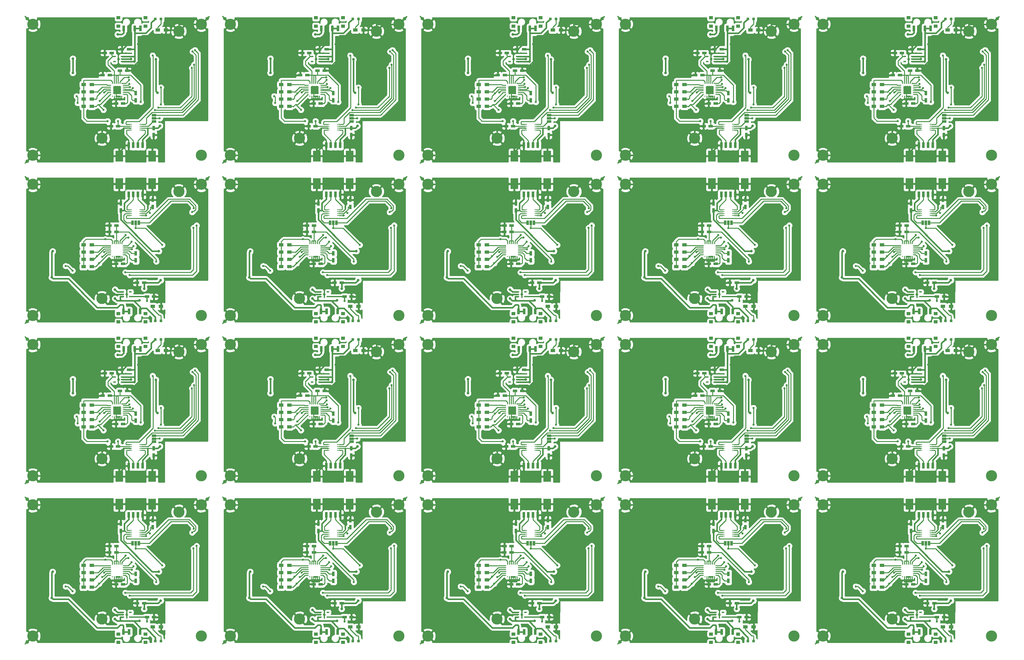
<source format=gbr>
G04 #@! TF.FileFunction,Copper,L2,Bot,Signal*
%FSLAX46Y46*%
G04 Gerber Fmt 4.6, Leading zero omitted, Abs format (unit mm)*
G04 Created by KiCad (PCBNEW (2015-09-14 BZR 6197)-product) date Wednesday, September 16, 2015 'PMt' 11:24:09 PM*
%MOMM*%
G01*
G04 APERTURE LIST*
%ADD10C,0.100000*%
%ADD11R,1.200000X0.750000*%
%ADD12R,0.200000X0.350000*%
%ADD13R,0.350000X0.200000*%
%ADD14R,0.750000X1.200000*%
%ADD15R,0.800000X1.600000*%
%ADD16R,2.100000X3.000000*%
%ADD17R,1.143000X0.635000*%
%ADD18R,1.000000X0.260000*%
%ADD19R,1.200000X0.900000*%
%ADD20R,0.797560X0.797560*%
%ADD21R,0.711200X1.524000*%
%ADD22R,0.990600X0.812800*%
%ADD23R,0.660400X0.406400*%
%ADD24R,0.635000X1.143000*%
%ADD25C,3.000000*%
%ADD26C,0.700000*%
%ADD27C,0.600000*%
%ADD28C,0.250000*%
%ADD29C,0.400000*%
%ADD30C,0.300000*%
%ADD31C,0.254000*%
G04 APERTURE END LIST*
D10*
D11*
X203649000Y-129699000D03*
X201749000Y-129699000D03*
X200049000Y-122099000D03*
X198149000Y-122099000D03*
D12*
X202250000Y-127725000D03*
X202750000Y-127725000D03*
X203250000Y-127725000D03*
X201750000Y-127725000D03*
X201250000Y-127725000D03*
X200750000Y-127725000D03*
X200750000Y-124275000D03*
X201250000Y-124275000D03*
X201750000Y-124275000D03*
X203250000Y-124275000D03*
X202750000Y-124275000D03*
D13*
X203725000Y-125750000D03*
X200275000Y-126250000D03*
X200275000Y-126750000D03*
X200275000Y-127250000D03*
X200275000Y-125750000D03*
X200275000Y-125250000D03*
X200275000Y-124750000D03*
X203725000Y-124750000D03*
X203725000Y-125250000D03*
D12*
X202250000Y-124275000D03*
D13*
X203725000Y-127250000D03*
X203725000Y-126750000D03*
X203725000Y-126250000D03*
D14*
X207049000Y-126899000D03*
X207049000Y-128799000D03*
D15*
X208875000Y-140900000D03*
X207625000Y-140900000D03*
X206375000Y-140900000D03*
X205125000Y-140900000D03*
D16*
X211425000Y-143800000D03*
X202575000Y-143800000D03*
D11*
X202274000Y-135749000D03*
X200374000Y-135749000D03*
D14*
X211824000Y-138149000D03*
X211824000Y-136249000D03*
D17*
X211949000Y-132823500D03*
X211949000Y-134474500D03*
X211949000Y-133649000D03*
D18*
X208524000Y-136762000D03*
X208524000Y-136254000D03*
X208524000Y-135746000D03*
X208524000Y-135238000D03*
X205476000Y-135238000D03*
X205476000Y-135746000D03*
X205476000Y-136254000D03*
X205476000Y-136762000D03*
D19*
X193020400Y-130473600D03*
X195220400Y-130473600D03*
X193020400Y-126573600D03*
X195220400Y-126573600D03*
X193020400Y-128523600D03*
X195220400Y-128523600D03*
X193020400Y-124623600D03*
X195220400Y-124623600D03*
D14*
X207049000Y-83899000D03*
X207049000Y-85799000D03*
D11*
X203649000Y-86699000D03*
X201749000Y-86699000D03*
D12*
X202250000Y-84725000D03*
X202750000Y-84725000D03*
X203250000Y-84725000D03*
X201750000Y-84725000D03*
X201250000Y-84725000D03*
X200750000Y-84725000D03*
X200750000Y-81275000D03*
X201250000Y-81275000D03*
X201750000Y-81275000D03*
X203250000Y-81275000D03*
X202750000Y-81275000D03*
D13*
X203725000Y-82750000D03*
X200275000Y-83250000D03*
X200275000Y-83750000D03*
X200275000Y-84250000D03*
X200275000Y-82750000D03*
X200275000Y-82250000D03*
X200275000Y-81750000D03*
X203725000Y-81750000D03*
X203725000Y-82250000D03*
D12*
X202250000Y-81275000D03*
D13*
X203725000Y-84250000D03*
X203725000Y-83750000D03*
X203725000Y-83250000D03*
D11*
X201810800Y-78143800D03*
X199910800Y-78143800D03*
D19*
X193020400Y-85549000D03*
X195220400Y-85549000D03*
X193020400Y-87499000D03*
X195220400Y-87499000D03*
X193020400Y-83599000D03*
X195220400Y-83599000D03*
X193020400Y-81649000D03*
X195220400Y-81649000D03*
D20*
X212250700Y-102000000D03*
X213749300Y-102000000D03*
D21*
X206762000Y-109527200D03*
X208260600Y-109527200D03*
X203764800Y-109527200D03*
D22*
X202355100Y-108904900D03*
X202355100Y-106695100D03*
X209644900Y-108904900D03*
X209644900Y-106695100D03*
D19*
X212900000Y-110000000D03*
X215100000Y-110000000D03*
X211597200Y-98108200D03*
X213797200Y-98108200D03*
D20*
X212250700Y-107000000D03*
X213749300Y-107000000D03*
D23*
X203365000Y-117088600D03*
X203365000Y-118409400D03*
X203365000Y-117749000D03*
X201333000Y-118409400D03*
X201333000Y-117088600D03*
D11*
X205224000Y-115124000D03*
X203324000Y-115124000D03*
X200599000Y-116099000D03*
X198699000Y-116099000D03*
X202799000Y-120849000D03*
X204699000Y-120849000D03*
D19*
X193020400Y-167649000D03*
X195220400Y-167649000D03*
X193020400Y-173499000D03*
X195220400Y-173499000D03*
D11*
X203649000Y-172699000D03*
X201749000Y-172699000D03*
D19*
X193020400Y-169599000D03*
X195220400Y-169599000D03*
X193020400Y-171549000D03*
X195220400Y-171549000D03*
D12*
X202250000Y-170725000D03*
X202750000Y-170725000D03*
X203250000Y-170725000D03*
X201750000Y-170725000D03*
X201250000Y-170725000D03*
X200750000Y-170725000D03*
X200750000Y-167275000D03*
X201250000Y-167275000D03*
X201750000Y-167275000D03*
X203250000Y-167275000D03*
X202750000Y-167275000D03*
D13*
X203725000Y-168750000D03*
X200275000Y-169250000D03*
X200275000Y-169750000D03*
X200275000Y-170250000D03*
X200275000Y-168750000D03*
X200275000Y-168250000D03*
X200275000Y-167750000D03*
X203725000Y-167750000D03*
X203725000Y-168250000D03*
D12*
X202250000Y-167275000D03*
D13*
X203725000Y-170250000D03*
X203725000Y-169750000D03*
X203725000Y-169250000D03*
D14*
X207049000Y-169899000D03*
X207049000Y-171799000D03*
D11*
X201851400Y-162442000D03*
X199951400Y-162442000D03*
D24*
X207833100Y-161730800D03*
X206182100Y-161730800D03*
X207007600Y-161730800D03*
D11*
X201810800Y-164143800D03*
X199910800Y-164143800D03*
D14*
X203019800Y-156488200D03*
X203019800Y-158388200D03*
D15*
X205125000Y-154100000D03*
X206375000Y-154100000D03*
X207625000Y-154100000D03*
X208875000Y-154100000D03*
D16*
X202575000Y-151200000D03*
X211425000Y-151200000D03*
D14*
X211605000Y-157423000D03*
X211605000Y-155523000D03*
D18*
X205476000Y-158238000D03*
X205476000Y-158746000D03*
X205476000Y-159254000D03*
X205476000Y-159762000D03*
X208524000Y-159762000D03*
X208524000Y-159254000D03*
X208524000Y-158746000D03*
X208524000Y-158238000D03*
D11*
X210020000Y-181542800D03*
X211920000Y-181542800D03*
X209278400Y-177783600D03*
X207378400Y-177783600D03*
D20*
X212250700Y-188000000D03*
X213749300Y-188000000D03*
D23*
X203553200Y-181542800D03*
X203553200Y-180222000D03*
X203553200Y-180882400D03*
X205585200Y-180222000D03*
X205585200Y-181542800D03*
D21*
X205238000Y-185472800D03*
X203739400Y-185472800D03*
X208235200Y-185472800D03*
D22*
X209644900Y-186095100D03*
X209644900Y-188304900D03*
X202355100Y-186095100D03*
X202355100Y-188304900D03*
D19*
X211597200Y-184108200D03*
X213797200Y-184108200D03*
D15*
X208875000Y-54900000D03*
X207625000Y-54900000D03*
X206375000Y-54900000D03*
X205125000Y-54900000D03*
D16*
X211425000Y-57800000D03*
X202575000Y-57800000D03*
D14*
X211824000Y-52149000D03*
X211824000Y-50249000D03*
D11*
X202274000Y-49749000D03*
X200374000Y-49749000D03*
D17*
X211949000Y-46823500D03*
X211949000Y-48474500D03*
X211949000Y-47649000D03*
D18*
X208524000Y-50762000D03*
X208524000Y-50254000D03*
X208524000Y-49746000D03*
X208524000Y-49238000D03*
X205476000Y-49238000D03*
X205476000Y-49746000D03*
X205476000Y-50254000D03*
X205476000Y-50762000D03*
D11*
X200599000Y-30099000D03*
X198699000Y-30099000D03*
X200049000Y-36099000D03*
X198149000Y-36099000D03*
D23*
X203365000Y-31088600D03*
X203365000Y-32409400D03*
X203365000Y-31749000D03*
X201333000Y-32409400D03*
X201333000Y-31088600D03*
D11*
X202799000Y-34849000D03*
X204699000Y-34849000D03*
X203649000Y-43699000D03*
X201749000Y-43699000D03*
D14*
X207049000Y-40899000D03*
X207049000Y-42799000D03*
D12*
X202250000Y-41725000D03*
X202750000Y-41725000D03*
X203250000Y-41725000D03*
X201750000Y-41725000D03*
X201250000Y-41725000D03*
X200750000Y-41725000D03*
X200750000Y-38275000D03*
X201250000Y-38275000D03*
X201750000Y-38275000D03*
X203250000Y-38275000D03*
X202750000Y-38275000D03*
D13*
X203725000Y-39750000D03*
X200275000Y-40250000D03*
X200275000Y-40750000D03*
X200275000Y-41250000D03*
X200275000Y-39750000D03*
X200275000Y-39250000D03*
X200275000Y-38750000D03*
X203725000Y-38750000D03*
X203725000Y-39250000D03*
D12*
X202250000Y-38275000D03*
D13*
X203725000Y-41250000D03*
X203725000Y-40750000D03*
X203725000Y-40250000D03*
D11*
X205224000Y-29124000D03*
X203324000Y-29124000D03*
D20*
X212250700Y-21000000D03*
X213749300Y-21000000D03*
D19*
X212900000Y-24000000D03*
X215100000Y-24000000D03*
D21*
X206762000Y-23527200D03*
X208260600Y-23527200D03*
X203764800Y-23527200D03*
D22*
X202355100Y-22904900D03*
X202355100Y-20695100D03*
X209644900Y-22904900D03*
X209644900Y-20695100D03*
D24*
X207833100Y-75730800D03*
X206182100Y-75730800D03*
X207007600Y-75730800D03*
D14*
X203019800Y-70488200D03*
X203019800Y-72388200D03*
D15*
X205125000Y-68100000D03*
X206375000Y-68100000D03*
X207625000Y-68100000D03*
X208875000Y-68100000D03*
D16*
X202575000Y-65200000D03*
X211425000Y-65200000D03*
D11*
X201851400Y-76442000D03*
X199951400Y-76442000D03*
D18*
X205476000Y-72238000D03*
X205476000Y-72746000D03*
X205476000Y-73254000D03*
X205476000Y-73762000D03*
X208524000Y-73762000D03*
X208524000Y-73254000D03*
X208524000Y-72746000D03*
X208524000Y-72238000D03*
D14*
X211605000Y-71423000D03*
X211605000Y-69523000D03*
D19*
X193020400Y-42523600D03*
X195220400Y-42523600D03*
X193020400Y-40573600D03*
X195220400Y-40573600D03*
X193020400Y-44473600D03*
X195220400Y-44473600D03*
X193020400Y-38623600D03*
X195220400Y-38623600D03*
D23*
X203553200Y-95542800D03*
X203553200Y-94222000D03*
X203553200Y-94882400D03*
X205585200Y-94222000D03*
X205585200Y-95542800D03*
D11*
X209278400Y-91783600D03*
X207378400Y-91783600D03*
X210020000Y-95542800D03*
X211920000Y-95542800D03*
D21*
X205238000Y-99472800D03*
X203739400Y-99472800D03*
X208235200Y-99472800D03*
D22*
X209644900Y-100095100D03*
X209644900Y-102304900D03*
X202355100Y-100095100D03*
X202355100Y-102304900D03*
D25*
X224600000Y-22400000D03*
X224600000Y-57600000D03*
X218570000Y-24310000D03*
X197970000Y-53000000D03*
X224600000Y-65400000D03*
X179400000Y-22400000D03*
X224600000Y-100600000D03*
X218570000Y-67310000D03*
X197970000Y-96000000D03*
X179400000Y-57600000D03*
X179400000Y-65400000D03*
X179400000Y-108400000D03*
X179400000Y-100600000D03*
X179400000Y-151400000D03*
X224600000Y-186600000D03*
X218570000Y-153310000D03*
X197970000Y-182000000D03*
X224600000Y-151400000D03*
X179400000Y-186600000D03*
X179400000Y-143600000D03*
X224600000Y-143600000D03*
X224600000Y-108400000D03*
X218570000Y-110310000D03*
X197970000Y-139000000D03*
D11*
X150649000Y-129699000D03*
X148749000Y-129699000D03*
X147049000Y-122099000D03*
X145149000Y-122099000D03*
D12*
X149250000Y-127725000D03*
X149750000Y-127725000D03*
X150250000Y-127725000D03*
X148750000Y-127725000D03*
X148250000Y-127725000D03*
X147750000Y-127725000D03*
X147750000Y-124275000D03*
X148250000Y-124275000D03*
X148750000Y-124275000D03*
X150250000Y-124275000D03*
X149750000Y-124275000D03*
D13*
X150725000Y-125750000D03*
X147275000Y-126250000D03*
X147275000Y-126750000D03*
X147275000Y-127250000D03*
X147275000Y-125750000D03*
X147275000Y-125250000D03*
X147275000Y-124750000D03*
X150725000Y-124750000D03*
X150725000Y-125250000D03*
D12*
X149250000Y-124275000D03*
D13*
X150725000Y-127250000D03*
X150725000Y-126750000D03*
X150725000Y-126250000D03*
D14*
X154049000Y-126899000D03*
X154049000Y-128799000D03*
D15*
X155875000Y-140900000D03*
X154625000Y-140900000D03*
X153375000Y-140900000D03*
X152125000Y-140900000D03*
D16*
X158425000Y-143800000D03*
X149575000Y-143800000D03*
D11*
X149274000Y-135749000D03*
X147374000Y-135749000D03*
D14*
X158824000Y-138149000D03*
X158824000Y-136249000D03*
D17*
X158949000Y-132823500D03*
X158949000Y-134474500D03*
X158949000Y-133649000D03*
D18*
X155524000Y-136762000D03*
X155524000Y-136254000D03*
X155524000Y-135746000D03*
X155524000Y-135238000D03*
X152476000Y-135238000D03*
X152476000Y-135746000D03*
X152476000Y-136254000D03*
X152476000Y-136762000D03*
D19*
X140020400Y-130473600D03*
X142220400Y-130473600D03*
X140020400Y-126573600D03*
X142220400Y-126573600D03*
X140020400Y-128523600D03*
X142220400Y-128523600D03*
X140020400Y-124623600D03*
X142220400Y-124623600D03*
D14*
X154049000Y-83899000D03*
X154049000Y-85799000D03*
D11*
X150649000Y-86699000D03*
X148749000Y-86699000D03*
D12*
X149250000Y-84725000D03*
X149750000Y-84725000D03*
X150250000Y-84725000D03*
X148750000Y-84725000D03*
X148250000Y-84725000D03*
X147750000Y-84725000D03*
X147750000Y-81275000D03*
X148250000Y-81275000D03*
X148750000Y-81275000D03*
X150250000Y-81275000D03*
X149750000Y-81275000D03*
D13*
X150725000Y-82750000D03*
X147275000Y-83250000D03*
X147275000Y-83750000D03*
X147275000Y-84250000D03*
X147275000Y-82750000D03*
X147275000Y-82250000D03*
X147275000Y-81750000D03*
X150725000Y-81750000D03*
X150725000Y-82250000D03*
D12*
X149250000Y-81275000D03*
D13*
X150725000Y-84250000D03*
X150725000Y-83750000D03*
X150725000Y-83250000D03*
D11*
X148810800Y-78143800D03*
X146910800Y-78143800D03*
D19*
X140020400Y-85549000D03*
X142220400Y-85549000D03*
X140020400Y-87499000D03*
X142220400Y-87499000D03*
X140020400Y-83599000D03*
X142220400Y-83599000D03*
X140020400Y-81649000D03*
X142220400Y-81649000D03*
D20*
X159250700Y-102000000D03*
X160749300Y-102000000D03*
D21*
X153762000Y-109527200D03*
X155260600Y-109527200D03*
X150764800Y-109527200D03*
D22*
X149355100Y-108904900D03*
X149355100Y-106695100D03*
X156644900Y-108904900D03*
X156644900Y-106695100D03*
D19*
X159900000Y-110000000D03*
X162100000Y-110000000D03*
X158597200Y-98108200D03*
X160797200Y-98108200D03*
D20*
X159250700Y-107000000D03*
X160749300Y-107000000D03*
D23*
X150365000Y-117088600D03*
X150365000Y-118409400D03*
X150365000Y-117749000D03*
X148333000Y-118409400D03*
X148333000Y-117088600D03*
D11*
X152224000Y-115124000D03*
X150324000Y-115124000D03*
X147599000Y-116099000D03*
X145699000Y-116099000D03*
X149799000Y-120849000D03*
X151699000Y-120849000D03*
D19*
X140020400Y-167649000D03*
X142220400Y-167649000D03*
X140020400Y-173499000D03*
X142220400Y-173499000D03*
D11*
X150649000Y-172699000D03*
X148749000Y-172699000D03*
D19*
X140020400Y-169599000D03*
X142220400Y-169599000D03*
X140020400Y-171549000D03*
X142220400Y-171549000D03*
D12*
X149250000Y-170725000D03*
X149750000Y-170725000D03*
X150250000Y-170725000D03*
X148750000Y-170725000D03*
X148250000Y-170725000D03*
X147750000Y-170725000D03*
X147750000Y-167275000D03*
X148250000Y-167275000D03*
X148750000Y-167275000D03*
X150250000Y-167275000D03*
X149750000Y-167275000D03*
D13*
X150725000Y-168750000D03*
X147275000Y-169250000D03*
X147275000Y-169750000D03*
X147275000Y-170250000D03*
X147275000Y-168750000D03*
X147275000Y-168250000D03*
X147275000Y-167750000D03*
X150725000Y-167750000D03*
X150725000Y-168250000D03*
D12*
X149250000Y-167275000D03*
D13*
X150725000Y-170250000D03*
X150725000Y-169750000D03*
X150725000Y-169250000D03*
D14*
X154049000Y-169899000D03*
X154049000Y-171799000D03*
D11*
X148851400Y-162442000D03*
X146951400Y-162442000D03*
D24*
X154833100Y-161730800D03*
X153182100Y-161730800D03*
X154007600Y-161730800D03*
D11*
X148810800Y-164143800D03*
X146910800Y-164143800D03*
D14*
X150019800Y-156488200D03*
X150019800Y-158388200D03*
D15*
X152125000Y-154100000D03*
X153375000Y-154100000D03*
X154625000Y-154100000D03*
X155875000Y-154100000D03*
D16*
X149575000Y-151200000D03*
X158425000Y-151200000D03*
D14*
X158605000Y-157423000D03*
X158605000Y-155523000D03*
D18*
X152476000Y-158238000D03*
X152476000Y-158746000D03*
X152476000Y-159254000D03*
X152476000Y-159762000D03*
X155524000Y-159762000D03*
X155524000Y-159254000D03*
X155524000Y-158746000D03*
X155524000Y-158238000D03*
D11*
X157020000Y-181542800D03*
X158920000Y-181542800D03*
X156278400Y-177783600D03*
X154378400Y-177783600D03*
D20*
X159250700Y-188000000D03*
X160749300Y-188000000D03*
D23*
X150553200Y-181542800D03*
X150553200Y-180222000D03*
X150553200Y-180882400D03*
X152585200Y-180222000D03*
X152585200Y-181542800D03*
D21*
X152238000Y-185472800D03*
X150739400Y-185472800D03*
X155235200Y-185472800D03*
D22*
X156644900Y-186095100D03*
X156644900Y-188304900D03*
X149355100Y-186095100D03*
X149355100Y-188304900D03*
D19*
X158597200Y-184108200D03*
X160797200Y-184108200D03*
D15*
X155875000Y-54900000D03*
X154625000Y-54900000D03*
X153375000Y-54900000D03*
X152125000Y-54900000D03*
D16*
X158425000Y-57800000D03*
X149575000Y-57800000D03*
D14*
X158824000Y-52149000D03*
X158824000Y-50249000D03*
D11*
X149274000Y-49749000D03*
X147374000Y-49749000D03*
D17*
X158949000Y-46823500D03*
X158949000Y-48474500D03*
X158949000Y-47649000D03*
D18*
X155524000Y-50762000D03*
X155524000Y-50254000D03*
X155524000Y-49746000D03*
X155524000Y-49238000D03*
X152476000Y-49238000D03*
X152476000Y-49746000D03*
X152476000Y-50254000D03*
X152476000Y-50762000D03*
D11*
X147599000Y-30099000D03*
X145699000Y-30099000D03*
X147049000Y-36099000D03*
X145149000Y-36099000D03*
D23*
X150365000Y-31088600D03*
X150365000Y-32409400D03*
X150365000Y-31749000D03*
X148333000Y-32409400D03*
X148333000Y-31088600D03*
D11*
X149799000Y-34849000D03*
X151699000Y-34849000D03*
X150649000Y-43699000D03*
X148749000Y-43699000D03*
D14*
X154049000Y-40899000D03*
X154049000Y-42799000D03*
D12*
X149250000Y-41725000D03*
X149750000Y-41725000D03*
X150250000Y-41725000D03*
X148750000Y-41725000D03*
X148250000Y-41725000D03*
X147750000Y-41725000D03*
X147750000Y-38275000D03*
X148250000Y-38275000D03*
X148750000Y-38275000D03*
X150250000Y-38275000D03*
X149750000Y-38275000D03*
D13*
X150725000Y-39750000D03*
X147275000Y-40250000D03*
X147275000Y-40750000D03*
X147275000Y-41250000D03*
X147275000Y-39750000D03*
X147275000Y-39250000D03*
X147275000Y-38750000D03*
X150725000Y-38750000D03*
X150725000Y-39250000D03*
D12*
X149250000Y-38275000D03*
D13*
X150725000Y-41250000D03*
X150725000Y-40750000D03*
X150725000Y-40250000D03*
D11*
X152224000Y-29124000D03*
X150324000Y-29124000D03*
D20*
X159250700Y-21000000D03*
X160749300Y-21000000D03*
D19*
X159900000Y-24000000D03*
X162100000Y-24000000D03*
D21*
X153762000Y-23527200D03*
X155260600Y-23527200D03*
X150764800Y-23527200D03*
D22*
X149355100Y-22904900D03*
X149355100Y-20695100D03*
X156644900Y-22904900D03*
X156644900Y-20695100D03*
D24*
X154833100Y-75730800D03*
X153182100Y-75730800D03*
X154007600Y-75730800D03*
D14*
X150019800Y-70488200D03*
X150019800Y-72388200D03*
D15*
X152125000Y-68100000D03*
X153375000Y-68100000D03*
X154625000Y-68100000D03*
X155875000Y-68100000D03*
D16*
X149575000Y-65200000D03*
X158425000Y-65200000D03*
D11*
X148851400Y-76442000D03*
X146951400Y-76442000D03*
D18*
X152476000Y-72238000D03*
X152476000Y-72746000D03*
X152476000Y-73254000D03*
X152476000Y-73762000D03*
X155524000Y-73762000D03*
X155524000Y-73254000D03*
X155524000Y-72746000D03*
X155524000Y-72238000D03*
D14*
X158605000Y-71423000D03*
X158605000Y-69523000D03*
D19*
X140020400Y-42523600D03*
X142220400Y-42523600D03*
X140020400Y-40573600D03*
X142220400Y-40573600D03*
X140020400Y-44473600D03*
X142220400Y-44473600D03*
X140020400Y-38623600D03*
X142220400Y-38623600D03*
D23*
X150553200Y-95542800D03*
X150553200Y-94222000D03*
X150553200Y-94882400D03*
X152585200Y-94222000D03*
X152585200Y-95542800D03*
D11*
X156278400Y-91783600D03*
X154378400Y-91783600D03*
X157020000Y-95542800D03*
X158920000Y-95542800D03*
D21*
X152238000Y-99472800D03*
X150739400Y-99472800D03*
X155235200Y-99472800D03*
D22*
X156644900Y-100095100D03*
X156644900Y-102304900D03*
X149355100Y-100095100D03*
X149355100Y-102304900D03*
D25*
X171600000Y-22400000D03*
X171600000Y-57600000D03*
X165570000Y-24310000D03*
X144970000Y-53000000D03*
X171600000Y-65400000D03*
X126400000Y-22400000D03*
X171600000Y-100600000D03*
X165570000Y-67310000D03*
X144970000Y-96000000D03*
X126400000Y-57600000D03*
X126400000Y-65400000D03*
X126400000Y-108400000D03*
X126400000Y-100600000D03*
X126400000Y-151400000D03*
X171600000Y-186600000D03*
X165570000Y-153310000D03*
X144970000Y-182000000D03*
X171600000Y-151400000D03*
X126400000Y-186600000D03*
X126400000Y-143600000D03*
X171600000Y-143600000D03*
X171600000Y-108400000D03*
X165570000Y-110310000D03*
X144970000Y-139000000D03*
D11*
X97649000Y-129699000D03*
X95749000Y-129699000D03*
X94049000Y-122099000D03*
X92149000Y-122099000D03*
D12*
X96250000Y-127725000D03*
X96750000Y-127725000D03*
X97250000Y-127725000D03*
X95750000Y-127725000D03*
X95250000Y-127725000D03*
X94750000Y-127725000D03*
X94750000Y-124275000D03*
X95250000Y-124275000D03*
X95750000Y-124275000D03*
X97250000Y-124275000D03*
X96750000Y-124275000D03*
D13*
X97725000Y-125750000D03*
X94275000Y-126250000D03*
X94275000Y-126750000D03*
X94275000Y-127250000D03*
X94275000Y-125750000D03*
X94275000Y-125250000D03*
X94275000Y-124750000D03*
X97725000Y-124750000D03*
X97725000Y-125250000D03*
D12*
X96250000Y-124275000D03*
D13*
X97725000Y-127250000D03*
X97725000Y-126750000D03*
X97725000Y-126250000D03*
D14*
X101049000Y-126899000D03*
X101049000Y-128799000D03*
D15*
X102875000Y-140900000D03*
X101625000Y-140900000D03*
X100375000Y-140900000D03*
X99125000Y-140900000D03*
D16*
X105425000Y-143800000D03*
X96575000Y-143800000D03*
D11*
X96274000Y-135749000D03*
X94374000Y-135749000D03*
D14*
X105824000Y-138149000D03*
X105824000Y-136249000D03*
D17*
X105949000Y-132823500D03*
X105949000Y-134474500D03*
X105949000Y-133649000D03*
D18*
X102524000Y-136762000D03*
X102524000Y-136254000D03*
X102524000Y-135746000D03*
X102524000Y-135238000D03*
X99476000Y-135238000D03*
X99476000Y-135746000D03*
X99476000Y-136254000D03*
X99476000Y-136762000D03*
D19*
X87020400Y-130473600D03*
X89220400Y-130473600D03*
X87020400Y-126573600D03*
X89220400Y-126573600D03*
X87020400Y-128523600D03*
X89220400Y-128523600D03*
X87020400Y-124623600D03*
X89220400Y-124623600D03*
D14*
X101049000Y-83899000D03*
X101049000Y-85799000D03*
D11*
X97649000Y-86699000D03*
X95749000Y-86699000D03*
D12*
X96250000Y-84725000D03*
X96750000Y-84725000D03*
X97250000Y-84725000D03*
X95750000Y-84725000D03*
X95250000Y-84725000D03*
X94750000Y-84725000D03*
X94750000Y-81275000D03*
X95250000Y-81275000D03*
X95750000Y-81275000D03*
X97250000Y-81275000D03*
X96750000Y-81275000D03*
D13*
X97725000Y-82750000D03*
X94275000Y-83250000D03*
X94275000Y-83750000D03*
X94275000Y-84250000D03*
X94275000Y-82750000D03*
X94275000Y-82250000D03*
X94275000Y-81750000D03*
X97725000Y-81750000D03*
X97725000Y-82250000D03*
D12*
X96250000Y-81275000D03*
D13*
X97725000Y-84250000D03*
X97725000Y-83750000D03*
X97725000Y-83250000D03*
D11*
X95810800Y-78143800D03*
X93910800Y-78143800D03*
D19*
X87020400Y-85549000D03*
X89220400Y-85549000D03*
X87020400Y-87499000D03*
X89220400Y-87499000D03*
X87020400Y-83599000D03*
X89220400Y-83599000D03*
X87020400Y-81649000D03*
X89220400Y-81649000D03*
D20*
X106250700Y-102000000D03*
X107749300Y-102000000D03*
D21*
X100762000Y-109527200D03*
X102260600Y-109527200D03*
X97764800Y-109527200D03*
D22*
X96355100Y-108904900D03*
X96355100Y-106695100D03*
X103644900Y-108904900D03*
X103644900Y-106695100D03*
D19*
X106900000Y-110000000D03*
X109100000Y-110000000D03*
X105597200Y-98108200D03*
X107797200Y-98108200D03*
D20*
X106250700Y-107000000D03*
X107749300Y-107000000D03*
D23*
X97365000Y-117088600D03*
X97365000Y-118409400D03*
X97365000Y-117749000D03*
X95333000Y-118409400D03*
X95333000Y-117088600D03*
D11*
X99224000Y-115124000D03*
X97324000Y-115124000D03*
X94599000Y-116099000D03*
X92699000Y-116099000D03*
X96799000Y-120849000D03*
X98699000Y-120849000D03*
D19*
X87020400Y-167649000D03*
X89220400Y-167649000D03*
X87020400Y-173499000D03*
X89220400Y-173499000D03*
D11*
X97649000Y-172699000D03*
X95749000Y-172699000D03*
D19*
X87020400Y-169599000D03*
X89220400Y-169599000D03*
X87020400Y-171549000D03*
X89220400Y-171549000D03*
D12*
X96250000Y-170725000D03*
X96750000Y-170725000D03*
X97250000Y-170725000D03*
X95750000Y-170725000D03*
X95250000Y-170725000D03*
X94750000Y-170725000D03*
X94750000Y-167275000D03*
X95250000Y-167275000D03*
X95750000Y-167275000D03*
X97250000Y-167275000D03*
X96750000Y-167275000D03*
D13*
X97725000Y-168750000D03*
X94275000Y-169250000D03*
X94275000Y-169750000D03*
X94275000Y-170250000D03*
X94275000Y-168750000D03*
X94275000Y-168250000D03*
X94275000Y-167750000D03*
X97725000Y-167750000D03*
X97725000Y-168250000D03*
D12*
X96250000Y-167275000D03*
D13*
X97725000Y-170250000D03*
X97725000Y-169750000D03*
X97725000Y-169250000D03*
D14*
X101049000Y-169899000D03*
X101049000Y-171799000D03*
D11*
X95851400Y-162442000D03*
X93951400Y-162442000D03*
D24*
X101833100Y-161730800D03*
X100182100Y-161730800D03*
X101007600Y-161730800D03*
D11*
X95810800Y-164143800D03*
X93910800Y-164143800D03*
D14*
X97019800Y-156488200D03*
X97019800Y-158388200D03*
D15*
X99125000Y-154100000D03*
X100375000Y-154100000D03*
X101625000Y-154100000D03*
X102875000Y-154100000D03*
D16*
X96575000Y-151200000D03*
X105425000Y-151200000D03*
D14*
X105605000Y-157423000D03*
X105605000Y-155523000D03*
D18*
X99476000Y-158238000D03*
X99476000Y-158746000D03*
X99476000Y-159254000D03*
X99476000Y-159762000D03*
X102524000Y-159762000D03*
X102524000Y-159254000D03*
X102524000Y-158746000D03*
X102524000Y-158238000D03*
D11*
X104020000Y-181542800D03*
X105920000Y-181542800D03*
X103278400Y-177783600D03*
X101378400Y-177783600D03*
D20*
X106250700Y-188000000D03*
X107749300Y-188000000D03*
D23*
X97553200Y-181542800D03*
X97553200Y-180222000D03*
X97553200Y-180882400D03*
X99585200Y-180222000D03*
X99585200Y-181542800D03*
D21*
X99238000Y-185472800D03*
X97739400Y-185472800D03*
X102235200Y-185472800D03*
D22*
X103644900Y-186095100D03*
X103644900Y-188304900D03*
X96355100Y-186095100D03*
X96355100Y-188304900D03*
D19*
X105597200Y-184108200D03*
X107797200Y-184108200D03*
D15*
X102875000Y-54900000D03*
X101625000Y-54900000D03*
X100375000Y-54900000D03*
X99125000Y-54900000D03*
D16*
X105425000Y-57800000D03*
X96575000Y-57800000D03*
D14*
X105824000Y-52149000D03*
X105824000Y-50249000D03*
D11*
X96274000Y-49749000D03*
X94374000Y-49749000D03*
D17*
X105949000Y-46823500D03*
X105949000Y-48474500D03*
X105949000Y-47649000D03*
D18*
X102524000Y-50762000D03*
X102524000Y-50254000D03*
X102524000Y-49746000D03*
X102524000Y-49238000D03*
X99476000Y-49238000D03*
X99476000Y-49746000D03*
X99476000Y-50254000D03*
X99476000Y-50762000D03*
D11*
X94599000Y-30099000D03*
X92699000Y-30099000D03*
X94049000Y-36099000D03*
X92149000Y-36099000D03*
D23*
X97365000Y-31088600D03*
X97365000Y-32409400D03*
X97365000Y-31749000D03*
X95333000Y-32409400D03*
X95333000Y-31088600D03*
D11*
X96799000Y-34849000D03*
X98699000Y-34849000D03*
X97649000Y-43699000D03*
X95749000Y-43699000D03*
D14*
X101049000Y-40899000D03*
X101049000Y-42799000D03*
D12*
X96250000Y-41725000D03*
X96750000Y-41725000D03*
X97250000Y-41725000D03*
X95750000Y-41725000D03*
X95250000Y-41725000D03*
X94750000Y-41725000D03*
X94750000Y-38275000D03*
X95250000Y-38275000D03*
X95750000Y-38275000D03*
X97250000Y-38275000D03*
X96750000Y-38275000D03*
D13*
X97725000Y-39750000D03*
X94275000Y-40250000D03*
X94275000Y-40750000D03*
X94275000Y-41250000D03*
X94275000Y-39750000D03*
X94275000Y-39250000D03*
X94275000Y-38750000D03*
X97725000Y-38750000D03*
X97725000Y-39250000D03*
D12*
X96250000Y-38275000D03*
D13*
X97725000Y-41250000D03*
X97725000Y-40750000D03*
X97725000Y-40250000D03*
D11*
X99224000Y-29124000D03*
X97324000Y-29124000D03*
D20*
X106250700Y-21000000D03*
X107749300Y-21000000D03*
D19*
X106900000Y-24000000D03*
X109100000Y-24000000D03*
D21*
X100762000Y-23527200D03*
X102260600Y-23527200D03*
X97764800Y-23527200D03*
D22*
X96355100Y-22904900D03*
X96355100Y-20695100D03*
X103644900Y-22904900D03*
X103644900Y-20695100D03*
D24*
X101833100Y-75730800D03*
X100182100Y-75730800D03*
X101007600Y-75730800D03*
D14*
X97019800Y-70488200D03*
X97019800Y-72388200D03*
D15*
X99125000Y-68100000D03*
X100375000Y-68100000D03*
X101625000Y-68100000D03*
X102875000Y-68100000D03*
D16*
X96575000Y-65200000D03*
X105425000Y-65200000D03*
D11*
X95851400Y-76442000D03*
X93951400Y-76442000D03*
D18*
X99476000Y-72238000D03*
X99476000Y-72746000D03*
X99476000Y-73254000D03*
X99476000Y-73762000D03*
X102524000Y-73762000D03*
X102524000Y-73254000D03*
X102524000Y-72746000D03*
X102524000Y-72238000D03*
D14*
X105605000Y-71423000D03*
X105605000Y-69523000D03*
D19*
X87020400Y-42523600D03*
X89220400Y-42523600D03*
X87020400Y-40573600D03*
X89220400Y-40573600D03*
X87020400Y-44473600D03*
X89220400Y-44473600D03*
X87020400Y-38623600D03*
X89220400Y-38623600D03*
D23*
X97553200Y-95542800D03*
X97553200Y-94222000D03*
X97553200Y-94882400D03*
X99585200Y-94222000D03*
X99585200Y-95542800D03*
D11*
X103278400Y-91783600D03*
X101378400Y-91783600D03*
X104020000Y-95542800D03*
X105920000Y-95542800D03*
D21*
X99238000Y-99472800D03*
X97739400Y-99472800D03*
X102235200Y-99472800D03*
D22*
X103644900Y-100095100D03*
X103644900Y-102304900D03*
X96355100Y-100095100D03*
X96355100Y-102304900D03*
D25*
X118600000Y-22400000D03*
X118600000Y-57600000D03*
X112570000Y-24310000D03*
X91970000Y-53000000D03*
X118600000Y-65400000D03*
X73400000Y-22400000D03*
X118600000Y-100600000D03*
X112570000Y-67310000D03*
X91970000Y-96000000D03*
X73400000Y-57600000D03*
X73400000Y-65400000D03*
X73400000Y-108400000D03*
X73400000Y-100600000D03*
X73400000Y-151400000D03*
X118600000Y-186600000D03*
X112570000Y-153310000D03*
X91970000Y-182000000D03*
X118600000Y-151400000D03*
X73400000Y-186600000D03*
X73400000Y-143600000D03*
X118600000Y-143600000D03*
X118600000Y-108400000D03*
X112570000Y-110310000D03*
X91970000Y-139000000D03*
D12*
X255250000Y-170725000D03*
X255750000Y-170725000D03*
X256250000Y-170725000D03*
X254750000Y-170725000D03*
X254250000Y-170725000D03*
X253750000Y-170725000D03*
X253750000Y-167275000D03*
X254250000Y-167275000D03*
X254750000Y-167275000D03*
X256250000Y-167275000D03*
X255750000Y-167275000D03*
D13*
X256725000Y-168750000D03*
X253275000Y-169250000D03*
X253275000Y-169750000D03*
X253275000Y-170250000D03*
X253275000Y-168750000D03*
X253275000Y-168250000D03*
X253275000Y-167750000D03*
X256725000Y-167750000D03*
X256725000Y-168250000D03*
D12*
X255250000Y-167275000D03*
D13*
X256725000Y-170250000D03*
X256725000Y-169750000D03*
X256725000Y-169250000D03*
D19*
X246020400Y-173499000D03*
X248220400Y-173499000D03*
X246020400Y-167649000D03*
X248220400Y-167649000D03*
X246020400Y-169599000D03*
X248220400Y-169599000D03*
X246020400Y-171549000D03*
X248220400Y-171549000D03*
D11*
X256649000Y-172699000D03*
X254749000Y-172699000D03*
X254810800Y-164143800D03*
X252910800Y-164143800D03*
D14*
X260049000Y-169899000D03*
X260049000Y-171799000D03*
D24*
X260833100Y-161730800D03*
X259182100Y-161730800D03*
X260007600Y-161730800D03*
D11*
X254851400Y-162442000D03*
X252951400Y-162442000D03*
D18*
X258476000Y-158238000D03*
X258476000Y-158746000D03*
X258476000Y-159254000D03*
X258476000Y-159762000D03*
X261524000Y-159762000D03*
X261524000Y-159254000D03*
X261524000Y-158746000D03*
X261524000Y-158238000D03*
D14*
X256019800Y-156488200D03*
X256019800Y-158388200D03*
X264605000Y-157423000D03*
X264605000Y-155523000D03*
D15*
X258125000Y-154100000D03*
X259375000Y-154100000D03*
X260625000Y-154100000D03*
X261875000Y-154100000D03*
D16*
X255575000Y-151200000D03*
X264425000Y-151200000D03*
D19*
X264597200Y-184108200D03*
X266797200Y-184108200D03*
D11*
X262278400Y-177783600D03*
X260378400Y-177783600D03*
X263020000Y-181542800D03*
X264920000Y-181542800D03*
D21*
X258238000Y-185472800D03*
X256739400Y-185472800D03*
X261235200Y-185472800D03*
D22*
X262644900Y-186095100D03*
X262644900Y-188304900D03*
X255355100Y-186095100D03*
X255355100Y-188304900D03*
D20*
X265250700Y-188000000D03*
X266749300Y-188000000D03*
D23*
X256553200Y-181542800D03*
X256553200Y-180222000D03*
X256553200Y-180882400D03*
X258585200Y-180222000D03*
X258585200Y-181542800D03*
D19*
X264597200Y-98108200D03*
X266797200Y-98108200D03*
D23*
X256553200Y-95542800D03*
X256553200Y-94222000D03*
X256553200Y-94882400D03*
X258585200Y-94222000D03*
X258585200Y-95542800D03*
D11*
X262278400Y-91783600D03*
X260378400Y-91783600D03*
X263020000Y-95542800D03*
X264920000Y-95542800D03*
D19*
X246020400Y-124623600D03*
X248220400Y-124623600D03*
X246020400Y-130473600D03*
X248220400Y-130473600D03*
X246020400Y-128523600D03*
X248220400Y-128523600D03*
D14*
X260049000Y-126899000D03*
X260049000Y-128799000D03*
D12*
X255250000Y-127725000D03*
X255750000Y-127725000D03*
X256250000Y-127725000D03*
X254750000Y-127725000D03*
X254250000Y-127725000D03*
X253750000Y-127725000D03*
X253750000Y-124275000D03*
X254250000Y-124275000D03*
X254750000Y-124275000D03*
X256250000Y-124275000D03*
X255750000Y-124275000D03*
D13*
X256725000Y-125750000D03*
X253275000Y-126250000D03*
X253275000Y-126750000D03*
X253275000Y-127250000D03*
X253275000Y-125750000D03*
X253275000Y-125250000D03*
X253275000Y-124750000D03*
X256725000Y-124750000D03*
X256725000Y-125250000D03*
D12*
X255250000Y-124275000D03*
D13*
X256725000Y-127250000D03*
X256725000Y-126750000D03*
X256725000Y-126250000D03*
D11*
X256649000Y-129699000D03*
X254749000Y-129699000D03*
D19*
X246020400Y-126573600D03*
X248220400Y-126573600D03*
D17*
X264949000Y-132823500D03*
X264949000Y-134474500D03*
X264949000Y-133649000D03*
D15*
X261875000Y-140900000D03*
X260625000Y-140900000D03*
X259375000Y-140900000D03*
X258125000Y-140900000D03*
D16*
X264425000Y-143800000D03*
X255575000Y-143800000D03*
D14*
X264824000Y-138149000D03*
X264824000Y-136249000D03*
D18*
X261524000Y-136762000D03*
X261524000Y-136254000D03*
X261524000Y-135746000D03*
X261524000Y-135238000D03*
X258476000Y-135238000D03*
X258476000Y-135746000D03*
X258476000Y-136254000D03*
X258476000Y-136762000D03*
D11*
X255274000Y-135749000D03*
X253374000Y-135749000D03*
D21*
X258238000Y-99472800D03*
X256739400Y-99472800D03*
X261235200Y-99472800D03*
D22*
X262644900Y-100095100D03*
X262644900Y-102304900D03*
X255355100Y-100095100D03*
X255355100Y-102304900D03*
D20*
X265250700Y-107000000D03*
X266749300Y-107000000D03*
X265250700Y-102000000D03*
X266749300Y-102000000D03*
D19*
X265900000Y-110000000D03*
X268100000Y-110000000D03*
D21*
X259762000Y-109527200D03*
X261260600Y-109527200D03*
X256764800Y-109527200D03*
D22*
X255355100Y-108904900D03*
X255355100Y-106695100D03*
X262644900Y-108904900D03*
X262644900Y-106695100D03*
D11*
X255799000Y-120849000D03*
X257699000Y-120849000D03*
X253599000Y-116099000D03*
X251699000Y-116099000D03*
D23*
X256365000Y-117088600D03*
X256365000Y-118409400D03*
X256365000Y-117749000D03*
X254333000Y-118409400D03*
X254333000Y-117088600D03*
D11*
X253049000Y-122099000D03*
X251149000Y-122099000D03*
X258224000Y-115124000D03*
X256324000Y-115124000D03*
D19*
X246020400Y-38623600D03*
X248220400Y-38623600D03*
X246020400Y-42523600D03*
X248220400Y-42523600D03*
X246020400Y-44473600D03*
X248220400Y-44473600D03*
X246020400Y-40573600D03*
X248220400Y-40573600D03*
D18*
X258476000Y-72238000D03*
X258476000Y-72746000D03*
X258476000Y-73254000D03*
X258476000Y-73762000D03*
X261524000Y-73762000D03*
X261524000Y-73254000D03*
X261524000Y-72746000D03*
X261524000Y-72238000D03*
D14*
X256019800Y-70488200D03*
X256019800Y-72388200D03*
X264605000Y-71423000D03*
X264605000Y-69523000D03*
D15*
X258125000Y-68100000D03*
X259375000Y-68100000D03*
X260625000Y-68100000D03*
X261875000Y-68100000D03*
D16*
X255575000Y-65200000D03*
X264425000Y-65200000D03*
D11*
X254851400Y-76442000D03*
X252951400Y-76442000D03*
D24*
X260833100Y-75730800D03*
X259182100Y-75730800D03*
X260007600Y-75730800D03*
D11*
X254810800Y-78143800D03*
X252910800Y-78143800D03*
D12*
X255250000Y-41725000D03*
X255750000Y-41725000D03*
X256250000Y-41725000D03*
X254750000Y-41725000D03*
X254250000Y-41725000D03*
X253750000Y-41725000D03*
X253750000Y-38275000D03*
X254250000Y-38275000D03*
X254750000Y-38275000D03*
X256250000Y-38275000D03*
X255750000Y-38275000D03*
D13*
X256725000Y-39750000D03*
X253275000Y-40250000D03*
X253275000Y-40750000D03*
X253275000Y-41250000D03*
X253275000Y-39750000D03*
X253275000Y-39250000D03*
X253275000Y-38750000D03*
X256725000Y-38750000D03*
X256725000Y-39250000D03*
D12*
X255250000Y-38275000D03*
D13*
X256725000Y-41250000D03*
X256725000Y-40750000D03*
X256725000Y-40250000D03*
D11*
X253049000Y-36099000D03*
X251149000Y-36099000D03*
D14*
X260049000Y-40899000D03*
X260049000Y-42799000D03*
D11*
X255799000Y-34849000D03*
X257699000Y-34849000D03*
X256649000Y-43699000D03*
X254749000Y-43699000D03*
D23*
X256365000Y-31088600D03*
X256365000Y-32409400D03*
X256365000Y-31749000D03*
X254333000Y-32409400D03*
X254333000Y-31088600D03*
D21*
X259762000Y-23527200D03*
X261260600Y-23527200D03*
X256764800Y-23527200D03*
D22*
X255355100Y-22904900D03*
X255355100Y-20695100D03*
X262644900Y-22904900D03*
X262644900Y-20695100D03*
D19*
X265900000Y-24000000D03*
X268100000Y-24000000D03*
D20*
X265250700Y-21000000D03*
X266749300Y-21000000D03*
D11*
X253599000Y-30099000D03*
X251699000Y-30099000D03*
X258224000Y-29124000D03*
X256324000Y-29124000D03*
D17*
X264949000Y-46823500D03*
X264949000Y-48474500D03*
X264949000Y-47649000D03*
D18*
X261524000Y-50762000D03*
X261524000Y-50254000D03*
X261524000Y-49746000D03*
X261524000Y-49238000D03*
X258476000Y-49238000D03*
X258476000Y-49746000D03*
X258476000Y-50254000D03*
X258476000Y-50762000D03*
D15*
X261875000Y-54900000D03*
X260625000Y-54900000D03*
X259375000Y-54900000D03*
X258125000Y-54900000D03*
D16*
X264425000Y-57800000D03*
X255575000Y-57800000D03*
D11*
X255274000Y-49749000D03*
X253374000Y-49749000D03*
D14*
X264824000Y-52149000D03*
X264824000Y-50249000D03*
D12*
X255250000Y-84725000D03*
X255750000Y-84725000D03*
X256250000Y-84725000D03*
X254750000Y-84725000D03*
X254250000Y-84725000D03*
X253750000Y-84725000D03*
X253750000Y-81275000D03*
X254250000Y-81275000D03*
X254750000Y-81275000D03*
X256250000Y-81275000D03*
X255750000Y-81275000D03*
D13*
X256725000Y-82750000D03*
X253275000Y-83250000D03*
X253275000Y-83750000D03*
X253275000Y-84250000D03*
X253275000Y-82750000D03*
X253275000Y-82250000D03*
X253275000Y-81750000D03*
X256725000Y-81750000D03*
X256725000Y-82250000D03*
D12*
X255250000Y-81275000D03*
D13*
X256725000Y-84250000D03*
X256725000Y-83750000D03*
X256725000Y-83250000D03*
D19*
X246020400Y-81649000D03*
X248220400Y-81649000D03*
X246020400Y-85549000D03*
X248220400Y-85549000D03*
X246020400Y-83599000D03*
X248220400Y-83599000D03*
D11*
X256649000Y-86699000D03*
X254749000Y-86699000D03*
D19*
X246020400Y-87499000D03*
X248220400Y-87499000D03*
D14*
X260049000Y-83899000D03*
X260049000Y-85799000D03*
D25*
X271570000Y-110310000D03*
X250970000Y-139000000D03*
X277600000Y-151400000D03*
X271570000Y-153310000D03*
X250970000Y-182000000D03*
X277600000Y-186600000D03*
X277600000Y-143600000D03*
X232400000Y-186600000D03*
X232400000Y-143600000D03*
X232400000Y-151400000D03*
X277600000Y-100600000D03*
X277600000Y-108400000D03*
X271570000Y-67310000D03*
X250970000Y-96000000D03*
X277600000Y-65400000D03*
X232400000Y-57600000D03*
X232400000Y-22400000D03*
X232400000Y-65400000D03*
X232400000Y-100600000D03*
X232400000Y-108400000D03*
X277600000Y-22400000D03*
X271570000Y-24310000D03*
X250970000Y-53000000D03*
X277600000Y-57600000D03*
D19*
X34020400Y-124623600D03*
X36220400Y-124623600D03*
X34020400Y-130473600D03*
X36220400Y-130473600D03*
X34020400Y-128523600D03*
X36220400Y-128523600D03*
X34020400Y-126573600D03*
X36220400Y-126573600D03*
D12*
X43250000Y-170725000D03*
X43750000Y-170725000D03*
X44250000Y-170725000D03*
X42750000Y-170725000D03*
X42250000Y-170725000D03*
X41750000Y-170725000D03*
X41750000Y-167275000D03*
X42250000Y-167275000D03*
X42750000Y-167275000D03*
X44250000Y-167275000D03*
X43750000Y-167275000D03*
D13*
X44725000Y-168750000D03*
X41275000Y-169250000D03*
X41275000Y-169750000D03*
X41275000Y-170250000D03*
X41275000Y-168750000D03*
X41275000Y-168250000D03*
X41275000Y-167750000D03*
X44725000Y-167750000D03*
X44725000Y-168250000D03*
D12*
X43250000Y-167275000D03*
D13*
X44725000Y-170250000D03*
X44725000Y-169750000D03*
X44725000Y-169250000D03*
D19*
X34020400Y-173499000D03*
X36220400Y-173499000D03*
X34020400Y-167649000D03*
X36220400Y-167649000D03*
X34020400Y-169599000D03*
X36220400Y-169599000D03*
D11*
X44649000Y-172699000D03*
X42749000Y-172699000D03*
D14*
X48049000Y-169899000D03*
X48049000Y-171799000D03*
D19*
X34020400Y-171549000D03*
X36220400Y-171549000D03*
X52597200Y-184108200D03*
X54797200Y-184108200D03*
D11*
X51020000Y-181542800D03*
X52920000Y-181542800D03*
X50278400Y-177783600D03*
X48378400Y-177783600D03*
D20*
X53250700Y-188000000D03*
X54749300Y-188000000D03*
D21*
X46238000Y-185472800D03*
X44739400Y-185472800D03*
X49235200Y-185472800D03*
D22*
X50644900Y-186095100D03*
X50644900Y-188304900D03*
X43355100Y-186095100D03*
X43355100Y-188304900D03*
D23*
X44553200Y-181542800D03*
X44553200Y-180222000D03*
X44553200Y-180882400D03*
X46585200Y-180222000D03*
X46585200Y-181542800D03*
D12*
X43250000Y-127725000D03*
X43750000Y-127725000D03*
X44250000Y-127725000D03*
X42750000Y-127725000D03*
X42250000Y-127725000D03*
X41750000Y-127725000D03*
X41750000Y-124275000D03*
X42250000Y-124275000D03*
X42750000Y-124275000D03*
X44250000Y-124275000D03*
X43750000Y-124275000D03*
D13*
X44725000Y-125750000D03*
X41275000Y-126250000D03*
X41275000Y-126750000D03*
X41275000Y-127250000D03*
X41275000Y-125750000D03*
X41275000Y-125250000D03*
X41275000Y-124750000D03*
X44725000Y-124750000D03*
X44725000Y-125250000D03*
D12*
X43250000Y-124275000D03*
D13*
X44725000Y-127250000D03*
X44725000Y-126750000D03*
X44725000Y-126250000D03*
D11*
X43799000Y-120849000D03*
X45699000Y-120849000D03*
X44649000Y-129699000D03*
X42749000Y-129699000D03*
X41049000Y-122099000D03*
X39149000Y-122099000D03*
D14*
X48049000Y-126899000D03*
X48049000Y-128799000D03*
D18*
X46476000Y-158238000D03*
X46476000Y-158746000D03*
X46476000Y-159254000D03*
X46476000Y-159762000D03*
X49524000Y-159762000D03*
X49524000Y-159254000D03*
X49524000Y-158746000D03*
X49524000Y-158238000D03*
D11*
X42851400Y-162442000D03*
X40951400Y-162442000D03*
D14*
X44019800Y-156488200D03*
X44019800Y-158388200D03*
D24*
X48833100Y-161730800D03*
X47182100Y-161730800D03*
X48007600Y-161730800D03*
D15*
X46125000Y-154100000D03*
X47375000Y-154100000D03*
X48625000Y-154100000D03*
X49875000Y-154100000D03*
D16*
X43575000Y-151200000D03*
X52425000Y-151200000D03*
D14*
X52605000Y-157423000D03*
X52605000Y-155523000D03*
D11*
X42810800Y-164143800D03*
X40910800Y-164143800D03*
D17*
X52949000Y-132823500D03*
X52949000Y-134474500D03*
X52949000Y-133649000D03*
D11*
X43274000Y-135749000D03*
X41374000Y-135749000D03*
D15*
X49875000Y-140900000D03*
X48625000Y-140900000D03*
X47375000Y-140900000D03*
X46125000Y-140900000D03*
D16*
X52425000Y-143800000D03*
X43575000Y-143800000D03*
D14*
X52824000Y-138149000D03*
X52824000Y-136249000D03*
D18*
X49524000Y-136762000D03*
X49524000Y-136254000D03*
X49524000Y-135746000D03*
X49524000Y-135238000D03*
X46476000Y-135238000D03*
X46476000Y-135746000D03*
X46476000Y-136254000D03*
X46476000Y-136762000D03*
D23*
X44365000Y-117088600D03*
X44365000Y-118409400D03*
X44365000Y-117749000D03*
X42333000Y-118409400D03*
X42333000Y-117088600D03*
D11*
X46224000Y-115124000D03*
X44324000Y-115124000D03*
D21*
X47762000Y-109527200D03*
X49260600Y-109527200D03*
X44764800Y-109527200D03*
D22*
X43355100Y-108904900D03*
X43355100Y-106695100D03*
X50644900Y-108904900D03*
X50644900Y-106695100D03*
D20*
X53250700Y-107000000D03*
X54749300Y-107000000D03*
D11*
X41599000Y-116099000D03*
X39699000Y-116099000D03*
D19*
X53900000Y-110000000D03*
X56100000Y-110000000D03*
D25*
X20400000Y-108400000D03*
X20400000Y-143600000D03*
X65600000Y-108400000D03*
X65600000Y-143600000D03*
X59570000Y-110310000D03*
X38970000Y-139000000D03*
X20400000Y-151400000D03*
X59570000Y-153310000D03*
X38970000Y-182000000D03*
X65600000Y-186600000D03*
X65600000Y-151400000D03*
X20400000Y-186600000D03*
X65600000Y-100600000D03*
X65600000Y-65400000D03*
X20400000Y-100600000D03*
X20400000Y-65400000D03*
X65600000Y-57600000D03*
X20400000Y-57600000D03*
X20400000Y-22400000D03*
D11*
X43274000Y-49749000D03*
X41374000Y-49749000D03*
D14*
X52824000Y-52149000D03*
X52824000Y-50249000D03*
X48049000Y-40899000D03*
X48049000Y-42799000D03*
D11*
X44649000Y-43699000D03*
X42749000Y-43699000D03*
X46224000Y-29124000D03*
X44324000Y-29124000D03*
X41049000Y-36099000D03*
X39149000Y-36099000D03*
X43799000Y-34849000D03*
X45699000Y-34849000D03*
X41599000Y-30099000D03*
X39699000Y-30099000D03*
D14*
X52605000Y-71423000D03*
X52605000Y-69523000D03*
X44019800Y-70488200D03*
X44019800Y-72388200D03*
X48049000Y-83899000D03*
X48049000Y-85799000D03*
D11*
X44649000Y-86699000D03*
X42749000Y-86699000D03*
X50278400Y-91783600D03*
X48378400Y-91783600D03*
X42851400Y-76442000D03*
X40951400Y-76442000D03*
X42810800Y-78143800D03*
X40910800Y-78143800D03*
X51020000Y-95542800D03*
X52920000Y-95542800D03*
D20*
X53250700Y-21000000D03*
X54749300Y-21000000D03*
X53250700Y-102000000D03*
X54749300Y-102000000D03*
D15*
X49875000Y-54900000D03*
X48625000Y-54900000D03*
X47375000Y-54900000D03*
X46125000Y-54900000D03*
D16*
X52425000Y-57800000D03*
X43575000Y-57800000D03*
D15*
X46125000Y-68100000D03*
X47375000Y-68100000D03*
X48625000Y-68100000D03*
X49875000Y-68100000D03*
D16*
X43575000Y-65200000D03*
X52425000Y-65200000D03*
D19*
X34020400Y-40573600D03*
X36220400Y-40573600D03*
X34020400Y-38623600D03*
X36220400Y-38623600D03*
X34020400Y-44473600D03*
X36220400Y-44473600D03*
X34020400Y-42523600D03*
X36220400Y-42523600D03*
X53900000Y-24000000D03*
X56100000Y-24000000D03*
X34020400Y-83599000D03*
X36220400Y-83599000D03*
X34020400Y-81649000D03*
X36220400Y-81649000D03*
X34020400Y-87499000D03*
X36220400Y-87499000D03*
X34020400Y-85549000D03*
X36220400Y-85549000D03*
X52597200Y-98108200D03*
X54797200Y-98108200D03*
D17*
X52949000Y-46823500D03*
X52949000Y-48474500D03*
X52949000Y-47649000D03*
D24*
X48833100Y-75730800D03*
X47182100Y-75730800D03*
X48007600Y-75730800D03*
D21*
X47762000Y-23527200D03*
X49260600Y-23527200D03*
X44764800Y-23527200D03*
D22*
X43355100Y-22904900D03*
X43355100Y-20695100D03*
X50644900Y-22904900D03*
X50644900Y-20695100D03*
D21*
X46238000Y-99472800D03*
X44739400Y-99472800D03*
X49235200Y-99472800D03*
D22*
X50644900Y-100095100D03*
X50644900Y-102304900D03*
X43355100Y-100095100D03*
X43355100Y-102304900D03*
D18*
X49524000Y-50762000D03*
X49524000Y-50254000D03*
X49524000Y-49746000D03*
X49524000Y-49238000D03*
X46476000Y-49238000D03*
X46476000Y-49746000D03*
X46476000Y-50254000D03*
X46476000Y-50762000D03*
D12*
X43250000Y-41725000D03*
X43750000Y-41725000D03*
X44250000Y-41725000D03*
X42750000Y-41725000D03*
X42250000Y-41725000D03*
X41750000Y-41725000D03*
X41750000Y-38275000D03*
X42250000Y-38275000D03*
X42750000Y-38275000D03*
X44250000Y-38275000D03*
X43750000Y-38275000D03*
D13*
X44725000Y-39750000D03*
X41275000Y-40250000D03*
X41275000Y-40750000D03*
X41275000Y-41250000D03*
X41275000Y-39750000D03*
X41275000Y-39250000D03*
X41275000Y-38750000D03*
X44725000Y-38750000D03*
X44725000Y-39250000D03*
D12*
X43250000Y-38275000D03*
D13*
X44725000Y-41250000D03*
X44725000Y-40750000D03*
X44725000Y-40250000D03*
D23*
X44365000Y-31088600D03*
X44365000Y-32409400D03*
X44365000Y-31749000D03*
X42333000Y-32409400D03*
X42333000Y-31088600D03*
D25*
X59570000Y-24310000D03*
X38970000Y-53000000D03*
D18*
X46476000Y-72238000D03*
X46476000Y-72746000D03*
X46476000Y-73254000D03*
X46476000Y-73762000D03*
X49524000Y-73762000D03*
X49524000Y-73254000D03*
X49524000Y-72746000D03*
X49524000Y-72238000D03*
D12*
X43250000Y-84725000D03*
X43750000Y-84725000D03*
X44250000Y-84725000D03*
X42750000Y-84725000D03*
X42250000Y-84725000D03*
X41750000Y-84725000D03*
X41750000Y-81275000D03*
X42250000Y-81275000D03*
X42750000Y-81275000D03*
X44250000Y-81275000D03*
X43750000Y-81275000D03*
D13*
X44725000Y-82750000D03*
X41275000Y-83250000D03*
X41275000Y-83750000D03*
X41275000Y-84250000D03*
X41275000Y-82750000D03*
X41275000Y-82250000D03*
X41275000Y-81750000D03*
X44725000Y-81750000D03*
X44725000Y-82250000D03*
D12*
X43250000Y-81275000D03*
D13*
X44725000Y-84250000D03*
X44725000Y-83750000D03*
X44725000Y-83250000D03*
D23*
X44553200Y-95542800D03*
X44553200Y-94222000D03*
X44553200Y-94882400D03*
X46585200Y-94222000D03*
X46585200Y-95542800D03*
D25*
X59570000Y-67310000D03*
X38970000Y-96000000D03*
X65600000Y-22400000D03*
D26*
X190131600Y-97213600D03*
X197954800Y-100261600D03*
X193991300Y-78431400D03*
X190003500Y-78431400D03*
X190131600Y-183213600D03*
X197954800Y-186261600D03*
X193991300Y-164431400D03*
X190003500Y-164431400D03*
X189049000Y-126649000D03*
X205649000Y-113849000D03*
X207699000Y-113799000D03*
X205699000Y-117749000D03*
X189099004Y-118949000D03*
X194409200Y-116089200D03*
X189049000Y-40649000D03*
X205699000Y-31749000D03*
X205649000Y-27849000D03*
X207699000Y-27799000D03*
X194409200Y-30089200D03*
X189099004Y-32949000D03*
X137131600Y-97213600D03*
X144954800Y-100261600D03*
X140991300Y-78431400D03*
X137003500Y-78431400D03*
X137131600Y-183213600D03*
X144954800Y-186261600D03*
X140991300Y-164431400D03*
X137003500Y-164431400D03*
X136049000Y-126649000D03*
X152649000Y-113849000D03*
X154699000Y-113799000D03*
X152699000Y-117749000D03*
X136099004Y-118949000D03*
X141409200Y-116089200D03*
X136049000Y-40649000D03*
X152699000Y-31749000D03*
X152649000Y-27849000D03*
X154699000Y-27799000D03*
X141409200Y-30089200D03*
X136099004Y-32949000D03*
X84131600Y-97213600D03*
X91954800Y-100261600D03*
X87991300Y-78431400D03*
X84003500Y-78431400D03*
X84131600Y-183213600D03*
X91954800Y-186261600D03*
X87991300Y-164431400D03*
X84003500Y-164431400D03*
X83049000Y-126649000D03*
X99649000Y-113849000D03*
X101699000Y-113799000D03*
X99699000Y-117749000D03*
X83099004Y-118949000D03*
X88409200Y-116089200D03*
X83049000Y-40649000D03*
X99699000Y-31749000D03*
X99649000Y-27849000D03*
X101699000Y-27799000D03*
X88409200Y-30089200D03*
X83099004Y-32949000D03*
X243131600Y-183213600D03*
X250954800Y-186261600D03*
X246991300Y-164431400D03*
X243003500Y-164431400D03*
X247409200Y-116089200D03*
X242049000Y-126649000D03*
X242099004Y-118949000D03*
X258699000Y-117749000D03*
X258649000Y-113849000D03*
X260699000Y-113799000D03*
X250954800Y-100261600D03*
X243131600Y-97213600D03*
X246991300Y-78431400D03*
X243003500Y-78431400D03*
X242099004Y-32949000D03*
X242049000Y-40649000D03*
X247409200Y-30089200D03*
X260699000Y-27799000D03*
X258699000Y-31749000D03*
X258649000Y-27849000D03*
X31131600Y-183213600D03*
X38954800Y-186261600D03*
X34991300Y-164431400D03*
X31003500Y-164431400D03*
X35409200Y-116089200D03*
X30049000Y-126649000D03*
X30099004Y-118949000D03*
X46649000Y-113849000D03*
X48699000Y-113799000D03*
X46699000Y-117749000D03*
X34991300Y-78431400D03*
X31003500Y-78431400D03*
X38954800Y-100261600D03*
X31131600Y-97213600D03*
X35409200Y-30089200D03*
X46699000Y-31749000D03*
X30099004Y-32949000D03*
X48699000Y-27799000D03*
X46649000Y-27849000D03*
X30049000Y-40649000D03*
D27*
X199449000Y-134399000D03*
X213764000Y-125373990D03*
X202249000Y-134399000D03*
X213484600Y-133640600D03*
X213789400Y-129906800D03*
X213764000Y-39373990D03*
X213484600Y-47640600D03*
X213789400Y-43906800D03*
X202249000Y-48399000D03*
X199449000Y-48399000D03*
X146449000Y-134399000D03*
X160764000Y-125373990D03*
X149249000Y-134399000D03*
X160484600Y-133640600D03*
X160789400Y-129906800D03*
X160764000Y-39373990D03*
X160484600Y-47640600D03*
X160789400Y-43906800D03*
X149249000Y-48399000D03*
X146449000Y-48399000D03*
X93449000Y-134399000D03*
X107764000Y-125373990D03*
X96249000Y-134399000D03*
X107484600Y-133640600D03*
X107789400Y-129906800D03*
X107764000Y-39373990D03*
X107484600Y-47640600D03*
X107789400Y-43906800D03*
X96249000Y-48399000D03*
X93449000Y-48399000D03*
X266484600Y-133640600D03*
X266789400Y-129906800D03*
X266764000Y-125373990D03*
X255249000Y-134399000D03*
X252449000Y-134399000D03*
X252449000Y-48399000D03*
X255249000Y-48399000D03*
X266764000Y-39373990D03*
X266484600Y-47640600D03*
X266789400Y-43906800D03*
X43249000Y-134399000D03*
X40449000Y-134399000D03*
X54764000Y-125373990D03*
X54789400Y-129906800D03*
X54484600Y-133640600D03*
X54484600Y-47640600D03*
X54789400Y-43906800D03*
X54764000Y-39373990D03*
X43249000Y-48399000D03*
X40449000Y-48399000D03*
D26*
X212824200Y-126782599D03*
X212399000Y-117849000D03*
X206699000Y-118409400D03*
X213499000Y-135699000D03*
X212399000Y-31849000D03*
X206699000Y-32409400D03*
X212824200Y-40782599D03*
X213499000Y-49699000D03*
X159824200Y-126782599D03*
X159399000Y-117849000D03*
X153699000Y-118409400D03*
X160499000Y-135699000D03*
X159399000Y-31849000D03*
X153699000Y-32409400D03*
X159824200Y-40782599D03*
X160499000Y-49699000D03*
X106824200Y-126782599D03*
X106399000Y-117849000D03*
X100699000Y-118409400D03*
X107499000Y-135699000D03*
X106399000Y-31849000D03*
X100699000Y-32409400D03*
X106824200Y-40782599D03*
X107499000Y-49699000D03*
X265399000Y-117849000D03*
X266499000Y-135699000D03*
X265824200Y-126782599D03*
X259699000Y-118409400D03*
X265824200Y-40782599D03*
X265399000Y-31849000D03*
X266499000Y-49699000D03*
X259699000Y-32409400D03*
X53399000Y-117849000D03*
X53824200Y-126782599D03*
X54499000Y-135699000D03*
X47699000Y-118409400D03*
X53824200Y-40782599D03*
X47699000Y-32409400D03*
X53399000Y-31849000D03*
X54499000Y-49699000D03*
X202149000Y-111149000D03*
X190149000Y-121449000D03*
X190149000Y-117649008D03*
X202149000Y-25149000D03*
X190149000Y-35449000D03*
X190149000Y-31649008D03*
X149149000Y-111149000D03*
X137149000Y-121449000D03*
X137149000Y-117649008D03*
X149149000Y-25149000D03*
X137149000Y-35449000D03*
X137149000Y-31649008D03*
X96149000Y-111149000D03*
X84149000Y-121449000D03*
X84149000Y-117649008D03*
X96149000Y-25149000D03*
X84149000Y-35449000D03*
X84149000Y-31649008D03*
X243149000Y-117649008D03*
X243149000Y-121449000D03*
X255149000Y-111149000D03*
X243149000Y-31649008D03*
X243149000Y-35449000D03*
X255149000Y-25149000D03*
X31149000Y-117649008D03*
X31149000Y-121449000D03*
X43149000Y-111149000D03*
X31149000Y-35449000D03*
X31149000Y-31649008D03*
X43149000Y-25149000D03*
D27*
X208349000Y-129299000D03*
X208349000Y-43299000D03*
X155349000Y-129299000D03*
X155349000Y-43299000D03*
X102349000Y-129299000D03*
X102349000Y-43299000D03*
X261349000Y-129299000D03*
X261349000Y-43299000D03*
X49349000Y-129299000D03*
X49349000Y-43299000D03*
X198854200Y-80125000D03*
X210792200Y-73089200D03*
X214109200Y-81643400D03*
X207007600Y-77153200D03*
X207007600Y-163153200D03*
X214109200Y-167643400D03*
X210792200Y-159089200D03*
X198854200Y-166125000D03*
X145854200Y-80125000D03*
X157792200Y-73089200D03*
X161109200Y-81643400D03*
X154007600Y-77153200D03*
X154007600Y-163153200D03*
X161109200Y-167643400D03*
X157792200Y-159089200D03*
X145854200Y-166125000D03*
X92854200Y-80125000D03*
X104792200Y-73089200D03*
X108109200Y-81643400D03*
X101007600Y-77153200D03*
X101007600Y-163153200D03*
X108109200Y-167643400D03*
X104792200Y-159089200D03*
X92854200Y-166125000D03*
X260007600Y-163153200D03*
X251854200Y-166125000D03*
X263792200Y-159089200D03*
X267109200Y-167643400D03*
X263792200Y-73089200D03*
X267109200Y-81643400D03*
X260007600Y-77153200D03*
X251854200Y-80125000D03*
X51792200Y-159089200D03*
X55109200Y-167643400D03*
X48007600Y-163153200D03*
X39854200Y-166125000D03*
X39854200Y-80125000D03*
X55109200Y-81643400D03*
X48007600Y-77153200D03*
X51792200Y-73089200D03*
D26*
X213220200Y-83294400D03*
X201460000Y-93606800D03*
X201460000Y-96045200D03*
X208013200Y-96527800D03*
X209257800Y-93352800D03*
X213702800Y-91092200D03*
X213220200Y-169294400D03*
X201460000Y-179606800D03*
X201460000Y-182045200D03*
X213702800Y-177092200D03*
X208013200Y-182527800D03*
X209257800Y-179352800D03*
X160220200Y-83294400D03*
X148460000Y-93606800D03*
X148460000Y-96045200D03*
X155013200Y-96527800D03*
X156257800Y-93352800D03*
X160702800Y-91092200D03*
X160220200Y-169294400D03*
X148460000Y-179606800D03*
X148460000Y-182045200D03*
X160702800Y-177092200D03*
X155013200Y-182527800D03*
X156257800Y-179352800D03*
X107220200Y-83294400D03*
X95460000Y-93606800D03*
X95460000Y-96045200D03*
X102013200Y-96527800D03*
X103257800Y-93352800D03*
X107702800Y-91092200D03*
X107220200Y-169294400D03*
X95460000Y-179606800D03*
X95460000Y-182045200D03*
X107702800Y-177092200D03*
X102013200Y-182527800D03*
X103257800Y-179352800D03*
X266702800Y-177092200D03*
X254460000Y-182045200D03*
X262257800Y-179352800D03*
X261013200Y-182527800D03*
X254460000Y-179606800D03*
X266220200Y-169294400D03*
X266702800Y-91092200D03*
X261013200Y-96527800D03*
X262257800Y-93352800D03*
X254460000Y-96045200D03*
X254460000Y-93606800D03*
X266220200Y-83294400D03*
X54220200Y-169294400D03*
X54702800Y-177092200D03*
X49013200Y-182527800D03*
X50257800Y-179352800D03*
X42460000Y-179606800D03*
X42460000Y-182045200D03*
X54220200Y-83294400D03*
X54702800Y-91092200D03*
X50257800Y-93352800D03*
X49013200Y-96527800D03*
X42460000Y-93606800D03*
X42460000Y-96045200D03*
X184492800Y-90355600D03*
X184721400Y-83345200D03*
X184492800Y-176355600D03*
X184721400Y-169345200D03*
X131492800Y-90355600D03*
X131721400Y-83345200D03*
X131492800Y-176355600D03*
X131721400Y-169345200D03*
X78492800Y-90355600D03*
X78721400Y-83345200D03*
X78492800Y-176355600D03*
X78721400Y-169345200D03*
X237492800Y-176355600D03*
X237721400Y-169345200D03*
X237721400Y-83345200D03*
X237492800Y-90355600D03*
X25721400Y-169345200D03*
X25492800Y-176355600D03*
X25721400Y-83345200D03*
X25492800Y-90355600D03*
D27*
X210019800Y-96705600D03*
X212534400Y-86090283D03*
X212534400Y-172090283D03*
X210019800Y-182705600D03*
X157019800Y-96705600D03*
X159534400Y-86090283D03*
X159534400Y-172090283D03*
X157019800Y-182705600D03*
X104019800Y-96705600D03*
X106534400Y-86090283D03*
X106534400Y-172090283D03*
X104019800Y-182705600D03*
X265534400Y-172090283D03*
X263019800Y-182705600D03*
X263019800Y-96705600D03*
X265534400Y-86090283D03*
X53534400Y-172090283D03*
X51019800Y-182705600D03*
X53534400Y-86090283D03*
X51019800Y-96705600D03*
X188201200Y-87282200D03*
X190055400Y-88552200D03*
X188201200Y-173282200D03*
X190055400Y-174552200D03*
X135201200Y-87282200D03*
X137055400Y-88552200D03*
X135201200Y-173282200D03*
X137055400Y-174552200D03*
X82201200Y-87282200D03*
X84055400Y-88552200D03*
X82201200Y-173282200D03*
X84055400Y-174552200D03*
X243055400Y-174552200D03*
X241201200Y-173282200D03*
X241201200Y-87282200D03*
X243055400Y-88552200D03*
X31055400Y-174552200D03*
X29201200Y-173282200D03*
X31055400Y-88552200D03*
X29201200Y-87282200D03*
X198349000Y-131399000D03*
X222649000Y-119299000D03*
X212149000Y-131449000D03*
X222649000Y-33299000D03*
X212149000Y-45449000D03*
X198349000Y-45399000D03*
X145349000Y-131399000D03*
X169649000Y-119299000D03*
X159149000Y-131449000D03*
X169649000Y-33299000D03*
X159149000Y-45449000D03*
X145349000Y-45399000D03*
X92349000Y-131399000D03*
X116649000Y-119299000D03*
X106149000Y-131449000D03*
X116649000Y-33299000D03*
X106149000Y-45449000D03*
X92349000Y-45399000D03*
X275649000Y-119299000D03*
X265149000Y-131449000D03*
X251349000Y-131399000D03*
X251349000Y-45399000D03*
X275649000Y-33299000D03*
X265149000Y-45449000D03*
X63649000Y-119299000D03*
X39349000Y-131399000D03*
X53149000Y-131449000D03*
X39349000Y-45399000D03*
X53149000Y-45449000D03*
X63649000Y-33299000D03*
X197329100Y-126946600D03*
X222099000Y-120149000D03*
X213099000Y-130799000D03*
X222099000Y-34149000D03*
X197329100Y-40946600D03*
X213099000Y-44799000D03*
X144329100Y-126946600D03*
X169099000Y-120149000D03*
X160099000Y-130799000D03*
X169099000Y-34149000D03*
X144329100Y-40946600D03*
X160099000Y-44799000D03*
X91329100Y-126946600D03*
X116099000Y-120149000D03*
X107099000Y-130799000D03*
X116099000Y-34149000D03*
X91329100Y-40946600D03*
X107099000Y-44799000D03*
X275099000Y-120149000D03*
X266099000Y-130799000D03*
X250329100Y-126946600D03*
X250329100Y-40946600D03*
X275099000Y-34149000D03*
X266099000Y-44799000D03*
X63099000Y-120149000D03*
X38329100Y-126946600D03*
X54099000Y-130799000D03*
X38329100Y-40946600D03*
X54099000Y-44799000D03*
X63099000Y-34149000D03*
X197218200Y-86545600D03*
X205422400Y-89771400D03*
X223354800Y-162411000D03*
X197218200Y-172545600D03*
X205422400Y-175771400D03*
X223354800Y-76411000D03*
X144218200Y-86545600D03*
X152422400Y-89771400D03*
X170354800Y-162411000D03*
X144218200Y-172545600D03*
X152422400Y-175771400D03*
X170354800Y-76411000D03*
X91218200Y-86545600D03*
X99422400Y-89771400D03*
X117354800Y-162411000D03*
X91218200Y-172545600D03*
X99422400Y-175771400D03*
X117354800Y-76411000D03*
X258422400Y-175771400D03*
X250218200Y-172545600D03*
X276354800Y-162411000D03*
X276354800Y-76411000D03*
X258422400Y-89771400D03*
X250218200Y-86545600D03*
X64354800Y-162411000D03*
X38218200Y-172545600D03*
X46422400Y-175771400D03*
X38218200Y-86545600D03*
X46422400Y-89771400D03*
X64354800Y-76411000D03*
X196607500Y-84705200D03*
X204228600Y-88984000D03*
X222516600Y-163071400D03*
X196607500Y-170705200D03*
X204228600Y-174984000D03*
X222516600Y-77071400D03*
X143607500Y-84705200D03*
X151228600Y-88984000D03*
X169516600Y-163071400D03*
X143607500Y-170705200D03*
X151228600Y-174984000D03*
X169516600Y-77071400D03*
X90607500Y-84705200D03*
X98228600Y-88984000D03*
X116516600Y-163071400D03*
X90607500Y-170705200D03*
X98228600Y-174984000D03*
X116516600Y-77071400D03*
X257228600Y-174984000D03*
X249607500Y-170705200D03*
X275516600Y-163071400D03*
X275516600Y-77071400D03*
X257228600Y-88984000D03*
X249607500Y-84705200D03*
X63516600Y-163071400D03*
X37607500Y-170705200D03*
X45228600Y-174984000D03*
X37607500Y-84705200D03*
X45228600Y-88984000D03*
X63516600Y-77071400D03*
X205249000Y-123349000D03*
X205249000Y-37349000D03*
X152249000Y-123349000D03*
X152249000Y-37349000D03*
X99249000Y-123349000D03*
X99249000Y-37349000D03*
X258249000Y-123349000D03*
X258249000Y-37349000D03*
X46249000Y-123349000D03*
X46249000Y-37349000D03*
X205170772Y-122625020D03*
X205170772Y-36625020D03*
X152170772Y-122625020D03*
X152170772Y-36625020D03*
X99170772Y-122625020D03*
X99170772Y-36625020D03*
X258170772Y-122625020D03*
X258170772Y-36625020D03*
X46170772Y-122625020D03*
X46170772Y-36625020D03*
X205349000Y-124449000D03*
X205349000Y-38449000D03*
X152349000Y-124449000D03*
X152349000Y-38449000D03*
X99349000Y-124449000D03*
X99349000Y-38449000D03*
X258349000Y-124449000D03*
X258349000Y-38449000D03*
X46349000Y-124449000D03*
X46349000Y-38449000D03*
X205449000Y-125248996D03*
X205449000Y-39248996D03*
X152449000Y-125248996D03*
X152449000Y-39248996D03*
X99449000Y-125248996D03*
X99449000Y-39248996D03*
X258449000Y-125248996D03*
X258449000Y-39248996D03*
X46449000Y-125248996D03*
X46449000Y-39248996D03*
X206249000Y-125549000D03*
X206249000Y-39549000D03*
X153249000Y-125549000D03*
X153249000Y-39549000D03*
X100249000Y-125549000D03*
X100249000Y-39549000D03*
X259249000Y-125549000D03*
X259249000Y-39549000D03*
X47249000Y-125549000D03*
X47249000Y-39549000D03*
X222899001Y-115349001D03*
X222899001Y-29349001D03*
X169899001Y-115349001D03*
X169899001Y-29349001D03*
X116899001Y-115349001D03*
X116899001Y-29349001D03*
X275899001Y-115349001D03*
X275899001Y-29349001D03*
X63899001Y-115349001D03*
X63899001Y-29349001D03*
X205102600Y-79693200D03*
X205102600Y-165693200D03*
X152102600Y-79693200D03*
X152102600Y-165693200D03*
X99102600Y-79693200D03*
X99102600Y-165693200D03*
X258102600Y-165693200D03*
X258102600Y-79693200D03*
X46102600Y-165693200D03*
X46102600Y-79693200D03*
X204264400Y-79032800D03*
X204264400Y-165032800D03*
X151264400Y-79032800D03*
X151264400Y-165032800D03*
X98264400Y-79032800D03*
X98264400Y-165032800D03*
X257264400Y-165032800D03*
X257264400Y-79032800D03*
X45264400Y-165032800D03*
X45264400Y-79032800D03*
X205940800Y-80760000D03*
X205940800Y-166760000D03*
X152940800Y-80760000D03*
X152940800Y-166760000D03*
X99940800Y-80760000D03*
X99940800Y-166760000D03*
X258940800Y-166760000D03*
X258940800Y-80760000D03*
X46940800Y-166760000D03*
X46940800Y-80760000D03*
X206423400Y-81928400D03*
X206423400Y-167928400D03*
X153423400Y-81928400D03*
X153423400Y-167928400D03*
X100423400Y-81928400D03*
X100423400Y-167928400D03*
X259423400Y-167928400D03*
X259423400Y-81928400D03*
X47423400Y-167928400D03*
X47423400Y-81928400D03*
X205966200Y-82792000D03*
X205966200Y-168792000D03*
X152966200Y-82792000D03*
X152966200Y-168792000D03*
X99966200Y-82792000D03*
X99966200Y-168792000D03*
X258966200Y-168792000D03*
X258966200Y-82792000D03*
X46966200Y-168792000D03*
X46966200Y-82792000D03*
X222577800Y-157793800D03*
X222577800Y-71793800D03*
X169577800Y-157793800D03*
X169577800Y-71793800D03*
X116577800Y-157793800D03*
X116577800Y-71793800D03*
X275577800Y-157793800D03*
X275577800Y-71793800D03*
X63577800Y-157793800D03*
X63577800Y-71793800D03*
X222249000Y-115749000D03*
X222249000Y-29749000D03*
X169249000Y-115749000D03*
X169249000Y-29749000D03*
X116249000Y-115749000D03*
X116249000Y-29749000D03*
X275249000Y-115749000D03*
X275249000Y-29749000D03*
X63249000Y-115749000D03*
X63249000Y-29749000D03*
X211549000Y-116799000D03*
X211549000Y-30799000D03*
X158549000Y-116799000D03*
X158549000Y-30799000D03*
X105549000Y-116799000D03*
X105549000Y-30799000D03*
X264549000Y-116799000D03*
X264549000Y-30799000D03*
X52549000Y-116799000D03*
X52549000Y-30799000D03*
X222146000Y-158835200D03*
X222146000Y-72835200D03*
X169146000Y-158835200D03*
X169146000Y-72835200D03*
X116146000Y-158835200D03*
X116146000Y-72835200D03*
X275146000Y-158835200D03*
X275146000Y-72835200D03*
X63146000Y-158835200D03*
X63146000Y-72835200D03*
X209776200Y-73779010D03*
X209776200Y-159779010D03*
X156776200Y-73779010D03*
X156776200Y-159779010D03*
X103776200Y-73779010D03*
X103776200Y-159779010D03*
X262776200Y-159779010D03*
X262776200Y-73779010D03*
X50776200Y-159779010D03*
X50776200Y-73779010D03*
X197341800Y-129004000D03*
X197341800Y-43004000D03*
X144341800Y-129004000D03*
X144341800Y-43004000D03*
X91341800Y-129004000D03*
X91341800Y-43004000D03*
X250341800Y-129004000D03*
X250341800Y-43004000D03*
X38341800Y-129004000D03*
X38341800Y-43004000D03*
X191398200Y-129550100D03*
X191156900Y-127708600D03*
X198510200Y-126756100D03*
X191156900Y-41708600D03*
X191398200Y-43550100D03*
X198510200Y-40756100D03*
X138398200Y-129550100D03*
X138156900Y-127708600D03*
X145510200Y-126756100D03*
X138156900Y-41708600D03*
X138398200Y-43550100D03*
X145510200Y-40756100D03*
X85398200Y-129550100D03*
X85156900Y-127708600D03*
X92510200Y-126756100D03*
X85156900Y-41708600D03*
X85398200Y-43550100D03*
X92510200Y-40756100D03*
X244156900Y-127708600D03*
X244398200Y-129550100D03*
X251510200Y-126756100D03*
X244398200Y-43550100D03*
X244156900Y-41708600D03*
X251510200Y-40756100D03*
X32398200Y-129550100D03*
X39510200Y-126756100D03*
X32156900Y-127708600D03*
X39510200Y-40756100D03*
X32156900Y-41708600D03*
X32398200Y-43550100D03*
X198040300Y-84812400D03*
X198040300Y-170812400D03*
X145040300Y-84812400D03*
X145040300Y-170812400D03*
X92040300Y-84812400D03*
X92040300Y-170812400D03*
X251040300Y-170812400D03*
X251040300Y-84812400D03*
X39040300Y-170812400D03*
X39040300Y-84812400D03*
X198505138Y-83562738D03*
X198505138Y-169562738D03*
X145505138Y-83562738D03*
X145505138Y-169562738D03*
X92505138Y-83562738D03*
X92505138Y-169562738D03*
X251505138Y-169562738D03*
X251505138Y-83562738D03*
X39505138Y-169562738D03*
X39505138Y-83562738D03*
D28*
X206099000Y-119949000D02*
X204699000Y-119949000D01*
X204699000Y-119949000D02*
X204699000Y-120849000D01*
D29*
X203224000Y-128449000D02*
X203249000Y-128449000D01*
X202774000Y-128449000D02*
X203224000Y-128449000D01*
D28*
X202774000Y-127749000D02*
X202750000Y-127725000D01*
D29*
X202274000Y-128449000D02*
X202774000Y-128449000D01*
D28*
X202774000Y-128449000D02*
X202774000Y-127749000D01*
X201749000Y-128449000D02*
X201749000Y-127726000D01*
X201749000Y-127726000D02*
X201750000Y-127725000D01*
X202274000Y-127749000D02*
X202250000Y-127725000D01*
X202274000Y-128449000D02*
X202274000Y-127749000D01*
D29*
X201750000Y-129698000D02*
X201749000Y-129699000D01*
X201749000Y-128449000D02*
X201750000Y-128449000D01*
X201750000Y-128449000D02*
X202274000Y-128449000D01*
X201750000Y-128449000D02*
X201750000Y-129698000D01*
D28*
X203224000Y-127751000D02*
X203250000Y-127725000D01*
X203224000Y-128449000D02*
X203224000Y-127751000D01*
D29*
X194409200Y-116089200D02*
X194419000Y-116099000D01*
X198149000Y-122099000D02*
X198149000Y-117699000D01*
X198149000Y-117699000D02*
X198699000Y-117149000D01*
X194419000Y-116099000D02*
X198699000Y-116099000D01*
X189049000Y-125313160D02*
X189049000Y-118999004D01*
X189049000Y-118999004D02*
X189099004Y-118949000D01*
X189049000Y-126649000D02*
X189049000Y-125313160D01*
X202241789Y-115124000D02*
X198924000Y-115124000D01*
X203324000Y-115124000D02*
X202241789Y-115124000D01*
X199087600Y-180882400D02*
X197970000Y-182000000D01*
X200015064Y-180882400D02*
X199087600Y-180882400D01*
X203553200Y-180882400D02*
X200015064Y-180882400D01*
X200015064Y-180882400D02*
X200015064Y-178020020D01*
X200015064Y-178020020D02*
X202636542Y-175398542D01*
X201749000Y-174511000D02*
X201749000Y-172699000D01*
X205016000Y-177778000D02*
X202636542Y-175398542D01*
X201749000Y-172699000D02*
X201749000Y-171924000D01*
X202636542Y-175398542D02*
X201749000Y-174511000D01*
X201749800Y-171923200D02*
X201274200Y-171923200D01*
D28*
X201250000Y-171150000D02*
X201274200Y-171174200D01*
D29*
X201749000Y-171924000D02*
X201749800Y-171923200D01*
D28*
X201274200Y-171174200D02*
X201274200Y-171923200D01*
D29*
X202247215Y-171923200D02*
X202741784Y-171923200D01*
D28*
X202247215Y-171152785D02*
X202247215Y-171923200D01*
X202741784Y-171158216D02*
X202741784Y-171923200D01*
X201750000Y-170725000D02*
X201750000Y-171150000D01*
X201750000Y-171150000D02*
X201749800Y-171150200D01*
X201250000Y-170725000D02*
X201250000Y-171150000D01*
X201749800Y-171150200D02*
X201749800Y-171923200D01*
X202750000Y-170725000D02*
X202750000Y-171150000D01*
X202250000Y-170725000D02*
X202250000Y-171150000D01*
D29*
X201749800Y-171923200D02*
X202247215Y-171923200D01*
D28*
X202250000Y-171150000D02*
X202247215Y-171152785D01*
X202750000Y-171150000D02*
X202741784Y-171158216D01*
D29*
X202741784Y-171923200D02*
X203241400Y-171923200D01*
D28*
X203241400Y-171923200D02*
X203250000Y-171914600D01*
X203250000Y-171914600D02*
X203250000Y-170725000D01*
D29*
X211920000Y-180767800D02*
X211521000Y-180368800D01*
X213797200Y-183258200D02*
X213600200Y-183061200D01*
X213797200Y-184108200D02*
X213797200Y-183258200D01*
X213600200Y-183061200D02*
X212458200Y-183061200D01*
X212458200Y-183061200D02*
X211920000Y-182523000D01*
X211920000Y-181542800D02*
X211920000Y-180767800D01*
X211920000Y-182523000D02*
X211920000Y-181542800D01*
X198699000Y-115349000D02*
X198699000Y-116099000D01*
X198924000Y-115124000D02*
X198699000Y-115349000D01*
D28*
X201249000Y-127726000D02*
X201250000Y-127725000D01*
X201749000Y-129699000D02*
X201749000Y-132399000D01*
X201249000Y-127726000D02*
X201249000Y-128449000D01*
D29*
X201249000Y-128449000D02*
X201749000Y-128449000D01*
D28*
X201750000Y-126900000D02*
X201750000Y-127725000D01*
D29*
X198699000Y-117149000D02*
X198699000Y-116099000D01*
X208749000Y-111499000D02*
X214749000Y-111499000D01*
X218570000Y-108428000D02*
X218570000Y-110310000D01*
X224600000Y-108400000D02*
X218598000Y-108400000D01*
X218598000Y-108400000D02*
X218570000Y-108428000D01*
X197698000Y-139000000D02*
X193098000Y-143600000D01*
X205471000Y-136249000D02*
X205476000Y-136254000D01*
X193098000Y-143600000D02*
X179400000Y-143600000D01*
D28*
X207699000Y-118349000D02*
X206099000Y-119949000D01*
X207699000Y-113799000D02*
X207699000Y-118349000D01*
D29*
X203365000Y-117749000D02*
X205699000Y-117749000D01*
X203549000Y-115124000D02*
X204824000Y-113849000D01*
D28*
X203324000Y-115124000D02*
X203549000Y-115124000D01*
D29*
X204824000Y-113849000D02*
X205649000Y-113849000D01*
X207699000Y-113799000D02*
X207699000Y-112549000D01*
X207699000Y-112549000D02*
X208749000Y-111499000D01*
X200374000Y-135749000D02*
X199374000Y-135749000D01*
X199374000Y-135749000D02*
X197970000Y-137153000D01*
D28*
X200374000Y-133774000D02*
X200374000Y-135749000D01*
X201749000Y-132399000D02*
X200374000Y-133774000D01*
D30*
X203749000Y-138249000D02*
X203749000Y-136249000D01*
X205471000Y-136249000D02*
X203749000Y-136249000D01*
X205125000Y-139625000D02*
X203749000Y-138249000D01*
D29*
X197970000Y-137153000D02*
X197970000Y-139000000D01*
X204398000Y-140900000D02*
X199870000Y-140900000D01*
X197970000Y-139000000D02*
X197698000Y-139000000D01*
X199870000Y-140900000D02*
X197970000Y-139000000D01*
X214749000Y-111499000D02*
X215100000Y-111148000D01*
X218260000Y-110000000D02*
X218570000Y-110310000D01*
X215100000Y-111148000D02*
X215100000Y-110000000D01*
X215100000Y-110000000D02*
X218260000Y-110000000D01*
X204398000Y-140900000D02*
X205125000Y-140900000D01*
X202575000Y-143800000D02*
X202575000Y-142723000D01*
X202575000Y-142723000D02*
X204398000Y-140900000D01*
X211425000Y-143800000D02*
X202575000Y-143800000D01*
D30*
X205125000Y-139625000D02*
X205125000Y-140900000D01*
D29*
X211824000Y-140299000D02*
X211824000Y-138149000D01*
X211425000Y-140698000D02*
X211824000Y-140299000D01*
X211425000Y-143800000D02*
X211425000Y-140698000D01*
X207378400Y-177783600D02*
X206378400Y-177783600D01*
X206378400Y-177783600D02*
X206372800Y-177778000D01*
X206372800Y-177778000D02*
X205016000Y-177778000D01*
X208622800Y-180368800D02*
X207378400Y-179124400D01*
X211521000Y-180368800D02*
X208622800Y-180368800D01*
X207378400Y-179124400D02*
X207378400Y-177783600D01*
X190131600Y-183213600D02*
X192341400Y-183213600D01*
X198512500Y-164431400D02*
X193991300Y-164431400D01*
X198512500Y-164431400D02*
X198800100Y-164143800D01*
X198800100Y-164143800D02*
X199910800Y-164143800D01*
X193991300Y-164431400D02*
X190003500Y-164431400D01*
X199910800Y-162482600D02*
X199951400Y-162442000D01*
X199951400Y-164103200D02*
X199910800Y-164143800D01*
X179400000Y-151400000D02*
X202375000Y-151400000D01*
X195389400Y-186261600D02*
X197954800Y-186261600D01*
X192341400Y-183213600D02*
X195389400Y-186261600D01*
X203019800Y-156488200D02*
X203019800Y-155330000D01*
D28*
X210309600Y-157971600D02*
X210309600Y-155513799D01*
X209535200Y-158746000D02*
X210309600Y-157971600D01*
X210309600Y-155513799D02*
X210315599Y-155507800D01*
D29*
X209082800Y-155507800D02*
X208875000Y-155300000D01*
X208875000Y-155300000D02*
X208875000Y-154100000D01*
X210315599Y-155507800D02*
X209082800Y-155507800D01*
X203019800Y-155330000D02*
X202575000Y-154885200D01*
X211425000Y-154159400D02*
X211425000Y-151200000D01*
X202575000Y-151200000D02*
X211425000Y-151200000D01*
X210814800Y-155507800D02*
X210315599Y-155507800D01*
X210830000Y-155523000D02*
X210814800Y-155507800D01*
X202575000Y-154885200D02*
X202575000Y-151200000D01*
D28*
X208524000Y-158746000D02*
X209535200Y-158746000D01*
D29*
X199951400Y-162442000D02*
X199951400Y-161667000D01*
X199951400Y-162442000D02*
X199951400Y-164103200D01*
X201490000Y-156488200D02*
X203019800Y-156488200D01*
X199936000Y-161651600D02*
X199936000Y-158042200D01*
X199936000Y-158042200D02*
X201490000Y-156488200D01*
X199951400Y-161667000D02*
X199936000Y-161651600D01*
X202375000Y-151400000D02*
X202575000Y-151200000D01*
X216460000Y-151200000D02*
X218570000Y-153310000D01*
X211425000Y-151200000D02*
X216460000Y-151200000D01*
X211605000Y-155523000D02*
X211605000Y-154339400D01*
X211605000Y-155523000D02*
X210830000Y-155523000D01*
X211605000Y-154339400D02*
X211425000Y-154159400D01*
X220077999Y-151810001D02*
X220488000Y-151400000D01*
X218570000Y-153310000D02*
X220069999Y-151810001D01*
X220069999Y-151810001D02*
X220077999Y-151810001D01*
X220488000Y-151400000D02*
X224600000Y-151400000D01*
X203019800Y-69330000D02*
X202575000Y-68885200D01*
X202575000Y-68885200D02*
X202575000Y-65200000D01*
X202375000Y-65400000D02*
X202575000Y-65200000D01*
X202575000Y-65200000D02*
X211425000Y-65200000D01*
X203019800Y-70488200D02*
X203019800Y-69330000D01*
X208875000Y-69300000D02*
X208875000Y-68100000D01*
X211425000Y-68159400D02*
X211425000Y-65200000D01*
X209082800Y-69507800D02*
X208875000Y-69300000D01*
D28*
X209535200Y-72746000D02*
X210309600Y-71971600D01*
X208524000Y-72746000D02*
X209535200Y-72746000D01*
D29*
X210814800Y-69507800D02*
X210315599Y-69507800D01*
D28*
X210309600Y-69513799D02*
X210315599Y-69507800D01*
D29*
X210830000Y-69523000D02*
X210814800Y-69507800D01*
X210315599Y-69507800D02*
X209082800Y-69507800D01*
D28*
X210309600Y-71971600D02*
X210309600Y-69513799D01*
D29*
X199951400Y-76442000D02*
X199951400Y-75667000D01*
X201490000Y-70488200D02*
X203019800Y-70488200D01*
X199936000Y-72042200D02*
X201490000Y-70488200D01*
X199936000Y-75651600D02*
X199936000Y-72042200D01*
X199951400Y-75667000D02*
X199936000Y-75651600D01*
D28*
X202750000Y-84725000D02*
X202750000Y-85150000D01*
D29*
X211605000Y-69523000D02*
X210830000Y-69523000D01*
X218570000Y-67310000D02*
X220069999Y-65810001D01*
X220488000Y-65400000D02*
X224600000Y-65400000D01*
X220069999Y-65810001D02*
X220077999Y-65810001D01*
X220077999Y-65810001D02*
X220488000Y-65400000D01*
X211605000Y-68339400D02*
X211425000Y-68159400D01*
X211425000Y-65200000D02*
X216460000Y-65200000D01*
X211605000Y-69523000D02*
X211605000Y-68339400D01*
X216460000Y-65200000D02*
X218570000Y-67310000D01*
D28*
X203324000Y-29124000D02*
X203549000Y-29124000D01*
D29*
X203324000Y-29124000D02*
X202241789Y-29124000D01*
X204824000Y-27849000D02*
X205649000Y-27849000D01*
X203549000Y-29124000D02*
X204824000Y-27849000D01*
D28*
X204699000Y-33949000D02*
X204699000Y-34849000D01*
X206099000Y-33949000D02*
X204699000Y-33949000D01*
X207699000Y-32349000D02*
X206099000Y-33949000D01*
D29*
X203365000Y-31749000D02*
X205699000Y-31749000D01*
X207699000Y-27799000D02*
X207699000Y-26549000D01*
X207699000Y-26549000D02*
X208749000Y-25499000D01*
D28*
X207699000Y-27799000D02*
X207699000Y-32349000D01*
D29*
X198699000Y-29349000D02*
X198699000Y-30099000D01*
X202241789Y-29124000D02*
X198924000Y-29124000D01*
X198924000Y-29124000D02*
X198699000Y-29349000D01*
X224600000Y-22400000D02*
X218598000Y-22400000D01*
X208749000Y-25499000D02*
X214749000Y-25499000D01*
X211425000Y-57800000D02*
X211425000Y-54698000D01*
X202575000Y-56723000D02*
X204398000Y-54900000D01*
X211425000Y-57800000D02*
X202575000Y-57800000D01*
X202575000Y-57800000D02*
X202575000Y-56723000D01*
X211824000Y-54299000D02*
X211824000Y-52149000D01*
X211425000Y-54698000D02*
X211824000Y-54299000D01*
X197698000Y-53000000D02*
X193098000Y-57600000D01*
X189049000Y-39313160D02*
X189049000Y-32999004D01*
X189049000Y-40649000D02*
X189049000Y-39313160D01*
X193098000Y-57600000D02*
X179400000Y-57600000D01*
X214749000Y-25499000D02*
X215100000Y-25148000D01*
X215100000Y-24000000D02*
X218260000Y-24000000D01*
X215100000Y-25148000D02*
X215100000Y-24000000D01*
X218570000Y-22428000D02*
X218570000Y-24310000D01*
X218260000Y-24000000D02*
X218570000Y-24310000D01*
X218598000Y-22400000D02*
X218570000Y-22428000D01*
X198149000Y-31699000D02*
X198699000Y-31149000D01*
X194419000Y-30099000D02*
X198699000Y-30099000D01*
X198699000Y-31149000D02*
X198699000Y-30099000D01*
X194409200Y-30089200D02*
X194419000Y-30099000D01*
X189049000Y-32999004D02*
X189099004Y-32949000D01*
X198149000Y-36099000D02*
X198149000Y-31699000D01*
X201750000Y-42449000D02*
X201750000Y-43698000D01*
X201750000Y-43698000D02*
X201749000Y-43699000D01*
X201249000Y-42449000D02*
X201749000Y-42449000D01*
D28*
X201749000Y-43699000D02*
X201749000Y-46399000D01*
D29*
X201749000Y-42449000D02*
X201750000Y-42449000D01*
D28*
X201749000Y-46399000D02*
X200374000Y-47774000D01*
X201749000Y-41726000D02*
X201750000Y-41725000D01*
X201249000Y-41726000D02*
X201250000Y-41725000D01*
X201750000Y-40900000D02*
X201750000Y-41725000D01*
X201249000Y-41726000D02*
X201249000Y-42449000D01*
X201749000Y-42449000D02*
X201749000Y-41726000D01*
X202774000Y-41749000D02*
X202750000Y-41725000D01*
X202274000Y-41749000D02*
X202250000Y-41725000D01*
D29*
X202274000Y-42449000D02*
X202774000Y-42449000D01*
X201750000Y-42449000D02*
X202274000Y-42449000D01*
D28*
X202774000Y-42449000D02*
X202774000Y-41749000D01*
X202274000Y-42449000D02*
X202274000Y-41749000D01*
D29*
X202774000Y-42449000D02*
X203224000Y-42449000D01*
D28*
X203224000Y-42449000D02*
X203224000Y-41751000D01*
D29*
X203224000Y-42449000D02*
X203249000Y-42449000D01*
D28*
X203224000Y-41751000D02*
X203250000Y-41725000D01*
X200374000Y-47774000D02*
X200374000Y-49749000D01*
D29*
X205471000Y-50249000D02*
X205476000Y-50254000D01*
D30*
X205471000Y-50249000D02*
X203749000Y-50249000D01*
X203749000Y-52249000D02*
X203749000Y-50249000D01*
D29*
X204398000Y-54900000D02*
X199870000Y-54900000D01*
D30*
X205125000Y-53625000D02*
X203749000Y-52249000D01*
X205125000Y-53625000D02*
X205125000Y-54900000D01*
D29*
X204398000Y-54900000D02*
X205125000Y-54900000D01*
X199870000Y-54900000D02*
X197970000Y-53000000D01*
X197970000Y-53000000D02*
X197698000Y-53000000D01*
X197970000Y-51153000D02*
X197970000Y-53000000D01*
X199374000Y-49749000D02*
X197970000Y-51153000D01*
X200374000Y-49749000D02*
X199374000Y-49749000D01*
X198512500Y-78431400D02*
X198800100Y-78143800D01*
X198800100Y-78143800D02*
X199910800Y-78143800D01*
X198512500Y-78431400D02*
X193991300Y-78431400D01*
X199951400Y-76442000D02*
X199951400Y-78103200D01*
X199951400Y-78103200D02*
X199910800Y-78143800D01*
X199910800Y-76482600D02*
X199951400Y-76442000D01*
X193991300Y-78431400D02*
X190003500Y-78431400D01*
X179400000Y-65400000D02*
X202375000Y-65400000D01*
X205016000Y-91778000D02*
X202636542Y-89398542D01*
X200015064Y-92020020D02*
X202636542Y-89398542D01*
D28*
X202750000Y-85150000D02*
X202741784Y-85158216D01*
X203250000Y-85914600D02*
X203250000Y-84725000D01*
X201250000Y-84725000D02*
X201250000Y-85150000D01*
X201274200Y-85174200D02*
X201274200Y-85923200D01*
X201749800Y-85150200D02*
X201749800Y-85923200D01*
D29*
X201749800Y-85923200D02*
X201274200Y-85923200D01*
X201749000Y-85924000D02*
X201749800Y-85923200D01*
D28*
X201250000Y-85150000D02*
X201274200Y-85174200D01*
D29*
X202741784Y-85923200D02*
X203241400Y-85923200D01*
X201749000Y-88511000D02*
X201749000Y-86699000D01*
X201749800Y-85923200D02*
X202247215Y-85923200D01*
X201749000Y-86699000D02*
X201749000Y-85924000D01*
X202636542Y-89398542D02*
X201749000Y-88511000D01*
D28*
X201750000Y-84725000D02*
X201750000Y-85150000D01*
X202250000Y-85150000D02*
X202247215Y-85152785D01*
X202250000Y-84725000D02*
X202250000Y-85150000D01*
X201750000Y-85150000D02*
X201749800Y-85150200D01*
X202247215Y-85152785D02*
X202247215Y-85923200D01*
X202741784Y-85158216D02*
X202741784Y-85923200D01*
X203241400Y-85923200D02*
X203250000Y-85914600D01*
D29*
X202247215Y-85923200D02*
X202741784Y-85923200D01*
X200015064Y-94882400D02*
X199087600Y-94882400D01*
X199087600Y-94882400D02*
X197970000Y-96000000D01*
X200015064Y-94882400D02*
X200015064Y-92020020D01*
X206372800Y-91778000D02*
X205016000Y-91778000D01*
X192341400Y-97213600D02*
X195389400Y-100261600D01*
X190131600Y-97213600D02*
X192341400Y-97213600D01*
X195389400Y-100261600D02*
X197954800Y-100261600D01*
X213797200Y-98108200D02*
X213797200Y-97258200D01*
X213797200Y-97258200D02*
X213600200Y-97061200D01*
X212458200Y-97061200D02*
X211920000Y-96523000D01*
X213600200Y-97061200D02*
X212458200Y-97061200D01*
X203553200Y-94882400D02*
X200015064Y-94882400D01*
X206378400Y-91783600D02*
X206372800Y-91778000D01*
X207378400Y-93124400D02*
X207378400Y-91783600D01*
X207378400Y-91783600D02*
X206378400Y-91783600D01*
X208622800Y-94368800D02*
X207378400Y-93124400D01*
X211920000Y-96523000D02*
X211920000Y-95542800D01*
X211920000Y-94767800D02*
X211521000Y-94368800D01*
X211920000Y-95542800D02*
X211920000Y-94767800D01*
X211521000Y-94368800D02*
X208622800Y-94368800D01*
D28*
X153099000Y-119949000D02*
X151699000Y-119949000D01*
X151699000Y-119949000D02*
X151699000Y-120849000D01*
D29*
X150224000Y-128449000D02*
X150249000Y-128449000D01*
X149774000Y-128449000D02*
X150224000Y-128449000D01*
D28*
X149774000Y-127749000D02*
X149750000Y-127725000D01*
D29*
X149274000Y-128449000D02*
X149774000Y-128449000D01*
D28*
X149774000Y-128449000D02*
X149774000Y-127749000D01*
X148749000Y-128449000D02*
X148749000Y-127726000D01*
X148749000Y-127726000D02*
X148750000Y-127725000D01*
X149274000Y-127749000D02*
X149250000Y-127725000D01*
X149274000Y-128449000D02*
X149274000Y-127749000D01*
D29*
X148750000Y-129698000D02*
X148749000Y-129699000D01*
X148749000Y-128449000D02*
X148750000Y-128449000D01*
X148750000Y-128449000D02*
X149274000Y-128449000D01*
X148750000Y-128449000D02*
X148750000Y-129698000D01*
D28*
X150224000Y-127751000D02*
X150250000Y-127725000D01*
X150224000Y-128449000D02*
X150224000Y-127751000D01*
D29*
X141409200Y-116089200D02*
X141419000Y-116099000D01*
X145149000Y-122099000D02*
X145149000Y-117699000D01*
X145149000Y-117699000D02*
X145699000Y-117149000D01*
X141419000Y-116099000D02*
X145699000Y-116099000D01*
X136049000Y-125313160D02*
X136049000Y-118999004D01*
X136049000Y-118999004D02*
X136099004Y-118949000D01*
X136049000Y-126649000D02*
X136049000Y-125313160D01*
X149241789Y-115124000D02*
X145924000Y-115124000D01*
X150324000Y-115124000D02*
X149241789Y-115124000D01*
X146087600Y-180882400D02*
X144970000Y-182000000D01*
X147015064Y-180882400D02*
X146087600Y-180882400D01*
X150553200Y-180882400D02*
X147015064Y-180882400D01*
X147015064Y-180882400D02*
X147015064Y-178020020D01*
X147015064Y-178020020D02*
X149636542Y-175398542D01*
X148749000Y-174511000D02*
X148749000Y-172699000D01*
X152016000Y-177778000D02*
X149636542Y-175398542D01*
X148749000Y-172699000D02*
X148749000Y-171924000D01*
X149636542Y-175398542D02*
X148749000Y-174511000D01*
X148749800Y-171923200D02*
X148274200Y-171923200D01*
D28*
X148250000Y-171150000D02*
X148274200Y-171174200D01*
D29*
X148749000Y-171924000D02*
X148749800Y-171923200D01*
D28*
X148274200Y-171174200D02*
X148274200Y-171923200D01*
D29*
X149247215Y-171923200D02*
X149741784Y-171923200D01*
D28*
X149247215Y-171152785D02*
X149247215Y-171923200D01*
X149741784Y-171158216D02*
X149741784Y-171923200D01*
X148750000Y-170725000D02*
X148750000Y-171150000D01*
X148750000Y-171150000D02*
X148749800Y-171150200D01*
X148250000Y-170725000D02*
X148250000Y-171150000D01*
X148749800Y-171150200D02*
X148749800Y-171923200D01*
X149750000Y-170725000D02*
X149750000Y-171150000D01*
X149250000Y-170725000D02*
X149250000Y-171150000D01*
D29*
X148749800Y-171923200D02*
X149247215Y-171923200D01*
D28*
X149250000Y-171150000D02*
X149247215Y-171152785D01*
X149750000Y-171150000D02*
X149741784Y-171158216D01*
D29*
X149741784Y-171923200D02*
X150241400Y-171923200D01*
D28*
X150241400Y-171923200D02*
X150250000Y-171914600D01*
X150250000Y-171914600D02*
X150250000Y-170725000D01*
D29*
X158920000Y-180767800D02*
X158521000Y-180368800D01*
X160797200Y-183258200D02*
X160600200Y-183061200D01*
X160797200Y-184108200D02*
X160797200Y-183258200D01*
X160600200Y-183061200D02*
X159458200Y-183061200D01*
X159458200Y-183061200D02*
X158920000Y-182523000D01*
X158920000Y-181542800D02*
X158920000Y-180767800D01*
X158920000Y-182523000D02*
X158920000Y-181542800D01*
X145699000Y-115349000D02*
X145699000Y-116099000D01*
X145924000Y-115124000D02*
X145699000Y-115349000D01*
D28*
X148249000Y-127726000D02*
X148250000Y-127725000D01*
X148749000Y-129699000D02*
X148749000Y-132399000D01*
X148249000Y-127726000D02*
X148249000Y-128449000D01*
D29*
X148249000Y-128449000D02*
X148749000Y-128449000D01*
D28*
X148750000Y-126900000D02*
X148750000Y-127725000D01*
D29*
X145699000Y-117149000D02*
X145699000Y-116099000D01*
X155749000Y-111499000D02*
X161749000Y-111499000D01*
X165570000Y-108428000D02*
X165570000Y-110310000D01*
X171600000Y-108400000D02*
X165598000Y-108400000D01*
X165598000Y-108400000D02*
X165570000Y-108428000D01*
X144698000Y-139000000D02*
X140098000Y-143600000D01*
X152471000Y-136249000D02*
X152476000Y-136254000D01*
X140098000Y-143600000D02*
X126400000Y-143600000D01*
D28*
X154699000Y-118349000D02*
X153099000Y-119949000D01*
X154699000Y-113799000D02*
X154699000Y-118349000D01*
D29*
X150365000Y-117749000D02*
X152699000Y-117749000D01*
X150549000Y-115124000D02*
X151824000Y-113849000D01*
D28*
X150324000Y-115124000D02*
X150549000Y-115124000D01*
D29*
X151824000Y-113849000D02*
X152649000Y-113849000D01*
X154699000Y-113799000D02*
X154699000Y-112549000D01*
X154699000Y-112549000D02*
X155749000Y-111499000D01*
X147374000Y-135749000D02*
X146374000Y-135749000D01*
X146374000Y-135749000D02*
X144970000Y-137153000D01*
D28*
X147374000Y-133774000D02*
X147374000Y-135749000D01*
X148749000Y-132399000D02*
X147374000Y-133774000D01*
D30*
X150749000Y-138249000D02*
X150749000Y-136249000D01*
X152471000Y-136249000D02*
X150749000Y-136249000D01*
X152125000Y-139625000D02*
X150749000Y-138249000D01*
D29*
X144970000Y-137153000D02*
X144970000Y-139000000D01*
X151398000Y-140900000D02*
X146870000Y-140900000D01*
X144970000Y-139000000D02*
X144698000Y-139000000D01*
X146870000Y-140900000D02*
X144970000Y-139000000D01*
X161749000Y-111499000D02*
X162100000Y-111148000D01*
X165260000Y-110000000D02*
X165570000Y-110310000D01*
X162100000Y-111148000D02*
X162100000Y-110000000D01*
X162100000Y-110000000D02*
X165260000Y-110000000D01*
X151398000Y-140900000D02*
X152125000Y-140900000D01*
X149575000Y-143800000D02*
X149575000Y-142723000D01*
X149575000Y-142723000D02*
X151398000Y-140900000D01*
X158425000Y-143800000D02*
X149575000Y-143800000D01*
D30*
X152125000Y-139625000D02*
X152125000Y-140900000D01*
D29*
X158824000Y-140299000D02*
X158824000Y-138149000D01*
X158425000Y-140698000D02*
X158824000Y-140299000D01*
X158425000Y-143800000D02*
X158425000Y-140698000D01*
X154378400Y-177783600D02*
X153378400Y-177783600D01*
X153378400Y-177783600D02*
X153372800Y-177778000D01*
X153372800Y-177778000D02*
X152016000Y-177778000D01*
X155622800Y-180368800D02*
X154378400Y-179124400D01*
X158521000Y-180368800D02*
X155622800Y-180368800D01*
X154378400Y-179124400D02*
X154378400Y-177783600D01*
X137131600Y-183213600D02*
X139341400Y-183213600D01*
X145512500Y-164431400D02*
X140991300Y-164431400D01*
X145512500Y-164431400D02*
X145800100Y-164143800D01*
X145800100Y-164143800D02*
X146910800Y-164143800D01*
X140991300Y-164431400D02*
X137003500Y-164431400D01*
X146910800Y-162482600D02*
X146951400Y-162442000D01*
X146951400Y-164103200D02*
X146910800Y-164143800D01*
X126400000Y-151400000D02*
X149375000Y-151400000D01*
X142389400Y-186261600D02*
X144954800Y-186261600D01*
X139341400Y-183213600D02*
X142389400Y-186261600D01*
X150019800Y-156488200D02*
X150019800Y-155330000D01*
D28*
X157309600Y-157971600D02*
X157309600Y-155513799D01*
X156535200Y-158746000D02*
X157309600Y-157971600D01*
X157309600Y-155513799D02*
X157315599Y-155507800D01*
D29*
X156082800Y-155507800D02*
X155875000Y-155300000D01*
X155875000Y-155300000D02*
X155875000Y-154100000D01*
X157315599Y-155507800D02*
X156082800Y-155507800D01*
X150019800Y-155330000D02*
X149575000Y-154885200D01*
X158425000Y-154159400D02*
X158425000Y-151200000D01*
X149575000Y-151200000D02*
X158425000Y-151200000D01*
X157814800Y-155507800D02*
X157315599Y-155507800D01*
X157830000Y-155523000D02*
X157814800Y-155507800D01*
X149575000Y-154885200D02*
X149575000Y-151200000D01*
D28*
X155524000Y-158746000D02*
X156535200Y-158746000D01*
D29*
X146951400Y-162442000D02*
X146951400Y-161667000D01*
X146951400Y-162442000D02*
X146951400Y-164103200D01*
X148490000Y-156488200D02*
X150019800Y-156488200D01*
X146936000Y-161651600D02*
X146936000Y-158042200D01*
X146936000Y-158042200D02*
X148490000Y-156488200D01*
X146951400Y-161667000D02*
X146936000Y-161651600D01*
X149375000Y-151400000D02*
X149575000Y-151200000D01*
X163460000Y-151200000D02*
X165570000Y-153310000D01*
X158425000Y-151200000D02*
X163460000Y-151200000D01*
X158605000Y-155523000D02*
X158605000Y-154339400D01*
X158605000Y-155523000D02*
X157830000Y-155523000D01*
X158605000Y-154339400D02*
X158425000Y-154159400D01*
X167077999Y-151810001D02*
X167488000Y-151400000D01*
X165570000Y-153310000D02*
X167069999Y-151810001D01*
X167069999Y-151810001D02*
X167077999Y-151810001D01*
X167488000Y-151400000D02*
X171600000Y-151400000D01*
X150019800Y-69330000D02*
X149575000Y-68885200D01*
X149575000Y-68885200D02*
X149575000Y-65200000D01*
X149375000Y-65400000D02*
X149575000Y-65200000D01*
X149575000Y-65200000D02*
X158425000Y-65200000D01*
X150019800Y-70488200D02*
X150019800Y-69330000D01*
X155875000Y-69300000D02*
X155875000Y-68100000D01*
X158425000Y-68159400D02*
X158425000Y-65200000D01*
X156082800Y-69507800D02*
X155875000Y-69300000D01*
D28*
X156535200Y-72746000D02*
X157309600Y-71971600D01*
X155524000Y-72746000D02*
X156535200Y-72746000D01*
D29*
X157814800Y-69507800D02*
X157315599Y-69507800D01*
D28*
X157309600Y-69513799D02*
X157315599Y-69507800D01*
D29*
X157830000Y-69523000D02*
X157814800Y-69507800D01*
X157315599Y-69507800D02*
X156082800Y-69507800D01*
D28*
X157309600Y-71971600D02*
X157309600Y-69513799D01*
D29*
X146951400Y-76442000D02*
X146951400Y-75667000D01*
X148490000Y-70488200D02*
X150019800Y-70488200D01*
X146936000Y-72042200D02*
X148490000Y-70488200D01*
X146936000Y-75651600D02*
X146936000Y-72042200D01*
X146951400Y-75667000D02*
X146936000Y-75651600D01*
D28*
X149750000Y-84725000D02*
X149750000Y-85150000D01*
D29*
X158605000Y-69523000D02*
X157830000Y-69523000D01*
X165570000Y-67310000D02*
X167069999Y-65810001D01*
X167488000Y-65400000D02*
X171600000Y-65400000D01*
X167069999Y-65810001D02*
X167077999Y-65810001D01*
X167077999Y-65810001D02*
X167488000Y-65400000D01*
X158605000Y-68339400D02*
X158425000Y-68159400D01*
X158425000Y-65200000D02*
X163460000Y-65200000D01*
X158605000Y-69523000D02*
X158605000Y-68339400D01*
X163460000Y-65200000D02*
X165570000Y-67310000D01*
D28*
X150324000Y-29124000D02*
X150549000Y-29124000D01*
D29*
X150324000Y-29124000D02*
X149241789Y-29124000D01*
X151824000Y-27849000D02*
X152649000Y-27849000D01*
X150549000Y-29124000D02*
X151824000Y-27849000D01*
D28*
X151699000Y-33949000D02*
X151699000Y-34849000D01*
X153099000Y-33949000D02*
X151699000Y-33949000D01*
X154699000Y-32349000D02*
X153099000Y-33949000D01*
D29*
X150365000Y-31749000D02*
X152699000Y-31749000D01*
X154699000Y-27799000D02*
X154699000Y-26549000D01*
X154699000Y-26549000D02*
X155749000Y-25499000D01*
D28*
X154699000Y-27799000D02*
X154699000Y-32349000D01*
D29*
X145699000Y-29349000D02*
X145699000Y-30099000D01*
X149241789Y-29124000D02*
X145924000Y-29124000D01*
X145924000Y-29124000D02*
X145699000Y-29349000D01*
X171600000Y-22400000D02*
X165598000Y-22400000D01*
X155749000Y-25499000D02*
X161749000Y-25499000D01*
X158425000Y-57800000D02*
X158425000Y-54698000D01*
X149575000Y-56723000D02*
X151398000Y-54900000D01*
X158425000Y-57800000D02*
X149575000Y-57800000D01*
X149575000Y-57800000D02*
X149575000Y-56723000D01*
X158824000Y-54299000D02*
X158824000Y-52149000D01*
X158425000Y-54698000D02*
X158824000Y-54299000D01*
X144698000Y-53000000D02*
X140098000Y-57600000D01*
X136049000Y-39313160D02*
X136049000Y-32999004D01*
X136049000Y-40649000D02*
X136049000Y-39313160D01*
X140098000Y-57600000D02*
X126400000Y-57600000D01*
X161749000Y-25499000D02*
X162100000Y-25148000D01*
X162100000Y-24000000D02*
X165260000Y-24000000D01*
X162100000Y-25148000D02*
X162100000Y-24000000D01*
X165570000Y-22428000D02*
X165570000Y-24310000D01*
X165260000Y-24000000D02*
X165570000Y-24310000D01*
X165598000Y-22400000D02*
X165570000Y-22428000D01*
X145149000Y-31699000D02*
X145699000Y-31149000D01*
X141419000Y-30099000D02*
X145699000Y-30099000D01*
X145699000Y-31149000D02*
X145699000Y-30099000D01*
X141409200Y-30089200D02*
X141419000Y-30099000D01*
X136049000Y-32999004D02*
X136099004Y-32949000D01*
X145149000Y-36099000D02*
X145149000Y-31699000D01*
X148750000Y-42449000D02*
X148750000Y-43698000D01*
X148750000Y-43698000D02*
X148749000Y-43699000D01*
X148249000Y-42449000D02*
X148749000Y-42449000D01*
D28*
X148749000Y-43699000D02*
X148749000Y-46399000D01*
D29*
X148749000Y-42449000D02*
X148750000Y-42449000D01*
D28*
X148749000Y-46399000D02*
X147374000Y-47774000D01*
X148749000Y-41726000D02*
X148750000Y-41725000D01*
X148249000Y-41726000D02*
X148250000Y-41725000D01*
X148750000Y-40900000D02*
X148750000Y-41725000D01*
X148249000Y-41726000D02*
X148249000Y-42449000D01*
X148749000Y-42449000D02*
X148749000Y-41726000D01*
X149774000Y-41749000D02*
X149750000Y-41725000D01*
X149274000Y-41749000D02*
X149250000Y-41725000D01*
D29*
X149274000Y-42449000D02*
X149774000Y-42449000D01*
X148750000Y-42449000D02*
X149274000Y-42449000D01*
D28*
X149774000Y-42449000D02*
X149774000Y-41749000D01*
X149274000Y-42449000D02*
X149274000Y-41749000D01*
D29*
X149774000Y-42449000D02*
X150224000Y-42449000D01*
D28*
X150224000Y-42449000D02*
X150224000Y-41751000D01*
D29*
X150224000Y-42449000D02*
X150249000Y-42449000D01*
D28*
X150224000Y-41751000D02*
X150250000Y-41725000D01*
X147374000Y-47774000D02*
X147374000Y-49749000D01*
D29*
X152471000Y-50249000D02*
X152476000Y-50254000D01*
D30*
X152471000Y-50249000D02*
X150749000Y-50249000D01*
X150749000Y-52249000D02*
X150749000Y-50249000D01*
D29*
X151398000Y-54900000D02*
X146870000Y-54900000D01*
D30*
X152125000Y-53625000D02*
X150749000Y-52249000D01*
X152125000Y-53625000D02*
X152125000Y-54900000D01*
D29*
X151398000Y-54900000D02*
X152125000Y-54900000D01*
X146870000Y-54900000D02*
X144970000Y-53000000D01*
X144970000Y-53000000D02*
X144698000Y-53000000D01*
X144970000Y-51153000D02*
X144970000Y-53000000D01*
X146374000Y-49749000D02*
X144970000Y-51153000D01*
X147374000Y-49749000D02*
X146374000Y-49749000D01*
X145512500Y-78431400D02*
X145800100Y-78143800D01*
X145800100Y-78143800D02*
X146910800Y-78143800D01*
X145512500Y-78431400D02*
X140991300Y-78431400D01*
X146951400Y-76442000D02*
X146951400Y-78103200D01*
X146951400Y-78103200D02*
X146910800Y-78143800D01*
X146910800Y-76482600D02*
X146951400Y-76442000D01*
X140991300Y-78431400D02*
X137003500Y-78431400D01*
X126400000Y-65400000D02*
X149375000Y-65400000D01*
X152016000Y-91778000D02*
X149636542Y-89398542D01*
X147015064Y-92020020D02*
X149636542Y-89398542D01*
D28*
X149750000Y-85150000D02*
X149741784Y-85158216D01*
X150250000Y-85914600D02*
X150250000Y-84725000D01*
X148250000Y-84725000D02*
X148250000Y-85150000D01*
X148274200Y-85174200D02*
X148274200Y-85923200D01*
X148749800Y-85150200D02*
X148749800Y-85923200D01*
D29*
X148749800Y-85923200D02*
X148274200Y-85923200D01*
X148749000Y-85924000D02*
X148749800Y-85923200D01*
D28*
X148250000Y-85150000D02*
X148274200Y-85174200D01*
D29*
X149741784Y-85923200D02*
X150241400Y-85923200D01*
X148749000Y-88511000D02*
X148749000Y-86699000D01*
X148749800Y-85923200D02*
X149247215Y-85923200D01*
X148749000Y-86699000D02*
X148749000Y-85924000D01*
X149636542Y-89398542D02*
X148749000Y-88511000D01*
D28*
X148750000Y-84725000D02*
X148750000Y-85150000D01*
X149250000Y-85150000D02*
X149247215Y-85152785D01*
X149250000Y-84725000D02*
X149250000Y-85150000D01*
X148750000Y-85150000D02*
X148749800Y-85150200D01*
X149247215Y-85152785D02*
X149247215Y-85923200D01*
X149741784Y-85158216D02*
X149741784Y-85923200D01*
X150241400Y-85923200D02*
X150250000Y-85914600D01*
D29*
X149247215Y-85923200D02*
X149741784Y-85923200D01*
X147015064Y-94882400D02*
X146087600Y-94882400D01*
X146087600Y-94882400D02*
X144970000Y-96000000D01*
X147015064Y-94882400D02*
X147015064Y-92020020D01*
X153372800Y-91778000D02*
X152016000Y-91778000D01*
X139341400Y-97213600D02*
X142389400Y-100261600D01*
X137131600Y-97213600D02*
X139341400Y-97213600D01*
X142389400Y-100261600D02*
X144954800Y-100261600D01*
X160797200Y-98108200D02*
X160797200Y-97258200D01*
X160797200Y-97258200D02*
X160600200Y-97061200D01*
X159458200Y-97061200D02*
X158920000Y-96523000D01*
X160600200Y-97061200D02*
X159458200Y-97061200D01*
X150553200Y-94882400D02*
X147015064Y-94882400D01*
X153378400Y-91783600D02*
X153372800Y-91778000D01*
X154378400Y-93124400D02*
X154378400Y-91783600D01*
X154378400Y-91783600D02*
X153378400Y-91783600D01*
X155622800Y-94368800D02*
X154378400Y-93124400D01*
X158920000Y-96523000D02*
X158920000Y-95542800D01*
X158920000Y-94767800D02*
X158521000Y-94368800D01*
X158920000Y-95542800D02*
X158920000Y-94767800D01*
X158521000Y-94368800D02*
X155622800Y-94368800D01*
D28*
X100099000Y-119949000D02*
X98699000Y-119949000D01*
X98699000Y-119949000D02*
X98699000Y-120849000D01*
D29*
X97224000Y-128449000D02*
X97249000Y-128449000D01*
X96774000Y-128449000D02*
X97224000Y-128449000D01*
D28*
X96774000Y-127749000D02*
X96750000Y-127725000D01*
D29*
X96274000Y-128449000D02*
X96774000Y-128449000D01*
D28*
X96774000Y-128449000D02*
X96774000Y-127749000D01*
X95749000Y-128449000D02*
X95749000Y-127726000D01*
X95749000Y-127726000D02*
X95750000Y-127725000D01*
X96274000Y-127749000D02*
X96250000Y-127725000D01*
X96274000Y-128449000D02*
X96274000Y-127749000D01*
D29*
X95750000Y-129698000D02*
X95749000Y-129699000D01*
X95749000Y-128449000D02*
X95750000Y-128449000D01*
X95750000Y-128449000D02*
X96274000Y-128449000D01*
X95750000Y-128449000D02*
X95750000Y-129698000D01*
D28*
X97224000Y-127751000D02*
X97250000Y-127725000D01*
X97224000Y-128449000D02*
X97224000Y-127751000D01*
D29*
X88409200Y-116089200D02*
X88419000Y-116099000D01*
X92149000Y-122099000D02*
X92149000Y-117699000D01*
X92149000Y-117699000D02*
X92699000Y-117149000D01*
X88419000Y-116099000D02*
X92699000Y-116099000D01*
X83049000Y-125313160D02*
X83049000Y-118999004D01*
X83049000Y-118999004D02*
X83099004Y-118949000D01*
X83049000Y-126649000D02*
X83049000Y-125313160D01*
X96241789Y-115124000D02*
X92924000Y-115124000D01*
X97324000Y-115124000D02*
X96241789Y-115124000D01*
X93087600Y-180882400D02*
X91970000Y-182000000D01*
X94015064Y-180882400D02*
X93087600Y-180882400D01*
X97553200Y-180882400D02*
X94015064Y-180882400D01*
X94015064Y-180882400D02*
X94015064Y-178020020D01*
X94015064Y-178020020D02*
X96636542Y-175398542D01*
X95749000Y-174511000D02*
X95749000Y-172699000D01*
X99016000Y-177778000D02*
X96636542Y-175398542D01*
X95749000Y-172699000D02*
X95749000Y-171924000D01*
X96636542Y-175398542D02*
X95749000Y-174511000D01*
X95749800Y-171923200D02*
X95274200Y-171923200D01*
D28*
X95250000Y-171150000D02*
X95274200Y-171174200D01*
D29*
X95749000Y-171924000D02*
X95749800Y-171923200D01*
D28*
X95274200Y-171174200D02*
X95274200Y-171923200D01*
D29*
X96247215Y-171923200D02*
X96741784Y-171923200D01*
D28*
X96247215Y-171152785D02*
X96247215Y-171923200D01*
X96741784Y-171158216D02*
X96741784Y-171923200D01*
X95750000Y-170725000D02*
X95750000Y-171150000D01*
X95750000Y-171150000D02*
X95749800Y-171150200D01*
X95250000Y-170725000D02*
X95250000Y-171150000D01*
X95749800Y-171150200D02*
X95749800Y-171923200D01*
X96750000Y-170725000D02*
X96750000Y-171150000D01*
X96250000Y-170725000D02*
X96250000Y-171150000D01*
D29*
X95749800Y-171923200D02*
X96247215Y-171923200D01*
D28*
X96250000Y-171150000D02*
X96247215Y-171152785D01*
X96750000Y-171150000D02*
X96741784Y-171158216D01*
D29*
X96741784Y-171923200D02*
X97241400Y-171923200D01*
D28*
X97241400Y-171923200D02*
X97250000Y-171914600D01*
X97250000Y-171914600D02*
X97250000Y-170725000D01*
D29*
X105920000Y-180767800D02*
X105521000Y-180368800D01*
X107797200Y-183258200D02*
X107600200Y-183061200D01*
X107797200Y-184108200D02*
X107797200Y-183258200D01*
X107600200Y-183061200D02*
X106458200Y-183061200D01*
X106458200Y-183061200D02*
X105920000Y-182523000D01*
X105920000Y-181542800D02*
X105920000Y-180767800D01*
X105920000Y-182523000D02*
X105920000Y-181542800D01*
X92699000Y-115349000D02*
X92699000Y-116099000D01*
X92924000Y-115124000D02*
X92699000Y-115349000D01*
D28*
X95249000Y-127726000D02*
X95250000Y-127725000D01*
X95749000Y-129699000D02*
X95749000Y-132399000D01*
X95249000Y-127726000D02*
X95249000Y-128449000D01*
D29*
X95249000Y-128449000D02*
X95749000Y-128449000D01*
D28*
X95750000Y-126900000D02*
X95750000Y-127725000D01*
D29*
X92699000Y-117149000D02*
X92699000Y-116099000D01*
X102749000Y-111499000D02*
X108749000Y-111499000D01*
X112570000Y-108428000D02*
X112570000Y-110310000D01*
X118600000Y-108400000D02*
X112598000Y-108400000D01*
X112598000Y-108400000D02*
X112570000Y-108428000D01*
X91698000Y-139000000D02*
X87098000Y-143600000D01*
X99471000Y-136249000D02*
X99476000Y-136254000D01*
X87098000Y-143600000D02*
X73400000Y-143600000D01*
D28*
X101699000Y-118349000D02*
X100099000Y-119949000D01*
X101699000Y-113799000D02*
X101699000Y-118349000D01*
D29*
X97365000Y-117749000D02*
X99699000Y-117749000D01*
X97549000Y-115124000D02*
X98824000Y-113849000D01*
D28*
X97324000Y-115124000D02*
X97549000Y-115124000D01*
D29*
X98824000Y-113849000D02*
X99649000Y-113849000D01*
X101699000Y-113799000D02*
X101699000Y-112549000D01*
X101699000Y-112549000D02*
X102749000Y-111499000D01*
X94374000Y-135749000D02*
X93374000Y-135749000D01*
X93374000Y-135749000D02*
X91970000Y-137153000D01*
D28*
X94374000Y-133774000D02*
X94374000Y-135749000D01*
X95749000Y-132399000D02*
X94374000Y-133774000D01*
D30*
X97749000Y-138249000D02*
X97749000Y-136249000D01*
X99471000Y-136249000D02*
X97749000Y-136249000D01*
X99125000Y-139625000D02*
X97749000Y-138249000D01*
D29*
X91970000Y-137153000D02*
X91970000Y-139000000D01*
X98398000Y-140900000D02*
X93870000Y-140900000D01*
X91970000Y-139000000D02*
X91698000Y-139000000D01*
X93870000Y-140900000D02*
X91970000Y-139000000D01*
X108749000Y-111499000D02*
X109100000Y-111148000D01*
X112260000Y-110000000D02*
X112570000Y-110310000D01*
X109100000Y-111148000D02*
X109100000Y-110000000D01*
X109100000Y-110000000D02*
X112260000Y-110000000D01*
X98398000Y-140900000D02*
X99125000Y-140900000D01*
X96575000Y-143800000D02*
X96575000Y-142723000D01*
X96575000Y-142723000D02*
X98398000Y-140900000D01*
X105425000Y-143800000D02*
X96575000Y-143800000D01*
D30*
X99125000Y-139625000D02*
X99125000Y-140900000D01*
D29*
X105824000Y-140299000D02*
X105824000Y-138149000D01*
X105425000Y-140698000D02*
X105824000Y-140299000D01*
X105425000Y-143800000D02*
X105425000Y-140698000D01*
X101378400Y-177783600D02*
X100378400Y-177783600D01*
X100378400Y-177783600D02*
X100372800Y-177778000D01*
X100372800Y-177778000D02*
X99016000Y-177778000D01*
X102622800Y-180368800D02*
X101378400Y-179124400D01*
X105521000Y-180368800D02*
X102622800Y-180368800D01*
X101378400Y-179124400D02*
X101378400Y-177783600D01*
X84131600Y-183213600D02*
X86341400Y-183213600D01*
X92512500Y-164431400D02*
X87991300Y-164431400D01*
X92512500Y-164431400D02*
X92800100Y-164143800D01*
X92800100Y-164143800D02*
X93910800Y-164143800D01*
X87991300Y-164431400D02*
X84003500Y-164431400D01*
X93910800Y-162482600D02*
X93951400Y-162442000D01*
X93951400Y-164103200D02*
X93910800Y-164143800D01*
X73400000Y-151400000D02*
X96375000Y-151400000D01*
X89389400Y-186261600D02*
X91954800Y-186261600D01*
X86341400Y-183213600D02*
X89389400Y-186261600D01*
X97019800Y-156488200D02*
X97019800Y-155330000D01*
D28*
X104309600Y-157971600D02*
X104309600Y-155513799D01*
X103535200Y-158746000D02*
X104309600Y-157971600D01*
X104309600Y-155513799D02*
X104315599Y-155507800D01*
D29*
X103082800Y-155507800D02*
X102875000Y-155300000D01*
X102875000Y-155300000D02*
X102875000Y-154100000D01*
X104315599Y-155507800D02*
X103082800Y-155507800D01*
X97019800Y-155330000D02*
X96575000Y-154885200D01*
X105425000Y-154159400D02*
X105425000Y-151200000D01*
X96575000Y-151200000D02*
X105425000Y-151200000D01*
X104814800Y-155507800D02*
X104315599Y-155507800D01*
X104830000Y-155523000D02*
X104814800Y-155507800D01*
X96575000Y-154885200D02*
X96575000Y-151200000D01*
D28*
X102524000Y-158746000D02*
X103535200Y-158746000D01*
D29*
X93951400Y-162442000D02*
X93951400Y-161667000D01*
X93951400Y-162442000D02*
X93951400Y-164103200D01*
X95490000Y-156488200D02*
X97019800Y-156488200D01*
X93936000Y-161651600D02*
X93936000Y-158042200D01*
X93936000Y-158042200D02*
X95490000Y-156488200D01*
X93951400Y-161667000D02*
X93936000Y-161651600D01*
X96375000Y-151400000D02*
X96575000Y-151200000D01*
X110460000Y-151200000D02*
X112570000Y-153310000D01*
X105425000Y-151200000D02*
X110460000Y-151200000D01*
X105605000Y-155523000D02*
X105605000Y-154339400D01*
X105605000Y-155523000D02*
X104830000Y-155523000D01*
X105605000Y-154339400D02*
X105425000Y-154159400D01*
X114077999Y-151810001D02*
X114488000Y-151400000D01*
X112570000Y-153310000D02*
X114069999Y-151810001D01*
X114069999Y-151810001D02*
X114077999Y-151810001D01*
X114488000Y-151400000D02*
X118600000Y-151400000D01*
X97019800Y-69330000D02*
X96575000Y-68885200D01*
X96575000Y-68885200D02*
X96575000Y-65200000D01*
X96375000Y-65400000D02*
X96575000Y-65200000D01*
X96575000Y-65200000D02*
X105425000Y-65200000D01*
X97019800Y-70488200D02*
X97019800Y-69330000D01*
X102875000Y-69300000D02*
X102875000Y-68100000D01*
X105425000Y-68159400D02*
X105425000Y-65200000D01*
X103082800Y-69507800D02*
X102875000Y-69300000D01*
D28*
X103535200Y-72746000D02*
X104309600Y-71971600D01*
X102524000Y-72746000D02*
X103535200Y-72746000D01*
D29*
X104814800Y-69507800D02*
X104315599Y-69507800D01*
D28*
X104309600Y-69513799D02*
X104315599Y-69507800D01*
D29*
X104830000Y-69523000D02*
X104814800Y-69507800D01*
X104315599Y-69507800D02*
X103082800Y-69507800D01*
D28*
X104309600Y-71971600D02*
X104309600Y-69513799D01*
D29*
X93951400Y-76442000D02*
X93951400Y-75667000D01*
X95490000Y-70488200D02*
X97019800Y-70488200D01*
X93936000Y-72042200D02*
X95490000Y-70488200D01*
X93936000Y-75651600D02*
X93936000Y-72042200D01*
X93951400Y-75667000D02*
X93936000Y-75651600D01*
D28*
X96750000Y-84725000D02*
X96750000Y-85150000D01*
D29*
X105605000Y-69523000D02*
X104830000Y-69523000D01*
X112570000Y-67310000D02*
X114069999Y-65810001D01*
X114488000Y-65400000D02*
X118600000Y-65400000D01*
X114069999Y-65810001D02*
X114077999Y-65810001D01*
X114077999Y-65810001D02*
X114488000Y-65400000D01*
X105605000Y-68339400D02*
X105425000Y-68159400D01*
X105425000Y-65200000D02*
X110460000Y-65200000D01*
X105605000Y-69523000D02*
X105605000Y-68339400D01*
X110460000Y-65200000D02*
X112570000Y-67310000D01*
D28*
X97324000Y-29124000D02*
X97549000Y-29124000D01*
D29*
X97324000Y-29124000D02*
X96241789Y-29124000D01*
X98824000Y-27849000D02*
X99649000Y-27849000D01*
X97549000Y-29124000D02*
X98824000Y-27849000D01*
D28*
X98699000Y-33949000D02*
X98699000Y-34849000D01*
X100099000Y-33949000D02*
X98699000Y-33949000D01*
X101699000Y-32349000D02*
X100099000Y-33949000D01*
D29*
X97365000Y-31749000D02*
X99699000Y-31749000D01*
X101699000Y-27799000D02*
X101699000Y-26549000D01*
X101699000Y-26549000D02*
X102749000Y-25499000D01*
D28*
X101699000Y-27799000D02*
X101699000Y-32349000D01*
D29*
X92699000Y-29349000D02*
X92699000Y-30099000D01*
X96241789Y-29124000D02*
X92924000Y-29124000D01*
X92924000Y-29124000D02*
X92699000Y-29349000D01*
X118600000Y-22400000D02*
X112598000Y-22400000D01*
X102749000Y-25499000D02*
X108749000Y-25499000D01*
X105425000Y-57800000D02*
X105425000Y-54698000D01*
X96575000Y-56723000D02*
X98398000Y-54900000D01*
X105425000Y-57800000D02*
X96575000Y-57800000D01*
X96575000Y-57800000D02*
X96575000Y-56723000D01*
X105824000Y-54299000D02*
X105824000Y-52149000D01*
X105425000Y-54698000D02*
X105824000Y-54299000D01*
X91698000Y-53000000D02*
X87098000Y-57600000D01*
X83049000Y-39313160D02*
X83049000Y-32999004D01*
X83049000Y-40649000D02*
X83049000Y-39313160D01*
X87098000Y-57600000D02*
X73400000Y-57600000D01*
X108749000Y-25499000D02*
X109100000Y-25148000D01*
X109100000Y-24000000D02*
X112260000Y-24000000D01*
X109100000Y-25148000D02*
X109100000Y-24000000D01*
X112570000Y-22428000D02*
X112570000Y-24310000D01*
X112260000Y-24000000D02*
X112570000Y-24310000D01*
X112598000Y-22400000D02*
X112570000Y-22428000D01*
X92149000Y-31699000D02*
X92699000Y-31149000D01*
X88419000Y-30099000D02*
X92699000Y-30099000D01*
X92699000Y-31149000D02*
X92699000Y-30099000D01*
X88409200Y-30089200D02*
X88419000Y-30099000D01*
X83049000Y-32999004D02*
X83099004Y-32949000D01*
X92149000Y-36099000D02*
X92149000Y-31699000D01*
X95750000Y-42449000D02*
X95750000Y-43698000D01*
X95750000Y-43698000D02*
X95749000Y-43699000D01*
X95249000Y-42449000D02*
X95749000Y-42449000D01*
D28*
X95749000Y-43699000D02*
X95749000Y-46399000D01*
D29*
X95749000Y-42449000D02*
X95750000Y-42449000D01*
D28*
X95749000Y-46399000D02*
X94374000Y-47774000D01*
X95749000Y-41726000D02*
X95750000Y-41725000D01*
X95249000Y-41726000D02*
X95250000Y-41725000D01*
X95750000Y-40900000D02*
X95750000Y-41725000D01*
X95249000Y-41726000D02*
X95249000Y-42449000D01*
X95749000Y-42449000D02*
X95749000Y-41726000D01*
X96774000Y-41749000D02*
X96750000Y-41725000D01*
X96274000Y-41749000D02*
X96250000Y-41725000D01*
D29*
X96274000Y-42449000D02*
X96774000Y-42449000D01*
X95750000Y-42449000D02*
X96274000Y-42449000D01*
D28*
X96774000Y-42449000D02*
X96774000Y-41749000D01*
X96274000Y-42449000D02*
X96274000Y-41749000D01*
D29*
X96774000Y-42449000D02*
X97224000Y-42449000D01*
D28*
X97224000Y-42449000D02*
X97224000Y-41751000D01*
D29*
X97224000Y-42449000D02*
X97249000Y-42449000D01*
D28*
X97224000Y-41751000D02*
X97250000Y-41725000D01*
X94374000Y-47774000D02*
X94374000Y-49749000D01*
D29*
X99471000Y-50249000D02*
X99476000Y-50254000D01*
D30*
X99471000Y-50249000D02*
X97749000Y-50249000D01*
X97749000Y-52249000D02*
X97749000Y-50249000D01*
D29*
X98398000Y-54900000D02*
X93870000Y-54900000D01*
D30*
X99125000Y-53625000D02*
X97749000Y-52249000D01*
X99125000Y-53625000D02*
X99125000Y-54900000D01*
D29*
X98398000Y-54900000D02*
X99125000Y-54900000D01*
X93870000Y-54900000D02*
X91970000Y-53000000D01*
X91970000Y-53000000D02*
X91698000Y-53000000D01*
X91970000Y-51153000D02*
X91970000Y-53000000D01*
X93374000Y-49749000D02*
X91970000Y-51153000D01*
X94374000Y-49749000D02*
X93374000Y-49749000D01*
X92512500Y-78431400D02*
X92800100Y-78143800D01*
X92800100Y-78143800D02*
X93910800Y-78143800D01*
X92512500Y-78431400D02*
X87991300Y-78431400D01*
X93951400Y-76442000D02*
X93951400Y-78103200D01*
X93951400Y-78103200D02*
X93910800Y-78143800D01*
X93910800Y-76482600D02*
X93951400Y-76442000D01*
X87991300Y-78431400D02*
X84003500Y-78431400D01*
X73400000Y-65400000D02*
X96375000Y-65400000D01*
X99016000Y-91778000D02*
X96636542Y-89398542D01*
X94015064Y-92020020D02*
X96636542Y-89398542D01*
D28*
X96750000Y-85150000D02*
X96741784Y-85158216D01*
X97250000Y-85914600D02*
X97250000Y-84725000D01*
X95250000Y-84725000D02*
X95250000Y-85150000D01*
X95274200Y-85174200D02*
X95274200Y-85923200D01*
X95749800Y-85150200D02*
X95749800Y-85923200D01*
D29*
X95749800Y-85923200D02*
X95274200Y-85923200D01*
X95749000Y-85924000D02*
X95749800Y-85923200D01*
D28*
X95250000Y-85150000D02*
X95274200Y-85174200D01*
D29*
X96741784Y-85923200D02*
X97241400Y-85923200D01*
X95749000Y-88511000D02*
X95749000Y-86699000D01*
X95749800Y-85923200D02*
X96247215Y-85923200D01*
X95749000Y-86699000D02*
X95749000Y-85924000D01*
X96636542Y-89398542D02*
X95749000Y-88511000D01*
D28*
X95750000Y-84725000D02*
X95750000Y-85150000D01*
X96250000Y-85150000D02*
X96247215Y-85152785D01*
X96250000Y-84725000D02*
X96250000Y-85150000D01*
X95750000Y-85150000D02*
X95749800Y-85150200D01*
X96247215Y-85152785D02*
X96247215Y-85923200D01*
X96741784Y-85158216D02*
X96741784Y-85923200D01*
X97241400Y-85923200D02*
X97250000Y-85914600D01*
D29*
X96247215Y-85923200D02*
X96741784Y-85923200D01*
X94015064Y-94882400D02*
X93087600Y-94882400D01*
X93087600Y-94882400D02*
X91970000Y-96000000D01*
X94015064Y-94882400D02*
X94015064Y-92020020D01*
X100372800Y-91778000D02*
X99016000Y-91778000D01*
X86341400Y-97213600D02*
X89389400Y-100261600D01*
X84131600Y-97213600D02*
X86341400Y-97213600D01*
X89389400Y-100261600D02*
X91954800Y-100261600D01*
X107797200Y-98108200D02*
X107797200Y-97258200D01*
X107797200Y-97258200D02*
X107600200Y-97061200D01*
X106458200Y-97061200D02*
X105920000Y-96523000D01*
X107600200Y-97061200D02*
X106458200Y-97061200D01*
X97553200Y-94882400D02*
X94015064Y-94882400D01*
X100378400Y-91783600D02*
X100372800Y-91778000D01*
X101378400Y-93124400D02*
X101378400Y-91783600D01*
X101378400Y-91783600D02*
X100378400Y-91783600D01*
X102622800Y-94368800D02*
X101378400Y-93124400D01*
X105920000Y-96523000D02*
X105920000Y-95542800D01*
X105920000Y-94767800D02*
X105521000Y-94368800D01*
X105920000Y-95542800D02*
X105920000Y-94767800D01*
X105521000Y-94368800D02*
X102622800Y-94368800D01*
X252910800Y-76482600D02*
X252951400Y-76442000D01*
X252951400Y-75667000D02*
X252936000Y-75651600D01*
X252951400Y-76442000D02*
X252951400Y-75667000D01*
X256553200Y-94882400D02*
X253015064Y-94882400D01*
X264425000Y-68159400D02*
X264425000Y-65200000D01*
X261875000Y-69300000D02*
X261875000Y-68100000D01*
X255575000Y-65200000D02*
X264425000Y-65200000D01*
D28*
X263309600Y-71971600D02*
X263309600Y-69513799D01*
D29*
X254490000Y-70488200D02*
X256019800Y-70488200D01*
X256019800Y-70488200D02*
X256019800Y-69330000D01*
X263830000Y-69523000D02*
X263814800Y-69507800D01*
D28*
X263309600Y-69513799D02*
X263315599Y-69507800D01*
D29*
X263315599Y-69507800D02*
X262082800Y-69507800D01*
X262082800Y-69507800D02*
X261875000Y-69300000D01*
X263814800Y-69507800D02*
X263315599Y-69507800D01*
X255375000Y-65400000D02*
X255575000Y-65200000D01*
X256019800Y-69330000D02*
X255575000Y-68885200D01*
X255575000Y-68885200D02*
X255575000Y-65200000D01*
D28*
X262535200Y-72746000D02*
X263309600Y-71971600D01*
D29*
X251800100Y-78143800D02*
X252910800Y-78143800D01*
X251512500Y-78431400D02*
X251800100Y-78143800D01*
X252951400Y-76442000D02*
X252951400Y-78103200D01*
X252951400Y-78103200D02*
X252910800Y-78143800D01*
D28*
X261524000Y-72746000D02*
X262535200Y-72746000D01*
D29*
X251512500Y-78431400D02*
X246991300Y-78431400D01*
X252936000Y-75651600D02*
X252936000Y-72042200D01*
X252936000Y-72042200D02*
X254490000Y-70488200D01*
X232400000Y-65400000D02*
X255375000Y-65400000D01*
X246991300Y-78431400D02*
X243003500Y-78431400D01*
X264425000Y-65200000D02*
X269460000Y-65200000D01*
X269460000Y-65200000D02*
X271570000Y-67310000D01*
X258016000Y-91778000D02*
X255636542Y-89398542D01*
X273077999Y-65810001D02*
X273488000Y-65400000D01*
X271570000Y-67310000D02*
X273069999Y-65810001D01*
X273069999Y-65810001D02*
X273077999Y-65810001D01*
X273488000Y-65400000D02*
X277600000Y-65400000D01*
X264605000Y-69523000D02*
X263830000Y-69523000D01*
X264605000Y-69523000D02*
X264605000Y-68339400D01*
X264605000Y-68339400D02*
X264425000Y-68159400D01*
D28*
X256250000Y-85914600D02*
X256250000Y-84725000D01*
D29*
X277600000Y-22400000D02*
X271598000Y-22400000D01*
X250698000Y-53000000D02*
X246098000Y-57600000D01*
X246098000Y-57600000D02*
X232400000Y-57600000D01*
X242049000Y-40649000D02*
X242049000Y-39313160D01*
X242049000Y-39313160D02*
X242049000Y-32999004D01*
X253374000Y-49749000D02*
X252374000Y-49749000D01*
X250970000Y-51153000D02*
X250970000Y-53000000D01*
D28*
X253374000Y-47774000D02*
X253374000Y-49749000D01*
D29*
X252374000Y-49749000D02*
X250970000Y-51153000D01*
X268100000Y-25148000D02*
X268100000Y-24000000D01*
X271598000Y-22400000D02*
X271570000Y-22428000D01*
X271260000Y-24000000D02*
X271570000Y-24310000D01*
X271570000Y-22428000D02*
X271570000Y-24310000D01*
X268100000Y-24000000D02*
X271260000Y-24000000D01*
X267749000Y-25499000D02*
X268100000Y-25148000D01*
D28*
X260699000Y-32349000D02*
X259099000Y-33949000D01*
X259099000Y-33949000D02*
X257699000Y-33949000D01*
X257699000Y-33949000D02*
X257699000Y-34849000D01*
D29*
X256365000Y-31749000D02*
X258699000Y-31749000D01*
X257824000Y-27849000D02*
X258649000Y-27849000D01*
X256549000Y-29124000D02*
X257824000Y-27849000D01*
X260699000Y-26549000D02*
X261749000Y-25499000D01*
X260699000Y-27799000D02*
X260699000Y-26549000D01*
D28*
X260699000Y-27799000D02*
X260699000Y-32349000D01*
D29*
X255241789Y-29124000D02*
X251924000Y-29124000D01*
X251699000Y-29349000D02*
X251699000Y-30099000D01*
X251924000Y-29124000D02*
X251699000Y-29349000D01*
X261749000Y-25499000D02*
X267749000Y-25499000D01*
D28*
X256324000Y-29124000D02*
X256549000Y-29124000D01*
D29*
X256324000Y-29124000D02*
X255241789Y-29124000D01*
X251149000Y-36099000D02*
X251149000Y-31699000D01*
X242049000Y-32999004D02*
X242099004Y-32949000D01*
X247409200Y-30089200D02*
X247419000Y-30099000D01*
X251149000Y-31699000D02*
X251699000Y-31149000D01*
X251699000Y-31149000D02*
X251699000Y-30099000D01*
X247419000Y-30099000D02*
X251699000Y-30099000D01*
X250698000Y-139000000D02*
X246098000Y-143600000D01*
X246098000Y-143600000D02*
X232400000Y-143600000D01*
X261749000Y-111499000D02*
X267749000Y-111499000D01*
X264425000Y-143800000D02*
X255575000Y-143800000D01*
X255575000Y-143800000D02*
X255575000Y-142723000D01*
X255575000Y-142723000D02*
X257398000Y-140900000D01*
X264425000Y-143800000D02*
X264425000Y-140698000D01*
X247419000Y-116099000D02*
X251699000Y-116099000D01*
X251149000Y-122099000D02*
X251149000Y-117699000D01*
X242049000Y-125313160D02*
X242049000Y-118999004D01*
X242049000Y-118999004D02*
X242099004Y-118949000D01*
X247409200Y-116089200D02*
X247419000Y-116099000D01*
X264425000Y-140698000D02*
X264824000Y-140299000D01*
X264824000Y-140299000D02*
X264824000Y-138149000D01*
X258471000Y-136249000D02*
X258476000Y-136254000D01*
D30*
X258125000Y-139625000D02*
X258125000Y-140900000D01*
D29*
X242049000Y-126649000D02*
X242049000Y-125313160D01*
X252870000Y-140900000D02*
X250970000Y-139000000D01*
X252374000Y-135749000D02*
X250970000Y-137153000D01*
X253374000Y-135749000D02*
X252374000Y-135749000D01*
X250970000Y-139000000D02*
X250698000Y-139000000D01*
X250970000Y-137153000D02*
X250970000Y-139000000D01*
D30*
X258471000Y-136249000D02*
X256749000Y-136249000D01*
D28*
X254749000Y-132399000D02*
X253374000Y-133774000D01*
X254749000Y-129699000D02*
X254749000Y-132399000D01*
D29*
X257398000Y-140900000D02*
X258125000Y-140900000D01*
D30*
X258125000Y-139625000D02*
X256749000Y-138249000D01*
X256749000Y-138249000D02*
X256749000Y-136249000D01*
D29*
X257398000Y-140900000D02*
X252870000Y-140900000D01*
D28*
X253374000Y-133774000D02*
X253374000Y-135749000D01*
D29*
X251924000Y-115124000D02*
X251699000Y-115349000D01*
X251699000Y-117149000D02*
X251699000Y-116099000D01*
X251699000Y-115349000D02*
X251699000Y-116099000D01*
X251149000Y-117699000D02*
X251699000Y-117149000D01*
X256324000Y-115124000D02*
X255241789Y-115124000D01*
X255241789Y-115124000D02*
X251924000Y-115124000D01*
X256553200Y-180882400D02*
X253015064Y-180882400D01*
X253015064Y-180882400D02*
X253015064Y-178020020D01*
X266797200Y-183258200D02*
X266600200Y-183061200D01*
X266797200Y-184108200D02*
X266797200Y-183258200D01*
D28*
X254274200Y-171174200D02*
X254274200Y-171923200D01*
X254750000Y-170725000D02*
X254750000Y-171150000D01*
X254250000Y-171150000D02*
X254274200Y-171174200D01*
X254250000Y-170725000D02*
X254250000Y-171150000D01*
D29*
X254749800Y-171923200D02*
X254274200Y-171923200D01*
D28*
X254749800Y-171150200D02*
X254749800Y-171923200D01*
X254750000Y-171150000D02*
X254749800Y-171150200D01*
D29*
X254749000Y-171924000D02*
X254749800Y-171923200D01*
D28*
X255741784Y-171158216D02*
X255741784Y-171923200D01*
X255247215Y-171152785D02*
X255247215Y-171923200D01*
D29*
X254749800Y-171923200D02*
X255247215Y-171923200D01*
X254749000Y-172699000D02*
X254749000Y-171924000D01*
X259372800Y-177778000D02*
X258016000Y-177778000D01*
X259378400Y-177783600D02*
X259372800Y-177778000D01*
X260378400Y-179124400D02*
X260378400Y-177783600D01*
X260378400Y-177783600D02*
X259378400Y-177783600D01*
X258016000Y-177778000D02*
X255636542Y-175398542D01*
X255636542Y-175398542D02*
X254749000Y-174511000D01*
X254749000Y-174511000D02*
X254749000Y-172699000D01*
X264521000Y-180368800D02*
X261622800Y-180368800D01*
X264920000Y-180767800D02*
X264521000Y-180368800D01*
X261622800Y-180368800D02*
X260378400Y-179124400D01*
X264920000Y-182523000D02*
X264920000Y-181542800D01*
X266600200Y-183061200D02*
X265458200Y-183061200D01*
X264920000Y-181542800D02*
X264920000Y-180767800D01*
X265458200Y-183061200D02*
X264920000Y-182523000D01*
X255741784Y-171923200D02*
X256241400Y-171923200D01*
D28*
X256241400Y-171923200D02*
X256250000Y-171914600D01*
D29*
X255247215Y-171923200D02*
X255741784Y-171923200D01*
D28*
X256250000Y-171914600D02*
X256250000Y-170725000D01*
D29*
X253015064Y-178020020D02*
X255636542Y-175398542D01*
X248389400Y-186261600D02*
X250954800Y-186261600D01*
X245341400Y-183213600D02*
X248389400Y-186261600D01*
X232400000Y-151400000D02*
X255375000Y-151400000D01*
X273488000Y-151400000D02*
X277600000Y-151400000D01*
X252951400Y-164103200D02*
X252910800Y-164143800D01*
X252910800Y-162482600D02*
X252951400Y-162442000D01*
X251512500Y-164431400D02*
X246991300Y-164431400D01*
X251800100Y-164143800D02*
X252910800Y-164143800D01*
X251512500Y-164431400D02*
X251800100Y-164143800D01*
X246991300Y-164431400D02*
X243003500Y-164431400D01*
X253015064Y-180882400D02*
X252087600Y-180882400D01*
X252087600Y-180882400D02*
X250970000Y-182000000D01*
X243131600Y-183213600D02*
X245341400Y-183213600D01*
D28*
X261524000Y-158746000D02*
X262535200Y-158746000D01*
D29*
X254490000Y-156488200D02*
X256019800Y-156488200D01*
X252936000Y-161651600D02*
X252936000Y-158042200D01*
X252936000Y-158042200D02*
X254490000Y-156488200D01*
X262082800Y-155507800D02*
X261875000Y-155300000D01*
X263315599Y-155507800D02*
X262082800Y-155507800D01*
X261875000Y-155300000D02*
X261875000Y-154100000D01*
X263814800Y-155507800D02*
X263315599Y-155507800D01*
X264425000Y-154159400D02*
X264425000Y-151200000D01*
X256019800Y-156488200D02*
X256019800Y-155330000D01*
X256019800Y-155330000D02*
X255575000Y-154885200D01*
X255375000Y-151400000D02*
X255575000Y-151200000D01*
X255575000Y-151200000D02*
X264425000Y-151200000D01*
X255575000Y-154885200D02*
X255575000Y-151200000D01*
D28*
X262535200Y-158746000D02*
X263309600Y-157971600D01*
D29*
X252951400Y-162442000D02*
X252951400Y-164103200D01*
X252951400Y-162442000D02*
X252951400Y-161667000D01*
X252951400Y-161667000D02*
X252936000Y-161651600D01*
D28*
X255750000Y-171150000D02*
X255741784Y-171158216D01*
X255250000Y-170725000D02*
X255250000Y-171150000D01*
X255750000Y-170725000D02*
X255750000Y-171150000D01*
X255250000Y-171150000D02*
X255247215Y-171152785D01*
D29*
X264425000Y-151200000D02*
X269460000Y-151200000D01*
X269460000Y-151200000D02*
X271570000Y-153310000D01*
X273069999Y-151810001D02*
X273077999Y-151810001D01*
X273077999Y-151810001D02*
X273488000Y-151400000D01*
X271570000Y-153310000D02*
X273069999Y-151810001D01*
X264605000Y-155523000D02*
X264605000Y-154339400D01*
X264605000Y-154339400D02*
X264425000Y-154159400D01*
D28*
X263309600Y-155513799D02*
X263315599Y-155507800D01*
D29*
X263830000Y-155523000D02*
X263814800Y-155507800D01*
X264605000Y-155523000D02*
X263830000Y-155523000D01*
D28*
X263309600Y-157971600D02*
X263309600Y-155513799D01*
D29*
X255774000Y-128449000D02*
X256224000Y-128449000D01*
X256224000Y-128449000D02*
X256249000Y-128449000D01*
D28*
X256224000Y-128449000D02*
X256224000Y-127751000D01*
D29*
X254750000Y-129698000D02*
X254749000Y-129699000D01*
X254750000Y-128449000D02*
X254750000Y-129698000D01*
X254750000Y-128449000D02*
X255274000Y-128449000D01*
D28*
X254749000Y-128449000D02*
X254749000Y-127726000D01*
D29*
X254249000Y-128449000D02*
X254749000Y-128449000D01*
X254749000Y-128449000D02*
X254750000Y-128449000D01*
D28*
X254249000Y-127726000D02*
X254249000Y-128449000D01*
X254249000Y-127726000D02*
X254250000Y-127725000D01*
X254750000Y-126900000D02*
X254750000Y-127725000D01*
X255274000Y-127749000D02*
X255250000Y-127725000D01*
X254749000Y-127726000D02*
X254750000Y-127725000D01*
X255274000Y-128449000D02*
X255274000Y-127749000D01*
D29*
X255274000Y-128449000D02*
X255774000Y-128449000D01*
D28*
X255774000Y-127749000D02*
X255750000Y-127725000D01*
X256224000Y-127751000D02*
X256250000Y-127725000D01*
X255774000Y-128449000D02*
X255774000Y-127749000D01*
D29*
X268100000Y-111148000D02*
X268100000Y-110000000D01*
X267749000Y-111499000D02*
X268100000Y-111148000D01*
X271260000Y-110000000D02*
X271570000Y-110310000D01*
X268100000Y-110000000D02*
X271260000Y-110000000D01*
X271570000Y-108428000D02*
X271570000Y-110310000D01*
X271598000Y-108400000D02*
X271570000Y-108428000D01*
X277600000Y-108400000D02*
X271598000Y-108400000D01*
D28*
X257699000Y-119949000D02*
X257699000Y-120849000D01*
X259099000Y-119949000D02*
X257699000Y-119949000D01*
X260699000Y-118349000D02*
X259099000Y-119949000D01*
D29*
X257824000Y-113849000D02*
X258649000Y-113849000D01*
X256549000Y-115124000D02*
X257824000Y-113849000D01*
D28*
X256324000Y-115124000D02*
X256549000Y-115124000D01*
X260699000Y-113799000D02*
X260699000Y-118349000D01*
D29*
X256365000Y-117749000D02*
X258699000Y-117749000D01*
X260699000Y-112549000D02*
X261749000Y-111499000D01*
X260699000Y-113799000D02*
X260699000Y-112549000D01*
X264824000Y-54299000D02*
X264824000Y-52149000D01*
X264425000Y-54698000D02*
X264824000Y-54299000D01*
X264425000Y-57800000D02*
X255575000Y-57800000D01*
X255575000Y-57800000D02*
X255575000Y-56723000D01*
X255575000Y-56723000D02*
X257398000Y-54900000D01*
X264425000Y-57800000D02*
X264425000Y-54698000D01*
X254750000Y-43698000D02*
X254749000Y-43699000D01*
X254750000Y-42449000D02*
X254750000Y-43698000D01*
X254749000Y-42449000D02*
X254750000Y-42449000D01*
D28*
X254749000Y-46399000D02*
X253374000Y-47774000D01*
X254749000Y-43699000D02*
X254749000Y-46399000D01*
X254249000Y-41726000D02*
X254250000Y-41725000D01*
D29*
X254249000Y-42449000D02*
X254749000Y-42449000D01*
D28*
X254750000Y-40900000D02*
X254750000Y-41725000D01*
X254749000Y-42449000D02*
X254749000Y-41726000D01*
X254749000Y-41726000D02*
X254750000Y-41725000D01*
X254249000Y-41726000D02*
X254249000Y-42449000D01*
X256224000Y-41751000D02*
X256250000Y-41725000D01*
D29*
X255774000Y-42449000D02*
X256224000Y-42449000D01*
X256224000Y-42449000D02*
X256249000Y-42449000D01*
D28*
X256224000Y-42449000D02*
X256224000Y-41751000D01*
D29*
X250970000Y-53000000D02*
X250698000Y-53000000D01*
D30*
X258125000Y-53625000D02*
X258125000Y-54900000D01*
D29*
X252870000Y-54900000D02*
X250970000Y-53000000D01*
X257398000Y-54900000D02*
X252870000Y-54900000D01*
D30*
X258125000Y-53625000D02*
X256749000Y-52249000D01*
D29*
X257398000Y-54900000D02*
X258125000Y-54900000D01*
D30*
X256749000Y-52249000D02*
X256749000Y-50249000D01*
D29*
X258471000Y-50249000D02*
X258476000Y-50254000D01*
D30*
X258471000Y-50249000D02*
X256749000Y-50249000D01*
D29*
X255274000Y-42449000D02*
X255774000Y-42449000D01*
X254750000Y-42449000D02*
X255274000Y-42449000D01*
D28*
X255274000Y-42449000D02*
X255274000Y-41749000D01*
X255774000Y-42449000D02*
X255774000Y-41749000D01*
X255774000Y-41749000D02*
X255750000Y-41725000D01*
X255274000Y-41749000D02*
X255250000Y-41725000D01*
D29*
X255247215Y-85923200D02*
X255741784Y-85923200D01*
D28*
X255741784Y-85158216D02*
X255741784Y-85923200D01*
X256241400Y-85923200D02*
X256250000Y-85914600D01*
D29*
X255741784Y-85923200D02*
X256241400Y-85923200D01*
D28*
X255247215Y-85152785D02*
X255247215Y-85923200D01*
D29*
X254749000Y-85924000D02*
X254749800Y-85923200D01*
X254749800Y-85923200D02*
X255247215Y-85923200D01*
D28*
X254274200Y-85174200D02*
X254274200Y-85923200D01*
X254250000Y-84725000D02*
X254250000Y-85150000D01*
X254749800Y-85150200D02*
X254749800Y-85923200D01*
X254250000Y-85150000D02*
X254274200Y-85174200D01*
X254750000Y-85150000D02*
X254749800Y-85150200D01*
X254750000Y-84725000D02*
X254750000Y-85150000D01*
X255750000Y-85150000D02*
X255741784Y-85158216D01*
X255250000Y-85150000D02*
X255247215Y-85152785D01*
X255250000Y-84725000D02*
X255250000Y-85150000D01*
X255750000Y-84725000D02*
X255750000Y-85150000D01*
D29*
X260378400Y-93124400D02*
X260378400Y-91783600D01*
X259372800Y-91778000D02*
X258016000Y-91778000D01*
X260378400Y-91783600D02*
X259378400Y-91783600D01*
X259378400Y-91783600D02*
X259372800Y-91778000D01*
X254749000Y-86699000D02*
X254749000Y-85924000D01*
X254749800Y-85923200D02*
X254274200Y-85923200D01*
X254749000Y-88511000D02*
X254749000Y-86699000D01*
X255636542Y-89398542D02*
X254749000Y-88511000D01*
X253015064Y-92020020D02*
X255636542Y-89398542D01*
X253015064Y-94882400D02*
X253015064Y-92020020D01*
X253015064Y-94882400D02*
X252087600Y-94882400D01*
X252087600Y-94882400D02*
X250970000Y-96000000D01*
X243131600Y-97213600D02*
X245341400Y-97213600D01*
X248389400Y-100261600D02*
X250954800Y-100261600D01*
X245341400Y-97213600D02*
X248389400Y-100261600D01*
X261622800Y-94368800D02*
X260378400Y-93124400D01*
X264521000Y-94368800D02*
X261622800Y-94368800D01*
X264920000Y-96523000D02*
X264920000Y-95542800D01*
X264920000Y-95542800D02*
X264920000Y-94767800D01*
X264920000Y-94767800D02*
X264521000Y-94368800D01*
X266600200Y-97061200D02*
X265458200Y-97061200D01*
X266797200Y-98108200D02*
X266797200Y-97258200D01*
X265458200Y-97061200D02*
X264920000Y-96523000D01*
X266797200Y-97258200D02*
X266600200Y-97061200D01*
X42749000Y-171924000D02*
X42749800Y-171923200D01*
X43741784Y-171923200D02*
X44241400Y-171923200D01*
X42749800Y-171923200D02*
X43247215Y-171923200D01*
D28*
X42274200Y-171174200D02*
X42274200Y-171923200D01*
D29*
X43247215Y-171923200D02*
X43741784Y-171923200D01*
X42749000Y-172699000D02*
X42749000Y-171924000D01*
X42749800Y-171923200D02*
X42274200Y-171923200D01*
D28*
X44241400Y-171923200D02*
X44250000Y-171914600D01*
D29*
X46016000Y-177778000D02*
X43636542Y-175398542D01*
X41015064Y-178020020D02*
X43636542Y-175398542D01*
X44553200Y-180882400D02*
X41015064Y-180882400D01*
X43636542Y-175398542D02*
X42749000Y-174511000D01*
X41015064Y-180882400D02*
X41015064Y-178020020D01*
X41015064Y-180882400D02*
X40087600Y-180882400D01*
X40087600Y-180882400D02*
X38970000Y-182000000D01*
X31131600Y-183213600D02*
X33341400Y-183213600D01*
X36389400Y-186261600D02*
X38954800Y-186261600D01*
X33341400Y-183213600D02*
X36389400Y-186261600D01*
D28*
X42750000Y-171150000D02*
X42749800Y-171150200D01*
X42750000Y-170725000D02*
X42750000Y-171150000D01*
X42250000Y-171150000D02*
X42274200Y-171174200D01*
X42250000Y-170725000D02*
X42250000Y-171150000D01*
D29*
X52521000Y-180368800D02*
X49622800Y-180368800D01*
X52920000Y-180767800D02*
X52521000Y-180368800D01*
X53458200Y-183061200D02*
X52920000Y-182523000D01*
X52920000Y-182523000D02*
X52920000Y-181542800D01*
X52920000Y-181542800D02*
X52920000Y-180767800D01*
X54600200Y-183061200D02*
X53458200Y-183061200D01*
X47378400Y-177783600D02*
X47372800Y-177778000D01*
X48378400Y-177783600D02*
X47378400Y-177783600D01*
X48378400Y-179124400D02*
X48378400Y-177783600D01*
X47372800Y-177778000D02*
X46016000Y-177778000D01*
X49622800Y-180368800D02*
X48378400Y-179124400D01*
X42749000Y-174511000D02*
X42749000Y-172699000D01*
X61488000Y-151400000D02*
X65600000Y-151400000D01*
X20400000Y-151400000D02*
X43375000Y-151400000D01*
X34991300Y-164431400D02*
X31003500Y-164431400D01*
X39512500Y-164431400D02*
X34991300Y-164431400D01*
X39512500Y-164431400D02*
X39800100Y-164143800D01*
X39800100Y-164143800D02*
X40910800Y-164143800D01*
D28*
X43250000Y-170725000D02*
X43250000Y-171150000D01*
X43750000Y-171150000D02*
X43741784Y-171158216D01*
X43750000Y-170725000D02*
X43750000Y-171150000D01*
X43741784Y-171158216D02*
X43741784Y-171923200D01*
X43247215Y-171152785D02*
X43247215Y-171923200D01*
X43250000Y-171150000D02*
X43247215Y-171152785D01*
X44250000Y-171914600D02*
X44250000Y-170725000D01*
X42749800Y-171150200D02*
X42749800Y-171923200D01*
D29*
X54797200Y-183258200D02*
X54600200Y-183061200D01*
X54797200Y-184108200D02*
X54797200Y-183258200D01*
D28*
X41374000Y-133774000D02*
X41374000Y-135749000D01*
D29*
X40870000Y-140900000D02*
X38970000Y-139000000D01*
X45398000Y-140900000D02*
X40870000Y-140900000D01*
X34098000Y-143600000D02*
X20400000Y-143600000D01*
X38698000Y-139000000D02*
X34098000Y-143600000D01*
X40374000Y-135749000D02*
X38970000Y-137153000D01*
X41374000Y-135749000D02*
X40374000Y-135749000D01*
X38970000Y-137153000D02*
X38970000Y-139000000D01*
X38970000Y-139000000D02*
X38698000Y-139000000D01*
X30049000Y-125313160D02*
X30049000Y-118999004D01*
X30049000Y-126649000D02*
X30049000Y-125313160D01*
X30049000Y-118999004D02*
X30099004Y-118949000D01*
X46471000Y-136249000D02*
X46476000Y-136254000D01*
D28*
X42749000Y-132399000D02*
X41374000Y-133774000D01*
X42749000Y-129699000D02*
X42749000Y-132399000D01*
D29*
X42750000Y-129698000D02*
X42749000Y-129699000D01*
X42750000Y-128449000D02*
X42750000Y-129698000D01*
X39149000Y-122099000D02*
X39149000Y-117699000D01*
D28*
X42249000Y-127726000D02*
X42250000Y-127725000D01*
X42249000Y-127726000D02*
X42249000Y-128449000D01*
X42749000Y-127726000D02*
X42750000Y-127725000D01*
D29*
X42249000Y-128449000D02*
X42749000Y-128449000D01*
D28*
X42749000Y-128449000D02*
X42749000Y-127726000D01*
D29*
X42749000Y-128449000D02*
X42750000Y-128449000D01*
X42750000Y-128449000D02*
X43274000Y-128449000D01*
D28*
X43774000Y-127749000D02*
X43750000Y-127725000D01*
X43274000Y-128449000D02*
X43274000Y-127749000D01*
X43774000Y-128449000D02*
X43774000Y-127749000D01*
X42750000Y-126900000D02*
X42750000Y-127725000D01*
X43274000Y-127749000D02*
X43250000Y-127725000D01*
D29*
X43241789Y-115124000D02*
X39924000Y-115124000D01*
X39924000Y-115124000D02*
X39699000Y-115349000D01*
D28*
X45699000Y-119949000D02*
X45699000Y-120849000D01*
X47099000Y-119949000D02*
X45699000Y-119949000D01*
D29*
X44324000Y-115124000D02*
X43241789Y-115124000D01*
D28*
X44324000Y-115124000D02*
X44549000Y-115124000D01*
D29*
X39149000Y-117699000D02*
X39699000Y-117149000D01*
X39699000Y-115349000D02*
X39699000Y-116099000D01*
X35419000Y-116099000D02*
X39699000Y-116099000D01*
X39699000Y-117149000D02*
X39699000Y-116099000D01*
X44365000Y-117749000D02*
X46699000Y-117749000D01*
X43774000Y-128449000D02*
X44224000Y-128449000D01*
X43274000Y-128449000D02*
X43774000Y-128449000D01*
X44224000Y-128449000D02*
X44249000Y-128449000D01*
X45824000Y-113849000D02*
X46649000Y-113849000D01*
X44549000Y-115124000D02*
X45824000Y-113849000D01*
X56100000Y-111148000D02*
X56100000Y-110000000D01*
X49749000Y-111499000D02*
X55749000Y-111499000D01*
X55749000Y-111499000D02*
X56100000Y-111148000D01*
X48699000Y-112549000D02*
X49749000Y-111499000D01*
X48699000Y-113799000D02*
X48699000Y-112549000D01*
D28*
X48699000Y-118349000D02*
X47099000Y-119949000D01*
X48699000Y-113799000D02*
X48699000Y-118349000D01*
D29*
X35409200Y-116089200D02*
X35419000Y-116099000D01*
X59598000Y-108400000D02*
X59570000Y-108428000D01*
X56100000Y-110000000D02*
X59260000Y-110000000D01*
X59570000Y-108428000D02*
X59570000Y-110310000D01*
X59260000Y-110000000D02*
X59570000Y-110310000D01*
X65600000Y-108400000D02*
X59598000Y-108400000D01*
D28*
X44224000Y-127751000D02*
X44250000Y-127725000D01*
X44224000Y-128449000D02*
X44224000Y-127751000D01*
D29*
X52425000Y-151200000D02*
X57460000Y-151200000D01*
D28*
X51309600Y-155513799D02*
X51315599Y-155507800D01*
D29*
X52605000Y-154339400D02*
X52425000Y-154159400D01*
X52425000Y-154159400D02*
X52425000Y-151200000D01*
X52605000Y-155523000D02*
X52605000Y-154339400D01*
X51315599Y-155507800D02*
X50082800Y-155507800D01*
X51814800Y-155507800D02*
X51315599Y-155507800D01*
X51830000Y-155523000D02*
X51814800Y-155507800D01*
X52605000Y-155523000D02*
X51830000Y-155523000D01*
D28*
X51309600Y-157971600D02*
X51309600Y-155513799D01*
X50535200Y-158746000D02*
X51309600Y-157971600D01*
X49524000Y-158746000D02*
X50535200Y-158746000D01*
D29*
X61077999Y-151810001D02*
X61488000Y-151400000D01*
X57460000Y-151200000D02*
X59570000Y-153310000D01*
X61069999Y-151810001D02*
X61077999Y-151810001D01*
X59570000Y-153310000D02*
X61069999Y-151810001D01*
X49875000Y-155300000D02*
X49875000Y-154100000D01*
X50082800Y-155507800D02*
X49875000Y-155300000D01*
X40951400Y-162442000D02*
X40951400Y-161667000D01*
X40910800Y-162482600D02*
X40951400Y-162442000D01*
X40951400Y-161667000D02*
X40936000Y-161651600D01*
X40951400Y-164103200D02*
X40910800Y-164143800D01*
X40951400Y-162442000D02*
X40951400Y-164103200D01*
X52824000Y-140299000D02*
X52824000Y-138149000D01*
X52425000Y-140698000D02*
X52824000Y-140299000D01*
X52425000Y-143800000D02*
X43575000Y-143800000D01*
X45398000Y-140900000D02*
X46125000Y-140900000D01*
D30*
X46125000Y-139625000D02*
X46125000Y-140900000D01*
D29*
X43575000Y-143800000D02*
X43575000Y-142723000D01*
X52425000Y-143800000D02*
X52425000Y-140698000D01*
X43575000Y-142723000D02*
X45398000Y-140900000D01*
D30*
X46125000Y-139625000D02*
X44749000Y-138249000D01*
X46471000Y-136249000D02*
X44749000Y-136249000D01*
X44749000Y-138249000D02*
X44749000Y-136249000D01*
D29*
X44019800Y-156488200D02*
X44019800Y-155330000D01*
X43575000Y-154885200D02*
X43575000Y-151200000D01*
X43375000Y-151400000D02*
X43575000Y-151200000D01*
X43575000Y-151200000D02*
X52425000Y-151200000D01*
X44019800Y-155330000D02*
X43575000Y-154885200D01*
X42490000Y-156488200D02*
X44019800Y-156488200D01*
X40936000Y-158042200D02*
X42490000Y-156488200D01*
X40936000Y-161651600D02*
X40936000Y-158042200D01*
D28*
X42750000Y-40900000D02*
X42750000Y-41725000D01*
D29*
X30049000Y-40649000D02*
X30049000Y-39313160D01*
X30049000Y-39313160D02*
X30049000Y-32999004D01*
X34991300Y-78431400D02*
X31003500Y-78431400D01*
X39512500Y-78431400D02*
X34991300Y-78431400D01*
X39512500Y-78431400D02*
X39800100Y-78143800D01*
X39800100Y-78143800D02*
X40910800Y-78143800D01*
X36389400Y-100261600D02*
X38954800Y-100261600D01*
X33341400Y-97213600D02*
X36389400Y-100261600D01*
X31131600Y-97213600D02*
X33341400Y-97213600D01*
X40951400Y-76442000D02*
X40951400Y-78103200D01*
X40951400Y-78103200D02*
X40910800Y-78143800D01*
X41015064Y-94882400D02*
X40087600Y-94882400D01*
X46016000Y-91778000D02*
X43636542Y-89398542D01*
X41015064Y-92020020D02*
X43636542Y-89398542D01*
X44553200Y-94882400D02*
X41015064Y-94882400D01*
X43636542Y-89398542D02*
X42749000Y-88511000D01*
X41015064Y-94882400D02*
X41015064Y-92020020D01*
X53458200Y-97061200D02*
X52920000Y-96523000D01*
X52920000Y-96523000D02*
X52920000Y-95542800D01*
X54600200Y-97061200D02*
X53458200Y-97061200D01*
X54797200Y-98108200D02*
X54797200Y-97258200D01*
X54797200Y-97258200D02*
X54600200Y-97061200D01*
X49622800Y-94368800D02*
X48378400Y-93124400D01*
X48378400Y-93124400D02*
X48378400Y-91783600D01*
X52521000Y-94368800D02*
X49622800Y-94368800D01*
X52920000Y-95542800D02*
X52920000Y-94767800D01*
X52920000Y-94767800D02*
X52521000Y-94368800D01*
X42749000Y-88511000D02*
X42749000Y-86699000D01*
X47372800Y-91778000D02*
X46016000Y-91778000D01*
X48378400Y-91783600D02*
X47378400Y-91783600D01*
X47378400Y-91783600D02*
X47372800Y-91778000D01*
X40936000Y-72042200D02*
X42490000Y-70488200D01*
X42490000Y-70488200D02*
X44019800Y-70488200D01*
X40936000Y-75651600D02*
X40936000Y-72042200D01*
X40951400Y-76442000D02*
X40951400Y-75667000D01*
X40951400Y-75667000D02*
X40936000Y-75651600D01*
X40910800Y-76482600D02*
X40951400Y-76442000D01*
X40087600Y-94882400D02*
X38970000Y-96000000D01*
D28*
X42250000Y-84725000D02*
X42250000Y-85150000D01*
X42250000Y-85150000D02*
X42274200Y-85174200D01*
X42274200Y-85174200D02*
X42274200Y-85923200D01*
X42750000Y-84725000D02*
X42750000Y-85150000D01*
X42750000Y-85150000D02*
X42749800Y-85150200D01*
X42749800Y-85150200D02*
X42749800Y-85923200D01*
D29*
X42749800Y-85923200D02*
X43247215Y-85923200D01*
X43247215Y-85923200D02*
X43741784Y-85923200D01*
D28*
X43250000Y-84725000D02*
X43250000Y-85150000D01*
X43250000Y-85150000D02*
X43247215Y-85152785D01*
X43247215Y-85152785D02*
X43247215Y-85923200D01*
D29*
X43741784Y-85923200D02*
X44241400Y-85923200D01*
D28*
X43750000Y-84725000D02*
X43750000Y-85150000D01*
X43750000Y-85150000D02*
X43741784Y-85158216D01*
X43741784Y-85158216D02*
X43741784Y-85923200D01*
X44241400Y-85923200D02*
X44250000Y-85914600D01*
X44250000Y-85914600D02*
X44250000Y-84725000D01*
D29*
X42749800Y-85923200D02*
X42274200Y-85923200D01*
X42749000Y-86699000D02*
X42749000Y-85924000D01*
X42749000Y-85924000D02*
X42749800Y-85923200D01*
X51814800Y-69507800D02*
X51315599Y-69507800D01*
X51315599Y-69507800D02*
X50082800Y-69507800D01*
D28*
X49524000Y-72746000D02*
X50535200Y-72746000D01*
X50535200Y-72746000D02*
X51309600Y-71971600D01*
X51309600Y-69513799D02*
X51315599Y-69507800D01*
X51309600Y-71971600D02*
X51309600Y-69513799D01*
D29*
X52605000Y-68339400D02*
X52425000Y-68159400D01*
X52425000Y-68159400D02*
X52425000Y-65200000D01*
X52605000Y-69523000D02*
X52605000Y-68339400D01*
X52605000Y-69523000D02*
X51830000Y-69523000D01*
X51830000Y-69523000D02*
X51814800Y-69507800D01*
X50082800Y-69507800D02*
X49875000Y-69300000D01*
X49875000Y-69300000D02*
X49875000Y-68100000D01*
X44019800Y-69330000D02*
X43575000Y-68885200D01*
X43575000Y-68885200D02*
X43575000Y-65200000D01*
X44019800Y-70488200D02*
X44019800Y-69330000D01*
X61077999Y-65810001D02*
X61488000Y-65400000D01*
X61488000Y-65400000D02*
X65600000Y-65400000D01*
X59570000Y-67310000D02*
X61069999Y-65810001D01*
X61069999Y-65810001D02*
X61077999Y-65810001D01*
X52425000Y-65200000D02*
X57460000Y-65200000D01*
X57460000Y-65200000D02*
X59570000Y-67310000D01*
X43575000Y-65200000D02*
X52425000Y-65200000D01*
X20400000Y-65400000D02*
X43375000Y-65400000D01*
X43375000Y-65400000D02*
X43575000Y-65200000D01*
X35419000Y-30099000D02*
X39699000Y-30099000D01*
X35409200Y-30089200D02*
X35419000Y-30099000D01*
X39149000Y-36099000D02*
X39149000Y-31699000D01*
X39699000Y-31149000D02*
X39699000Y-30099000D01*
X39149000Y-31699000D02*
X39699000Y-31149000D01*
X44365000Y-31749000D02*
X46699000Y-31749000D01*
D28*
X42749000Y-43699000D02*
X42749000Y-46399000D01*
X42749000Y-46399000D02*
X41374000Y-47774000D01*
X41374000Y-47774000D02*
X41374000Y-49749000D01*
D29*
X48699000Y-27799000D02*
X48699000Y-26549000D01*
X56100000Y-25148000D02*
X56100000Y-24000000D01*
X55749000Y-25499000D02*
X56100000Y-25148000D01*
X49749000Y-25499000D02*
X55749000Y-25499000D01*
X48699000Y-26549000D02*
X49749000Y-25499000D01*
X30049000Y-32999004D02*
X30099004Y-32949000D01*
D28*
X48699000Y-27799000D02*
X48699000Y-32349000D01*
X47099000Y-33949000D02*
X45699000Y-33949000D01*
X48699000Y-32349000D02*
X47099000Y-33949000D01*
X45699000Y-33949000D02*
X45699000Y-34849000D01*
X44324000Y-29124000D02*
X44549000Y-29124000D01*
D29*
X44549000Y-29124000D02*
X45824000Y-27849000D01*
X45824000Y-27849000D02*
X46649000Y-27849000D01*
X39924000Y-29124000D02*
X39699000Y-29349000D01*
X39699000Y-29349000D02*
X39699000Y-30099000D01*
X43241789Y-29124000D02*
X39924000Y-29124000D01*
X44324000Y-29124000D02*
X43241789Y-29124000D01*
X41374000Y-49749000D02*
X40374000Y-49749000D01*
X38970000Y-51153000D02*
X38970000Y-53000000D01*
X40374000Y-49749000D02*
X38970000Y-51153000D01*
X52425000Y-57800000D02*
X52425000Y-54698000D01*
X52425000Y-54698000D02*
X52824000Y-54299000D01*
X52824000Y-54299000D02*
X52824000Y-52149000D01*
D28*
X44224000Y-42449000D02*
X44224000Y-41751000D01*
X44224000Y-41751000D02*
X44250000Y-41725000D01*
X43774000Y-42449000D02*
X43774000Y-41749000D01*
X43774000Y-41749000D02*
X43750000Y-41725000D01*
X43274000Y-42449000D02*
X43274000Y-41749000D01*
X43274000Y-41749000D02*
X43250000Y-41725000D01*
X42749000Y-42449000D02*
X42749000Y-41726000D01*
X42749000Y-41726000D02*
X42750000Y-41725000D01*
X42249000Y-41726000D02*
X42249000Y-42449000D01*
D29*
X42249000Y-42449000D02*
X42749000Y-42449000D01*
X42749000Y-42449000D02*
X42750000Y-42449000D01*
D28*
X42249000Y-41726000D02*
X42250000Y-41725000D01*
D29*
X42750000Y-42449000D02*
X43274000Y-42449000D01*
X43274000Y-42449000D02*
X43774000Y-42449000D01*
X43774000Y-42449000D02*
X44224000Y-42449000D01*
X44224000Y-42449000D02*
X44249000Y-42449000D01*
X42750000Y-42449000D02*
X42750000Y-43698000D01*
X42750000Y-43698000D02*
X42749000Y-43699000D01*
X56100000Y-24000000D02*
X59260000Y-24000000D01*
X59260000Y-24000000D02*
X59570000Y-24310000D01*
X65600000Y-22400000D02*
X59598000Y-22400000D01*
X59570000Y-22428000D02*
X59570000Y-24310000D01*
X59598000Y-22400000D02*
X59570000Y-22428000D01*
X38970000Y-53000000D02*
X38698000Y-53000000D01*
X38698000Y-53000000D02*
X34098000Y-57600000D01*
X34098000Y-57600000D02*
X20400000Y-57600000D01*
X45398000Y-54900000D02*
X40870000Y-54900000D01*
X40870000Y-54900000D02*
X38970000Y-53000000D01*
X43575000Y-57800000D02*
X43575000Y-56723000D01*
X43575000Y-56723000D02*
X45398000Y-54900000D01*
X45398000Y-54900000D02*
X46125000Y-54900000D01*
X52425000Y-57800000D02*
X43575000Y-57800000D01*
D30*
X46471000Y-50249000D02*
X44749000Y-50249000D01*
X46125000Y-53625000D02*
X44749000Y-52249000D01*
X44749000Y-52249000D02*
X44749000Y-50249000D01*
X46125000Y-53625000D02*
X46125000Y-54900000D01*
D29*
X46471000Y-50249000D02*
X46476000Y-50254000D01*
D28*
X204575000Y-127250000D02*
X204824000Y-127499000D01*
X203725000Y-127250000D02*
X204575000Y-127250000D01*
X204824000Y-127499000D02*
X204824000Y-129324000D01*
X204449000Y-129699000D02*
X203649000Y-129699000D01*
X204824000Y-129324000D02*
X204449000Y-129699000D01*
X204824000Y-43324000D02*
X204449000Y-43699000D01*
X204575000Y-41250000D02*
X204824000Y-41499000D01*
X204449000Y-43699000D02*
X203649000Y-43699000D01*
X203725000Y-41250000D02*
X204575000Y-41250000D01*
X204824000Y-41499000D02*
X204824000Y-43324000D01*
X151575000Y-127250000D02*
X151824000Y-127499000D01*
X150725000Y-127250000D02*
X151575000Y-127250000D01*
X151824000Y-127499000D02*
X151824000Y-129324000D01*
X151449000Y-129699000D02*
X150649000Y-129699000D01*
X151824000Y-129324000D02*
X151449000Y-129699000D01*
X151824000Y-43324000D02*
X151449000Y-43699000D01*
X151575000Y-41250000D02*
X151824000Y-41499000D01*
X151449000Y-43699000D02*
X150649000Y-43699000D01*
X150725000Y-41250000D02*
X151575000Y-41250000D01*
X151824000Y-41499000D02*
X151824000Y-43324000D01*
X98575000Y-127250000D02*
X98824000Y-127499000D01*
X97725000Y-127250000D02*
X98575000Y-127250000D01*
X98824000Y-127499000D02*
X98824000Y-129324000D01*
X98449000Y-129699000D02*
X97649000Y-129699000D01*
X98824000Y-129324000D02*
X98449000Y-129699000D01*
X98824000Y-43324000D02*
X98449000Y-43699000D01*
X98575000Y-41250000D02*
X98824000Y-41499000D01*
X98449000Y-43699000D02*
X97649000Y-43699000D01*
X97725000Y-41250000D02*
X98575000Y-41250000D01*
X98824000Y-41499000D02*
X98824000Y-43324000D01*
X257824000Y-129324000D02*
X257449000Y-129699000D01*
X257824000Y-127499000D02*
X257824000Y-129324000D01*
X257449000Y-129699000D02*
X256649000Y-129699000D01*
X257575000Y-127250000D02*
X257824000Y-127499000D01*
X256725000Y-127250000D02*
X257575000Y-127250000D01*
X256725000Y-41250000D02*
X257575000Y-41250000D01*
X257575000Y-41250000D02*
X257824000Y-41499000D01*
X257824000Y-41499000D02*
X257824000Y-43324000D01*
X257824000Y-43324000D02*
X257449000Y-43699000D01*
X257449000Y-43699000D02*
X256649000Y-43699000D01*
X45824000Y-127499000D02*
X45824000Y-129324000D01*
X45449000Y-129699000D02*
X44649000Y-129699000D01*
X45824000Y-129324000D02*
X45449000Y-129699000D01*
X45575000Y-127250000D02*
X45824000Y-127499000D01*
X44725000Y-127250000D02*
X45575000Y-127250000D01*
X44725000Y-41250000D02*
X45575000Y-41250000D01*
X45449000Y-43699000D02*
X44649000Y-43699000D01*
X45824000Y-43324000D02*
X45449000Y-43699000D01*
X45824000Y-41499000D02*
X45824000Y-43324000D01*
X45575000Y-41250000D02*
X45824000Y-41499000D01*
X212900000Y-110000000D02*
X212900000Y-109198000D01*
X212900000Y-109198000D02*
X213749300Y-108348700D01*
X213749300Y-108348700D02*
X213749300Y-107000000D01*
X212900000Y-23198000D02*
X213749300Y-22348700D01*
X212900000Y-24000000D02*
X212900000Y-23198000D01*
X213749300Y-22348700D02*
X213749300Y-21000000D01*
X159900000Y-110000000D02*
X159900000Y-109198000D01*
X159900000Y-109198000D02*
X160749300Y-108348700D01*
X160749300Y-108348700D02*
X160749300Y-107000000D01*
X159900000Y-23198000D02*
X160749300Y-22348700D01*
X159900000Y-24000000D02*
X159900000Y-23198000D01*
X160749300Y-22348700D02*
X160749300Y-21000000D01*
X106900000Y-110000000D02*
X106900000Y-109198000D01*
X106900000Y-109198000D02*
X107749300Y-108348700D01*
X107749300Y-108348700D02*
X107749300Y-107000000D01*
X106900000Y-23198000D02*
X107749300Y-22348700D01*
X106900000Y-24000000D02*
X106900000Y-23198000D01*
X107749300Y-22348700D02*
X107749300Y-21000000D01*
X266749300Y-22348700D02*
X266749300Y-21000000D01*
X265900000Y-24000000D02*
X265900000Y-23198000D01*
X265900000Y-23198000D02*
X266749300Y-22348700D01*
X265900000Y-109198000D02*
X266749300Y-108348700D01*
X265900000Y-110000000D02*
X265900000Y-109198000D01*
X266749300Y-108348700D02*
X266749300Y-107000000D01*
X53900000Y-109198000D02*
X54749300Y-108348700D01*
X53900000Y-110000000D02*
X53900000Y-109198000D01*
X54749300Y-108348700D02*
X54749300Y-107000000D01*
X53900000Y-24000000D02*
X53900000Y-23198000D01*
X54749300Y-22348700D02*
X54749300Y-21000000D01*
X53900000Y-23198000D02*
X54749300Y-22348700D01*
X209549000Y-137749000D02*
X207625000Y-139673000D01*
X207625000Y-139673000D02*
X207625000Y-140900000D01*
X209362000Y-136762000D02*
X209549000Y-136949000D01*
X209549000Y-136949000D02*
X209549000Y-137749000D01*
X208524000Y-136762000D02*
X209362000Y-136762000D01*
X209549000Y-51749000D02*
X207625000Y-53673000D01*
X207625000Y-53673000D02*
X207625000Y-54900000D01*
X208524000Y-50762000D02*
X209362000Y-50762000D01*
X209362000Y-50762000D02*
X209549000Y-50949000D01*
X209549000Y-50949000D02*
X209549000Y-51749000D01*
X156549000Y-137749000D02*
X154625000Y-139673000D01*
X154625000Y-139673000D02*
X154625000Y-140900000D01*
X156362000Y-136762000D02*
X156549000Y-136949000D01*
X156549000Y-136949000D02*
X156549000Y-137749000D01*
X155524000Y-136762000D02*
X156362000Y-136762000D01*
X156549000Y-51749000D02*
X154625000Y-53673000D01*
X154625000Y-53673000D02*
X154625000Y-54900000D01*
X155524000Y-50762000D02*
X156362000Y-50762000D01*
X156362000Y-50762000D02*
X156549000Y-50949000D01*
X156549000Y-50949000D02*
X156549000Y-51749000D01*
X103549000Y-137749000D02*
X101625000Y-139673000D01*
X101625000Y-139673000D02*
X101625000Y-140900000D01*
X103362000Y-136762000D02*
X103549000Y-136949000D01*
X103549000Y-136949000D02*
X103549000Y-137749000D01*
X102524000Y-136762000D02*
X103362000Y-136762000D01*
X103549000Y-51749000D02*
X101625000Y-53673000D01*
X101625000Y-53673000D02*
X101625000Y-54900000D01*
X102524000Y-50762000D02*
X103362000Y-50762000D01*
X103362000Y-50762000D02*
X103549000Y-50949000D01*
X103549000Y-50949000D02*
X103549000Y-51749000D01*
X262549000Y-136949000D02*
X262549000Y-137749000D01*
X262362000Y-136762000D02*
X262549000Y-136949000D01*
X262549000Y-137749000D02*
X260625000Y-139673000D01*
X260625000Y-139673000D02*
X260625000Y-140900000D01*
X261524000Y-136762000D02*
X262362000Y-136762000D01*
X261524000Y-50762000D02*
X262362000Y-50762000D01*
X262362000Y-50762000D02*
X262549000Y-50949000D01*
X262549000Y-50949000D02*
X262549000Y-51749000D01*
X260625000Y-53673000D02*
X260625000Y-54900000D01*
X262549000Y-51749000D02*
X260625000Y-53673000D01*
X48625000Y-139673000D02*
X48625000Y-140900000D01*
X50549000Y-137749000D02*
X48625000Y-139673000D01*
X50362000Y-136762000D02*
X50549000Y-136949000D01*
X50549000Y-136949000D02*
X50549000Y-137749000D01*
X49524000Y-136762000D02*
X50362000Y-136762000D01*
X49524000Y-50762000D02*
X50362000Y-50762000D01*
X48625000Y-53673000D02*
X48625000Y-54900000D01*
X50549000Y-51749000D02*
X48625000Y-53673000D01*
X50549000Y-50949000D02*
X50549000Y-51749000D01*
X50362000Y-50762000D02*
X50549000Y-50949000D01*
X204549000Y-136849000D02*
X204549000Y-137849000D01*
X205476000Y-136762000D02*
X204636000Y-136762000D01*
X204636000Y-136762000D02*
X204549000Y-136849000D01*
X206375000Y-139675000D02*
X206375000Y-140900000D01*
X204549000Y-137849000D02*
X206375000Y-139675000D01*
X205476000Y-50762000D02*
X204636000Y-50762000D01*
X204549000Y-51849000D02*
X206375000Y-53675000D01*
X204636000Y-50762000D02*
X204549000Y-50849000D01*
X204549000Y-50849000D02*
X204549000Y-51849000D01*
X206375000Y-53675000D02*
X206375000Y-54900000D01*
X151549000Y-136849000D02*
X151549000Y-137849000D01*
X152476000Y-136762000D02*
X151636000Y-136762000D01*
X151636000Y-136762000D02*
X151549000Y-136849000D01*
X153375000Y-139675000D02*
X153375000Y-140900000D01*
X151549000Y-137849000D02*
X153375000Y-139675000D01*
X152476000Y-50762000D02*
X151636000Y-50762000D01*
X151549000Y-51849000D02*
X153375000Y-53675000D01*
X151636000Y-50762000D02*
X151549000Y-50849000D01*
X151549000Y-50849000D02*
X151549000Y-51849000D01*
X153375000Y-53675000D02*
X153375000Y-54900000D01*
X98549000Y-136849000D02*
X98549000Y-137849000D01*
X99476000Y-136762000D02*
X98636000Y-136762000D01*
X98636000Y-136762000D02*
X98549000Y-136849000D01*
X100375000Y-139675000D02*
X100375000Y-140900000D01*
X98549000Y-137849000D02*
X100375000Y-139675000D01*
X99476000Y-50762000D02*
X98636000Y-50762000D01*
X98549000Y-51849000D02*
X100375000Y-53675000D01*
X98636000Y-50762000D02*
X98549000Y-50849000D01*
X98549000Y-50849000D02*
X98549000Y-51849000D01*
X100375000Y-53675000D02*
X100375000Y-54900000D01*
X257636000Y-136762000D02*
X257549000Y-136849000D01*
X258476000Y-136762000D02*
X257636000Y-136762000D01*
X257549000Y-136849000D02*
X257549000Y-137849000D01*
X259375000Y-139675000D02*
X259375000Y-140900000D01*
X257549000Y-137849000D02*
X259375000Y-139675000D01*
X257636000Y-50762000D02*
X257549000Y-50849000D01*
X259375000Y-53675000D02*
X259375000Y-54900000D01*
X257549000Y-51849000D02*
X259375000Y-53675000D01*
X258476000Y-50762000D02*
X257636000Y-50762000D01*
X257549000Y-50849000D02*
X257549000Y-51849000D01*
X47375000Y-139675000D02*
X47375000Y-140900000D01*
X45636000Y-136762000D02*
X45549000Y-136849000D01*
X46476000Y-136762000D02*
X45636000Y-136762000D01*
X45549000Y-137849000D02*
X47375000Y-139675000D01*
X45549000Y-136849000D02*
X45549000Y-137849000D01*
X46476000Y-50762000D02*
X45636000Y-50762000D01*
X47375000Y-53675000D02*
X47375000Y-54900000D01*
X45549000Y-51849000D02*
X47375000Y-53675000D01*
X45549000Y-50849000D02*
X45549000Y-51849000D01*
X45636000Y-50762000D02*
X45549000Y-50849000D01*
X211597200Y-184108200D02*
X211597200Y-184808200D01*
X211597200Y-184808200D02*
X213304600Y-186515600D01*
X213749300Y-186638300D02*
X213749300Y-188000000D01*
X213626600Y-186515600D02*
X213749300Y-186638300D01*
X213304600Y-186515600D02*
X213626600Y-186515600D01*
X213749300Y-100638300D02*
X213749300Y-102000000D01*
X213626600Y-100515600D02*
X213749300Y-100638300D01*
X211597200Y-98808200D02*
X213304600Y-100515600D01*
X213304600Y-100515600D02*
X213626600Y-100515600D01*
X211597200Y-98108200D02*
X211597200Y-98808200D01*
X158597200Y-184108200D02*
X158597200Y-184808200D01*
X158597200Y-184808200D02*
X160304600Y-186515600D01*
X160749300Y-186638300D02*
X160749300Y-188000000D01*
X160626600Y-186515600D02*
X160749300Y-186638300D01*
X160304600Y-186515600D02*
X160626600Y-186515600D01*
X160749300Y-100638300D02*
X160749300Y-102000000D01*
X160626600Y-100515600D02*
X160749300Y-100638300D01*
X158597200Y-98808200D02*
X160304600Y-100515600D01*
X160304600Y-100515600D02*
X160626600Y-100515600D01*
X158597200Y-98108200D02*
X158597200Y-98808200D01*
X105597200Y-184108200D02*
X105597200Y-184808200D01*
X105597200Y-184808200D02*
X107304600Y-186515600D01*
X107749300Y-186638300D02*
X107749300Y-188000000D01*
X107626600Y-186515600D02*
X107749300Y-186638300D01*
X107304600Y-186515600D02*
X107626600Y-186515600D01*
X107749300Y-100638300D02*
X107749300Y-102000000D01*
X107626600Y-100515600D02*
X107749300Y-100638300D01*
X105597200Y-98808200D02*
X107304600Y-100515600D01*
X107304600Y-100515600D02*
X107626600Y-100515600D01*
X105597200Y-98108200D02*
X105597200Y-98808200D01*
X266626600Y-100515600D02*
X266749300Y-100638300D01*
X266749300Y-100638300D02*
X266749300Y-102000000D01*
X264597200Y-184108200D02*
X264597200Y-184808200D01*
X266304600Y-186515600D02*
X266626600Y-186515600D01*
X264597200Y-184808200D02*
X266304600Y-186515600D01*
X266626600Y-186515600D02*
X266749300Y-186638300D01*
X266749300Y-186638300D02*
X266749300Y-188000000D01*
X264597200Y-98808200D02*
X266304600Y-100515600D01*
X266304600Y-100515600D02*
X266626600Y-100515600D01*
X264597200Y-98108200D02*
X264597200Y-98808200D01*
X52597200Y-184108200D02*
X52597200Y-184808200D01*
X52597200Y-184808200D02*
X54304600Y-186515600D01*
X54304600Y-186515600D02*
X54626600Y-186515600D01*
X54749300Y-186638300D02*
X54749300Y-188000000D01*
X54626600Y-186515600D02*
X54749300Y-186638300D01*
X54626600Y-100515600D02*
X54749300Y-100638300D01*
X54749300Y-100638300D02*
X54749300Y-102000000D01*
X54304600Y-100515600D02*
X54626600Y-100515600D01*
X52597200Y-98108200D02*
X52597200Y-98808200D01*
X52597200Y-98808200D02*
X54304600Y-100515600D01*
X193020400Y-126573600D02*
X193020400Y-128523600D01*
X200750000Y-124275000D02*
X200750000Y-123850000D01*
X200750000Y-123850000D02*
X200349000Y-123449000D01*
X193020400Y-123423600D02*
X193020400Y-124623600D01*
X193020400Y-124623600D02*
X193020400Y-126573600D01*
X200349000Y-123449000D02*
X193249000Y-123449000D01*
X193020400Y-128523600D02*
X193020400Y-130473600D01*
X213484600Y-133640600D02*
X211957400Y-133640600D01*
X193020400Y-130473600D02*
X193020400Y-133520400D01*
X205473000Y-135749000D02*
X205476000Y-135746000D01*
X193020400Y-133520400D02*
X193899000Y-134399000D01*
X193899000Y-134399000D02*
X199449000Y-134399000D01*
X202274000Y-135749000D02*
X205473000Y-135749000D01*
X202249000Y-135724000D02*
X202274000Y-135749000D01*
X202249000Y-134399000D02*
X202249000Y-135724000D01*
X213764000Y-129881400D02*
X213789400Y-129906800D01*
X213764000Y-125373990D02*
X213764000Y-129881400D01*
X211957400Y-133640600D02*
X211949000Y-133649000D01*
X193020400Y-42523600D02*
X193020400Y-44473600D01*
X193020400Y-40573600D02*
X193020400Y-42523600D01*
X193899000Y-48399000D02*
X199449000Y-48399000D01*
X193020400Y-47520400D02*
X193899000Y-48399000D01*
X211957400Y-47640600D02*
X211949000Y-47649000D01*
X213484600Y-47640600D02*
X211957400Y-47640600D01*
X193020400Y-44473600D02*
X193020400Y-47520400D01*
X193020400Y-38623600D02*
X193020400Y-40573600D01*
X193020400Y-37423600D02*
X193020400Y-38623600D01*
X213764000Y-39373990D02*
X213764000Y-43881400D01*
X213764000Y-43881400D02*
X213789400Y-43906800D01*
X200349000Y-37449000D02*
X193249000Y-37449000D01*
X200750000Y-37850000D02*
X200349000Y-37449000D01*
X200750000Y-38275000D02*
X200750000Y-37850000D01*
X202249000Y-49724000D02*
X202274000Y-49749000D01*
X202249000Y-48399000D02*
X202249000Y-49724000D01*
X202274000Y-49749000D02*
X205473000Y-49749000D01*
X205473000Y-49749000D02*
X205476000Y-49746000D01*
X140020400Y-126573600D02*
X140020400Y-128523600D01*
X147750000Y-124275000D02*
X147750000Y-123850000D01*
X147750000Y-123850000D02*
X147349000Y-123449000D01*
X140020400Y-123423600D02*
X140020400Y-124623600D01*
X140020400Y-124623600D02*
X140020400Y-126573600D01*
X147349000Y-123449000D02*
X140249000Y-123449000D01*
X140020400Y-128523600D02*
X140020400Y-130473600D01*
X160484600Y-133640600D02*
X158957400Y-133640600D01*
X140020400Y-130473600D02*
X140020400Y-133520400D01*
X152473000Y-135749000D02*
X152476000Y-135746000D01*
X140020400Y-133520400D02*
X140899000Y-134399000D01*
X140899000Y-134399000D02*
X146449000Y-134399000D01*
X149274000Y-135749000D02*
X152473000Y-135749000D01*
X149249000Y-135724000D02*
X149274000Y-135749000D01*
X149249000Y-134399000D02*
X149249000Y-135724000D01*
X160764000Y-129881400D02*
X160789400Y-129906800D01*
X160764000Y-125373990D02*
X160764000Y-129881400D01*
X158957400Y-133640600D02*
X158949000Y-133649000D01*
X140020400Y-42523600D02*
X140020400Y-44473600D01*
X140020400Y-40573600D02*
X140020400Y-42523600D01*
X140899000Y-48399000D02*
X146449000Y-48399000D01*
X140020400Y-47520400D02*
X140899000Y-48399000D01*
X158957400Y-47640600D02*
X158949000Y-47649000D01*
X160484600Y-47640600D02*
X158957400Y-47640600D01*
X140020400Y-44473600D02*
X140020400Y-47520400D01*
X140020400Y-38623600D02*
X140020400Y-40573600D01*
X140020400Y-37423600D02*
X140020400Y-38623600D01*
X160764000Y-39373990D02*
X160764000Y-43881400D01*
X160764000Y-43881400D02*
X160789400Y-43906800D01*
X147349000Y-37449000D02*
X140249000Y-37449000D01*
X147750000Y-37850000D02*
X147349000Y-37449000D01*
X147750000Y-38275000D02*
X147750000Y-37850000D01*
X149249000Y-49724000D02*
X149274000Y-49749000D01*
X149249000Y-48399000D02*
X149249000Y-49724000D01*
X149274000Y-49749000D02*
X152473000Y-49749000D01*
X152473000Y-49749000D02*
X152476000Y-49746000D01*
X87020400Y-126573600D02*
X87020400Y-128523600D01*
X94750000Y-124275000D02*
X94750000Y-123850000D01*
X94750000Y-123850000D02*
X94349000Y-123449000D01*
X87020400Y-123423600D02*
X87020400Y-124623600D01*
X87020400Y-124623600D02*
X87020400Y-126573600D01*
X94349000Y-123449000D02*
X87249000Y-123449000D01*
X87020400Y-128523600D02*
X87020400Y-130473600D01*
X107484600Y-133640600D02*
X105957400Y-133640600D01*
X87020400Y-130473600D02*
X87020400Y-133520400D01*
X99473000Y-135749000D02*
X99476000Y-135746000D01*
X87020400Y-133520400D02*
X87899000Y-134399000D01*
X87899000Y-134399000D02*
X93449000Y-134399000D01*
X96274000Y-135749000D02*
X99473000Y-135749000D01*
X96249000Y-135724000D02*
X96274000Y-135749000D01*
X96249000Y-134399000D02*
X96249000Y-135724000D01*
X107764000Y-129881400D02*
X107789400Y-129906800D01*
X107764000Y-125373990D02*
X107764000Y-129881400D01*
X105957400Y-133640600D02*
X105949000Y-133649000D01*
X87020400Y-42523600D02*
X87020400Y-44473600D01*
X87020400Y-40573600D02*
X87020400Y-42523600D01*
X87899000Y-48399000D02*
X93449000Y-48399000D01*
X87020400Y-47520400D02*
X87899000Y-48399000D01*
X105957400Y-47640600D02*
X105949000Y-47649000D01*
X107484600Y-47640600D02*
X105957400Y-47640600D01*
X87020400Y-44473600D02*
X87020400Y-47520400D01*
X87020400Y-38623600D02*
X87020400Y-40573600D01*
X87020400Y-37423600D02*
X87020400Y-38623600D01*
X107764000Y-39373990D02*
X107764000Y-43881400D01*
X107764000Y-43881400D02*
X107789400Y-43906800D01*
X94349000Y-37449000D02*
X87249000Y-37449000D01*
X94750000Y-37850000D02*
X94349000Y-37449000D01*
X94750000Y-38275000D02*
X94750000Y-37850000D01*
X96249000Y-49724000D02*
X96274000Y-49749000D01*
X96249000Y-48399000D02*
X96249000Y-49724000D01*
X96274000Y-49749000D02*
X99473000Y-49749000D01*
X99473000Y-49749000D02*
X99476000Y-49746000D01*
X246020400Y-40573600D02*
X246020400Y-42523600D01*
X246020400Y-42523600D02*
X246020400Y-44473600D01*
X246020400Y-44473600D02*
X246020400Y-47520400D01*
X246020400Y-47520400D02*
X246899000Y-48399000D01*
X246020400Y-38623600D02*
X246020400Y-40573600D01*
X246020400Y-37423600D02*
X246020400Y-38623600D01*
X253349000Y-37449000D02*
X246249000Y-37449000D01*
X266484600Y-47640600D02*
X264957400Y-47640600D01*
X246899000Y-48399000D02*
X252449000Y-48399000D01*
X253750000Y-37850000D02*
X253349000Y-37449000D01*
X266764000Y-39373990D02*
X266764000Y-43881400D01*
X266764000Y-43881400D02*
X266789400Y-43906800D01*
X266484600Y-133640600D02*
X264957400Y-133640600D01*
X246020400Y-126573600D02*
X246020400Y-128523600D01*
X264957400Y-133640600D02*
X264949000Y-133649000D01*
X258473000Y-135749000D02*
X258476000Y-135746000D01*
X253349000Y-123449000D02*
X246249000Y-123449000D01*
X246020400Y-124623600D02*
X246020400Y-126573600D01*
X246020400Y-123423600D02*
X246020400Y-124623600D01*
X246899000Y-134399000D02*
X252449000Y-134399000D01*
X255274000Y-135749000D02*
X258473000Y-135749000D01*
X246020400Y-130473600D02*
X246020400Y-133520400D01*
X246020400Y-128523600D02*
X246020400Y-130473600D01*
X246020400Y-133520400D02*
X246899000Y-134399000D01*
X255249000Y-134399000D02*
X255249000Y-135724000D01*
X255249000Y-135724000D02*
X255274000Y-135749000D01*
X253750000Y-123850000D02*
X253349000Y-123449000D01*
X253750000Y-124275000D02*
X253750000Y-123850000D01*
X266764000Y-125373990D02*
X266764000Y-129881400D01*
X266764000Y-129881400D02*
X266789400Y-129906800D01*
X264957400Y-47640600D02*
X264949000Y-47649000D01*
X258473000Y-49749000D02*
X258476000Y-49746000D01*
X255249000Y-48399000D02*
X255249000Y-49724000D01*
X255274000Y-49749000D02*
X258473000Y-49749000D01*
X255249000Y-49724000D02*
X255274000Y-49749000D01*
X253750000Y-38275000D02*
X253750000Y-37850000D01*
X43249000Y-134399000D02*
X43249000Y-135724000D01*
X34899000Y-134399000D02*
X40449000Y-134399000D01*
X34020400Y-133520400D02*
X34899000Y-134399000D01*
X34020400Y-130473600D02*
X34020400Y-133520400D01*
X43274000Y-135749000D02*
X46473000Y-135749000D01*
X43249000Y-135724000D02*
X43274000Y-135749000D01*
X34020400Y-123423600D02*
X34020400Y-124623600D01*
X41349000Y-123449000D02*
X34249000Y-123449000D01*
X41750000Y-123850000D02*
X41349000Y-123449000D01*
X41750000Y-124275000D02*
X41750000Y-123850000D01*
X54764000Y-125373990D02*
X54764000Y-129881400D01*
X54764000Y-129881400D02*
X54789400Y-129906800D01*
X52957400Y-133640600D02*
X52949000Y-133649000D01*
X54484600Y-133640600D02*
X52957400Y-133640600D01*
X46473000Y-135749000D02*
X46476000Y-135746000D01*
X34020400Y-128523600D02*
X34020400Y-130473600D01*
X34020400Y-126573600D02*
X34020400Y-128523600D01*
X34020400Y-124623600D02*
X34020400Y-126573600D01*
X34020400Y-44473600D02*
X34020400Y-47520400D01*
X34020400Y-47520400D02*
X34899000Y-48399000D01*
X34899000Y-48399000D02*
X40449000Y-48399000D01*
X54484600Y-47640600D02*
X52957400Y-47640600D01*
X52957400Y-47640600D02*
X52949000Y-47649000D01*
X54764000Y-39373990D02*
X54764000Y-43881400D01*
X54764000Y-43881400D02*
X54789400Y-43906800D01*
X43249000Y-48399000D02*
X43249000Y-49724000D01*
X43249000Y-49724000D02*
X43274000Y-49749000D01*
X41750000Y-38275000D02*
X41750000Y-37850000D01*
X41750000Y-37850000D02*
X41349000Y-37449000D01*
X41349000Y-37449000D02*
X34249000Y-37449000D01*
X34020400Y-37423600D02*
X34020400Y-38623600D01*
X34020400Y-42523600D02*
X34020400Y-44473600D01*
X34020400Y-40573600D02*
X34020400Y-42523600D01*
X34020400Y-38623600D02*
X34020400Y-40573600D01*
X43274000Y-49749000D02*
X46473000Y-49749000D01*
X46473000Y-49749000D02*
X46476000Y-49746000D01*
D29*
X212949000Y-136249000D02*
X213499000Y-135699000D01*
X211824000Y-136249000D02*
X212949000Y-136249000D01*
X209749000Y-110799000D02*
X211199000Y-109349000D01*
X211199000Y-108051700D02*
X212250700Y-107000000D01*
X211199000Y-109349000D02*
X211199000Y-108051700D01*
X206750000Y-118373000D02*
X206750000Y-117074000D01*
D30*
X206713600Y-118409400D02*
X206750000Y-118373000D01*
D29*
X206699000Y-118409400D02*
X206713600Y-118409400D01*
X203365000Y-117088600D02*
X206750000Y-117088600D01*
X203365000Y-118409400D02*
X206699000Y-118409400D01*
X206699000Y-115175000D02*
X206699000Y-115199000D01*
X206699000Y-115199000D02*
X206750000Y-115199000D01*
X205224000Y-115124000D02*
X206750000Y-115124000D01*
X206750000Y-115124000D02*
X206699000Y-115175000D01*
D30*
X206750000Y-117088600D02*
X206735400Y-117074000D01*
D29*
X206750000Y-117074000D02*
X206750000Y-115199000D01*
D30*
X206735400Y-117074000D02*
X206649000Y-117074000D01*
X206649000Y-117074000D02*
X206750000Y-117074000D01*
D29*
X206750000Y-110799000D02*
X206750000Y-109539200D01*
X206750000Y-110799000D02*
X209749000Y-110799000D01*
X206750000Y-109539200D02*
X206762000Y-109527200D01*
X206762000Y-109527200D02*
X208260600Y-109527200D01*
X206750000Y-114624000D02*
X206750000Y-110799000D01*
X206750000Y-115199000D02*
X206750000Y-114624000D01*
X212399000Y-126357399D02*
X212474201Y-126432600D01*
X212474201Y-126432600D02*
X212824200Y-126782599D01*
X212399000Y-117849000D02*
X212399000Y-126357399D01*
D28*
X210249000Y-136249000D02*
X211824000Y-136249000D01*
X210249000Y-136249000D02*
X208529000Y-136249000D01*
D29*
X208875000Y-140900000D02*
X208875000Y-139323000D01*
X210249000Y-137949000D02*
X210249000Y-136249000D01*
X208875000Y-139323000D02*
X210249000Y-137949000D01*
D30*
X206649000Y-31074000D02*
X206750000Y-31074000D01*
X206750000Y-31088600D02*
X206735400Y-31074000D01*
X206735400Y-31074000D02*
X206649000Y-31074000D01*
D29*
X206750000Y-31074000D02*
X206750000Y-29199000D01*
X206699000Y-29175000D02*
X206699000Y-29199000D01*
X206699000Y-29199000D02*
X206750000Y-29199000D01*
X205224000Y-29124000D02*
X206750000Y-29124000D01*
X206750000Y-29199000D02*
X206750000Y-28624000D01*
X206750000Y-29124000D02*
X206699000Y-29175000D01*
X203365000Y-32409400D02*
X206699000Y-32409400D01*
X206699000Y-32409400D02*
X206713600Y-32409400D01*
X203365000Y-31088600D02*
X206750000Y-31088600D01*
D30*
X206713600Y-32409400D02*
X206750000Y-32373000D01*
D29*
X206750000Y-32373000D02*
X206750000Y-31074000D01*
X206750000Y-28624000D02*
X206750000Y-24799000D01*
X206750000Y-24799000D02*
X206750000Y-23539200D01*
X206750000Y-24799000D02*
X209749000Y-24799000D01*
X209749000Y-24799000D02*
X211199000Y-23349000D01*
X211199000Y-22051700D02*
X212250700Y-21000000D01*
X206762000Y-23527200D02*
X208260600Y-23527200D01*
X206750000Y-23539200D02*
X206762000Y-23527200D01*
X212474201Y-40432600D02*
X212824200Y-40782599D01*
X211824000Y-50249000D02*
X212949000Y-50249000D01*
X212949000Y-50249000D02*
X213499000Y-49699000D01*
D28*
X210249000Y-50249000D02*
X211824000Y-50249000D01*
D29*
X212399000Y-31849000D02*
X212399000Y-40357399D01*
X212399000Y-40357399D02*
X212474201Y-40432600D01*
X211199000Y-23349000D02*
X211199000Y-22051700D01*
X208875000Y-53323000D02*
X210249000Y-51949000D01*
X208875000Y-54900000D02*
X208875000Y-53323000D01*
X210249000Y-51949000D02*
X210249000Y-50249000D01*
D28*
X210249000Y-50249000D02*
X208529000Y-50249000D01*
D29*
X159949000Y-136249000D02*
X160499000Y-135699000D01*
X158824000Y-136249000D02*
X159949000Y-136249000D01*
X156749000Y-110799000D02*
X158199000Y-109349000D01*
X158199000Y-108051700D02*
X159250700Y-107000000D01*
X158199000Y-109349000D02*
X158199000Y-108051700D01*
X153750000Y-118373000D02*
X153750000Y-117074000D01*
D30*
X153713600Y-118409400D02*
X153750000Y-118373000D01*
D29*
X153699000Y-118409400D02*
X153713600Y-118409400D01*
X150365000Y-117088600D02*
X153750000Y-117088600D01*
X150365000Y-118409400D02*
X153699000Y-118409400D01*
X153699000Y-115175000D02*
X153699000Y-115199000D01*
X153699000Y-115199000D02*
X153750000Y-115199000D01*
X152224000Y-115124000D02*
X153750000Y-115124000D01*
X153750000Y-115124000D02*
X153699000Y-115175000D01*
D30*
X153750000Y-117088600D02*
X153735400Y-117074000D01*
D29*
X153750000Y-117074000D02*
X153750000Y-115199000D01*
D30*
X153735400Y-117074000D02*
X153649000Y-117074000D01*
X153649000Y-117074000D02*
X153750000Y-117074000D01*
D29*
X153750000Y-110799000D02*
X153750000Y-109539200D01*
X153750000Y-110799000D02*
X156749000Y-110799000D01*
X153750000Y-109539200D02*
X153762000Y-109527200D01*
X153762000Y-109527200D02*
X155260600Y-109527200D01*
X153750000Y-114624000D02*
X153750000Y-110799000D01*
X153750000Y-115199000D02*
X153750000Y-114624000D01*
X159399000Y-126357399D02*
X159474201Y-126432600D01*
X159474201Y-126432600D02*
X159824200Y-126782599D01*
X159399000Y-117849000D02*
X159399000Y-126357399D01*
D28*
X157249000Y-136249000D02*
X158824000Y-136249000D01*
X157249000Y-136249000D02*
X155529000Y-136249000D01*
D29*
X155875000Y-140900000D02*
X155875000Y-139323000D01*
X157249000Y-137949000D02*
X157249000Y-136249000D01*
X155875000Y-139323000D02*
X157249000Y-137949000D01*
D30*
X153649000Y-31074000D02*
X153750000Y-31074000D01*
X153750000Y-31088600D02*
X153735400Y-31074000D01*
X153735400Y-31074000D02*
X153649000Y-31074000D01*
D29*
X153750000Y-31074000D02*
X153750000Y-29199000D01*
X153699000Y-29175000D02*
X153699000Y-29199000D01*
X153699000Y-29199000D02*
X153750000Y-29199000D01*
X152224000Y-29124000D02*
X153750000Y-29124000D01*
X153750000Y-29199000D02*
X153750000Y-28624000D01*
X153750000Y-29124000D02*
X153699000Y-29175000D01*
X150365000Y-32409400D02*
X153699000Y-32409400D01*
X153699000Y-32409400D02*
X153713600Y-32409400D01*
X150365000Y-31088600D02*
X153750000Y-31088600D01*
D30*
X153713600Y-32409400D02*
X153750000Y-32373000D01*
D29*
X153750000Y-32373000D02*
X153750000Y-31074000D01*
X153750000Y-28624000D02*
X153750000Y-24799000D01*
X153750000Y-24799000D02*
X153750000Y-23539200D01*
X153750000Y-24799000D02*
X156749000Y-24799000D01*
X156749000Y-24799000D02*
X158199000Y-23349000D01*
X158199000Y-22051700D02*
X159250700Y-21000000D01*
X153762000Y-23527200D02*
X155260600Y-23527200D01*
X153750000Y-23539200D02*
X153762000Y-23527200D01*
X159474201Y-40432600D02*
X159824200Y-40782599D01*
X158824000Y-50249000D02*
X159949000Y-50249000D01*
X159949000Y-50249000D02*
X160499000Y-49699000D01*
D28*
X157249000Y-50249000D02*
X158824000Y-50249000D01*
D29*
X159399000Y-31849000D02*
X159399000Y-40357399D01*
X159399000Y-40357399D02*
X159474201Y-40432600D01*
X158199000Y-23349000D02*
X158199000Y-22051700D01*
X155875000Y-53323000D02*
X157249000Y-51949000D01*
X155875000Y-54900000D02*
X155875000Y-53323000D01*
X157249000Y-51949000D02*
X157249000Y-50249000D01*
D28*
X157249000Y-50249000D02*
X155529000Y-50249000D01*
D29*
X106949000Y-136249000D02*
X107499000Y-135699000D01*
X105824000Y-136249000D02*
X106949000Y-136249000D01*
X103749000Y-110799000D02*
X105199000Y-109349000D01*
X105199000Y-108051700D02*
X106250700Y-107000000D01*
X105199000Y-109349000D02*
X105199000Y-108051700D01*
X100750000Y-118373000D02*
X100750000Y-117074000D01*
D30*
X100713600Y-118409400D02*
X100750000Y-118373000D01*
D29*
X100699000Y-118409400D02*
X100713600Y-118409400D01*
X97365000Y-117088600D02*
X100750000Y-117088600D01*
X97365000Y-118409400D02*
X100699000Y-118409400D01*
X100699000Y-115175000D02*
X100699000Y-115199000D01*
X100699000Y-115199000D02*
X100750000Y-115199000D01*
X99224000Y-115124000D02*
X100750000Y-115124000D01*
X100750000Y-115124000D02*
X100699000Y-115175000D01*
D30*
X100750000Y-117088600D02*
X100735400Y-117074000D01*
D29*
X100750000Y-117074000D02*
X100750000Y-115199000D01*
D30*
X100735400Y-117074000D02*
X100649000Y-117074000D01*
X100649000Y-117074000D02*
X100750000Y-117074000D01*
D29*
X100750000Y-110799000D02*
X100750000Y-109539200D01*
X100750000Y-110799000D02*
X103749000Y-110799000D01*
X100750000Y-109539200D02*
X100762000Y-109527200D01*
X100762000Y-109527200D02*
X102260600Y-109527200D01*
X100750000Y-114624000D02*
X100750000Y-110799000D01*
X100750000Y-115199000D02*
X100750000Y-114624000D01*
X106399000Y-126357399D02*
X106474201Y-126432600D01*
X106474201Y-126432600D02*
X106824200Y-126782599D01*
X106399000Y-117849000D02*
X106399000Y-126357399D01*
D28*
X104249000Y-136249000D02*
X105824000Y-136249000D01*
X104249000Y-136249000D02*
X102529000Y-136249000D01*
D29*
X102875000Y-140900000D02*
X102875000Y-139323000D01*
X104249000Y-137949000D02*
X104249000Y-136249000D01*
X102875000Y-139323000D02*
X104249000Y-137949000D01*
D30*
X100649000Y-31074000D02*
X100750000Y-31074000D01*
X100750000Y-31088600D02*
X100735400Y-31074000D01*
X100735400Y-31074000D02*
X100649000Y-31074000D01*
D29*
X100750000Y-31074000D02*
X100750000Y-29199000D01*
X100699000Y-29175000D02*
X100699000Y-29199000D01*
X100699000Y-29199000D02*
X100750000Y-29199000D01*
X99224000Y-29124000D02*
X100750000Y-29124000D01*
X100750000Y-29199000D02*
X100750000Y-28624000D01*
X100750000Y-29124000D02*
X100699000Y-29175000D01*
X97365000Y-32409400D02*
X100699000Y-32409400D01*
X100699000Y-32409400D02*
X100713600Y-32409400D01*
X97365000Y-31088600D02*
X100750000Y-31088600D01*
D30*
X100713600Y-32409400D02*
X100750000Y-32373000D01*
D29*
X100750000Y-32373000D02*
X100750000Y-31074000D01*
X100750000Y-28624000D02*
X100750000Y-24799000D01*
X100750000Y-24799000D02*
X100750000Y-23539200D01*
X100750000Y-24799000D02*
X103749000Y-24799000D01*
X103749000Y-24799000D02*
X105199000Y-23349000D01*
X105199000Y-22051700D02*
X106250700Y-21000000D01*
X100762000Y-23527200D02*
X102260600Y-23527200D01*
X100750000Y-23539200D02*
X100762000Y-23527200D01*
X106474201Y-40432600D02*
X106824200Y-40782599D01*
X105824000Y-50249000D02*
X106949000Y-50249000D01*
X106949000Y-50249000D02*
X107499000Y-49699000D01*
D28*
X104249000Y-50249000D02*
X105824000Y-50249000D01*
D29*
X106399000Y-31849000D02*
X106399000Y-40357399D01*
X106399000Y-40357399D02*
X106474201Y-40432600D01*
X105199000Y-23349000D02*
X105199000Y-22051700D01*
X102875000Y-53323000D02*
X104249000Y-51949000D01*
X102875000Y-54900000D02*
X102875000Y-53323000D01*
X104249000Y-51949000D02*
X104249000Y-50249000D01*
D28*
X104249000Y-50249000D02*
X102529000Y-50249000D01*
D29*
X262749000Y-24799000D02*
X264199000Y-23349000D01*
X264199000Y-22051700D02*
X265250700Y-21000000D01*
X264824000Y-50249000D02*
X265949000Y-50249000D01*
X265949000Y-50249000D02*
X266499000Y-49699000D01*
X264199000Y-23349000D02*
X264199000Y-22051700D01*
X265399000Y-31849000D02*
X265399000Y-40357399D01*
X259750000Y-31074000D02*
X259750000Y-29199000D01*
D30*
X259649000Y-31074000D02*
X259750000Y-31074000D01*
X259735400Y-31074000D02*
X259649000Y-31074000D01*
D29*
X259750000Y-29124000D02*
X259699000Y-29175000D01*
X259699000Y-29199000D02*
X259750000Y-29199000D01*
X259699000Y-29175000D02*
X259699000Y-29199000D01*
X258224000Y-29124000D02*
X259750000Y-29124000D01*
D30*
X259750000Y-31088600D02*
X259735400Y-31074000D01*
X259713600Y-32409400D02*
X259750000Y-32373000D01*
D29*
X259750000Y-32373000D02*
X259750000Y-31074000D01*
X256365000Y-31088600D02*
X259750000Y-31088600D01*
X259699000Y-32409400D02*
X259713600Y-32409400D01*
X256365000Y-32409400D02*
X259699000Y-32409400D01*
X259750000Y-28624000D02*
X259750000Y-24799000D01*
X259750000Y-24799000D02*
X259750000Y-23539200D01*
X259750000Y-24799000D02*
X262749000Y-24799000D01*
X259762000Y-23527200D02*
X261260600Y-23527200D01*
X259750000Y-29199000D02*
X259750000Y-28624000D01*
X259750000Y-23539200D02*
X259762000Y-23527200D01*
X262749000Y-110799000D02*
X264199000Y-109349000D01*
X265949000Y-136249000D02*
X266499000Y-135699000D01*
X261875000Y-140900000D02*
X261875000Y-139323000D01*
X264824000Y-136249000D02*
X265949000Y-136249000D01*
X261875000Y-139323000D02*
X263249000Y-137949000D01*
X263249000Y-137949000D02*
X263249000Y-136249000D01*
D28*
X263249000Y-136249000D02*
X264824000Y-136249000D01*
X263249000Y-136249000D02*
X261529000Y-136249000D01*
D29*
X264199000Y-109349000D02*
X264199000Y-108051700D01*
X264199000Y-108051700D02*
X265250700Y-107000000D01*
D30*
X259713600Y-118409400D02*
X259750000Y-118373000D01*
D29*
X265399000Y-117849000D02*
X265399000Y-126357399D01*
X265474201Y-126432600D02*
X265824200Y-126782599D01*
X265399000Y-126357399D02*
X265474201Y-126432600D01*
X258224000Y-115124000D02*
X259750000Y-115124000D01*
X259750000Y-115199000D02*
X259750000Y-114624000D01*
X259750000Y-117074000D02*
X259750000Y-115199000D01*
X259699000Y-115199000D02*
X259750000Y-115199000D01*
X259699000Y-115175000D02*
X259699000Y-115199000D01*
D30*
X259750000Y-117088600D02*
X259735400Y-117074000D01*
D29*
X259750000Y-115124000D02*
X259699000Y-115175000D01*
X259750000Y-118373000D02*
X259750000Y-117074000D01*
X259699000Y-118409400D02*
X259713600Y-118409400D01*
X256365000Y-118409400D02*
X259699000Y-118409400D01*
X256365000Y-117088600D02*
X259750000Y-117088600D01*
D30*
X259649000Y-117074000D02*
X259750000Y-117074000D01*
X259735400Y-117074000D02*
X259649000Y-117074000D01*
D29*
X259762000Y-109527200D02*
X261260600Y-109527200D01*
X259750000Y-110799000D02*
X259750000Y-109539200D01*
X259750000Y-109539200D02*
X259762000Y-109527200D01*
X259750000Y-110799000D02*
X262749000Y-110799000D01*
X259750000Y-114624000D02*
X259750000Y-110799000D01*
X263249000Y-51949000D02*
X263249000Y-50249000D01*
D28*
X263249000Y-50249000D02*
X264824000Y-50249000D01*
X263249000Y-50249000D02*
X261529000Y-50249000D01*
D29*
X261875000Y-53323000D02*
X263249000Y-51949000D01*
X261875000Y-54900000D02*
X261875000Y-53323000D01*
X265399000Y-40357399D02*
X265474201Y-40432600D01*
X265474201Y-40432600D02*
X265824200Y-40782599D01*
X46224000Y-115124000D02*
X47750000Y-115124000D01*
X47750000Y-115124000D02*
X47699000Y-115175000D01*
X47750000Y-118373000D02*
X47750000Y-117074000D01*
X47699000Y-118409400D02*
X47713600Y-118409400D01*
X44365000Y-118409400D02*
X47699000Y-118409400D01*
X44365000Y-117088600D02*
X47750000Y-117088600D01*
X47750000Y-117074000D02*
X47750000Y-115199000D01*
D30*
X47735400Y-117074000D02*
X47649000Y-117074000D01*
X47649000Y-117074000D02*
X47750000Y-117074000D01*
D29*
X47699000Y-115199000D02*
X47750000Y-115199000D01*
X47699000Y-115175000D02*
X47699000Y-115199000D01*
D30*
X47713600Y-118409400D02*
X47750000Y-118373000D01*
X47750000Y-117088600D02*
X47735400Y-117074000D01*
D29*
X47762000Y-109527200D02*
X49260600Y-109527200D01*
X47750000Y-114624000D02*
X47750000Y-110799000D01*
X47750000Y-109539200D02*
X47762000Y-109527200D01*
X47750000Y-110799000D02*
X47750000Y-109539200D01*
X50749000Y-110799000D02*
X52199000Y-109349000D01*
X47750000Y-110799000D02*
X50749000Y-110799000D01*
X47750000Y-115199000D02*
X47750000Y-114624000D01*
X53399000Y-117849000D02*
X53399000Y-126357399D01*
X53949000Y-136249000D02*
X54499000Y-135699000D01*
X52824000Y-136249000D02*
X53949000Y-136249000D01*
X52199000Y-108051700D02*
X53250700Y-107000000D01*
X52199000Y-109349000D02*
X52199000Y-108051700D01*
X51249000Y-137949000D02*
X51249000Y-136249000D01*
X53474201Y-126432600D02*
X53824200Y-126782599D01*
X53399000Y-126357399D02*
X53474201Y-126432600D01*
X49875000Y-139323000D02*
X51249000Y-137949000D01*
X49875000Y-140900000D02*
X49875000Y-139323000D01*
D28*
X51249000Y-136249000D02*
X49529000Y-136249000D01*
X51249000Y-136249000D02*
X52824000Y-136249000D01*
D29*
X53474201Y-40432600D02*
X53824200Y-40782599D01*
X53399000Y-40357399D02*
X53474201Y-40432600D01*
X53399000Y-31849000D02*
X53399000Y-40357399D01*
X52824000Y-50249000D02*
X53949000Y-50249000D01*
X53949000Y-50249000D02*
X54499000Y-49699000D01*
D28*
X51249000Y-50249000D02*
X52824000Y-50249000D01*
D29*
X47750000Y-24799000D02*
X50749000Y-24799000D01*
X52199000Y-22051700D02*
X53250700Y-21000000D01*
X52199000Y-23349000D02*
X52199000Y-22051700D01*
X50749000Y-24799000D02*
X52199000Y-23349000D01*
X46224000Y-29124000D02*
X47750000Y-29124000D01*
X47699000Y-29199000D02*
X47750000Y-29199000D01*
X47699000Y-29175000D02*
X47699000Y-29199000D01*
X47750000Y-29124000D02*
X47699000Y-29175000D01*
X44365000Y-31088600D02*
X47750000Y-31088600D01*
D30*
X47649000Y-31074000D02*
X47750000Y-31074000D01*
X47735400Y-31074000D02*
X47649000Y-31074000D01*
X47750000Y-31088600D02*
X47735400Y-31074000D01*
D29*
X44365000Y-32409400D02*
X47699000Y-32409400D01*
X47699000Y-32409400D02*
X47713600Y-32409400D01*
D30*
X47713600Y-32409400D02*
X47750000Y-32373000D01*
D29*
X47750000Y-32373000D02*
X47750000Y-31074000D01*
X47750000Y-31074000D02*
X47750000Y-29199000D01*
X47750000Y-29199000D02*
X47750000Y-28624000D01*
X47762000Y-23527200D02*
X49260600Y-23527200D01*
X47750000Y-28624000D02*
X47750000Y-24799000D01*
X47750000Y-24799000D02*
X47750000Y-23539200D01*
X47750000Y-23539200D02*
X47762000Y-23527200D01*
D28*
X51249000Y-50249000D02*
X49529000Y-50249000D01*
D29*
X49875000Y-54900000D02*
X49875000Y-53323000D01*
X51249000Y-51949000D02*
X51249000Y-50249000D01*
X49875000Y-53323000D02*
X51249000Y-51949000D01*
X190149000Y-121449000D02*
X190149000Y-117649008D01*
X203299000Y-111149000D02*
X203764800Y-110683200D01*
X202149000Y-111149000D02*
X203299000Y-111149000D01*
X203764800Y-110683200D02*
X203764800Y-109527200D01*
X202149000Y-25149000D02*
X203299000Y-25149000D01*
X203299000Y-25149000D02*
X203764800Y-24683200D01*
X203764800Y-24683200D02*
X203764800Y-23527200D01*
X190149000Y-35449000D02*
X190149000Y-31649008D01*
X137149000Y-121449000D02*
X137149000Y-117649008D01*
X150299000Y-111149000D02*
X150764800Y-110683200D01*
X149149000Y-111149000D02*
X150299000Y-111149000D01*
X150764800Y-110683200D02*
X150764800Y-109527200D01*
X149149000Y-25149000D02*
X150299000Y-25149000D01*
X150299000Y-25149000D02*
X150764800Y-24683200D01*
X150764800Y-24683200D02*
X150764800Y-23527200D01*
X137149000Y-35449000D02*
X137149000Y-31649008D01*
X84149000Y-121449000D02*
X84149000Y-117649008D01*
X97299000Y-111149000D02*
X97764800Y-110683200D01*
X96149000Y-111149000D02*
X97299000Y-111149000D01*
X97764800Y-110683200D02*
X97764800Y-109527200D01*
X96149000Y-25149000D02*
X97299000Y-25149000D01*
X97299000Y-25149000D02*
X97764800Y-24683200D01*
X97764800Y-24683200D02*
X97764800Y-23527200D01*
X84149000Y-35449000D02*
X84149000Y-31649008D01*
X256299000Y-25149000D02*
X256764800Y-24683200D01*
X255149000Y-25149000D02*
X256299000Y-25149000D01*
X256764800Y-24683200D02*
X256764800Y-23527200D01*
X243149000Y-35449000D02*
X243149000Y-31649008D01*
X243149000Y-121449000D02*
X243149000Y-117649008D01*
X255149000Y-111149000D02*
X256299000Y-111149000D01*
X256299000Y-111149000D02*
X256764800Y-110683200D01*
X256764800Y-110683200D02*
X256764800Y-109527200D01*
X31149000Y-121449000D02*
X31149000Y-117649008D01*
X44299000Y-111149000D02*
X44764800Y-110683200D01*
X44764800Y-110683200D02*
X44764800Y-109527200D01*
X43149000Y-111149000D02*
X44299000Y-111149000D01*
X31149000Y-35449000D02*
X31149000Y-31649008D01*
X43149000Y-25149000D02*
X44299000Y-25149000D01*
X44764800Y-24683200D02*
X44764800Y-23527200D01*
X44299000Y-25149000D02*
X44764800Y-24683200D01*
D28*
X206400000Y-126250000D02*
X207049000Y-126899000D01*
X203725000Y-126250000D02*
X206400000Y-126250000D01*
X206400000Y-40250000D02*
X207049000Y-40899000D01*
X203725000Y-40250000D02*
X206400000Y-40250000D01*
X153400000Y-126250000D02*
X154049000Y-126899000D01*
X150725000Y-126250000D02*
X153400000Y-126250000D01*
X153400000Y-40250000D02*
X154049000Y-40899000D01*
X150725000Y-40250000D02*
X153400000Y-40250000D01*
X100400000Y-126250000D02*
X101049000Y-126899000D01*
X97725000Y-126250000D02*
X100400000Y-126250000D01*
X100400000Y-40250000D02*
X101049000Y-40899000D01*
X97725000Y-40250000D02*
X100400000Y-40250000D01*
X259400000Y-126250000D02*
X260049000Y-126899000D01*
X256725000Y-126250000D02*
X259400000Y-126250000D01*
X256725000Y-40250000D02*
X259400000Y-40250000D01*
X259400000Y-40250000D02*
X260049000Y-40899000D01*
X47400000Y-126250000D02*
X48049000Y-126899000D01*
X44725000Y-126250000D02*
X47400000Y-126250000D01*
X44725000Y-40250000D02*
X47400000Y-40250000D01*
X47400000Y-40250000D02*
X48049000Y-40899000D01*
X205899000Y-128499000D02*
X206199000Y-128799000D01*
X206199000Y-128799000D02*
X207049000Y-128799000D01*
X205899000Y-127549000D02*
X205899000Y-128499000D01*
X205100000Y-126750000D02*
X205899000Y-127549000D01*
X203725000Y-126750000D02*
X205100000Y-126750000D01*
X206199000Y-42799000D02*
X207049000Y-42799000D01*
X205899000Y-41549000D02*
X205899000Y-42499000D01*
X205899000Y-42499000D02*
X206199000Y-42799000D01*
X205100000Y-40750000D02*
X205899000Y-41549000D01*
X203725000Y-40750000D02*
X205100000Y-40750000D01*
X152899000Y-128499000D02*
X153199000Y-128799000D01*
X153199000Y-128799000D02*
X154049000Y-128799000D01*
X152899000Y-127549000D02*
X152899000Y-128499000D01*
X152100000Y-126750000D02*
X152899000Y-127549000D01*
X150725000Y-126750000D02*
X152100000Y-126750000D01*
X153199000Y-42799000D02*
X154049000Y-42799000D01*
X152899000Y-41549000D02*
X152899000Y-42499000D01*
X152899000Y-42499000D02*
X153199000Y-42799000D01*
X152100000Y-40750000D02*
X152899000Y-41549000D01*
X150725000Y-40750000D02*
X152100000Y-40750000D01*
X99899000Y-128499000D02*
X100199000Y-128799000D01*
X100199000Y-128799000D02*
X101049000Y-128799000D01*
X99899000Y-127549000D02*
X99899000Y-128499000D01*
X99100000Y-126750000D02*
X99899000Y-127549000D01*
X97725000Y-126750000D02*
X99100000Y-126750000D01*
X100199000Y-42799000D02*
X101049000Y-42799000D01*
X99899000Y-41549000D02*
X99899000Y-42499000D01*
X99899000Y-42499000D02*
X100199000Y-42799000D01*
X99100000Y-40750000D02*
X99899000Y-41549000D01*
X97725000Y-40750000D02*
X99100000Y-40750000D01*
X259199000Y-128799000D02*
X260049000Y-128799000D01*
X258899000Y-128499000D02*
X259199000Y-128799000D01*
X258899000Y-127549000D02*
X258899000Y-128499000D01*
X258100000Y-126750000D02*
X258899000Y-127549000D01*
X256725000Y-126750000D02*
X258100000Y-126750000D01*
X259199000Y-42799000D02*
X260049000Y-42799000D01*
X258899000Y-42499000D02*
X259199000Y-42799000D01*
X258899000Y-41549000D02*
X258899000Y-42499000D01*
X256725000Y-40750000D02*
X258100000Y-40750000D01*
X258100000Y-40750000D02*
X258899000Y-41549000D01*
X46899000Y-128499000D02*
X47199000Y-128799000D01*
X46100000Y-126750000D02*
X46899000Y-127549000D01*
X46899000Y-127549000D02*
X46899000Y-128499000D01*
X47199000Y-128799000D02*
X48049000Y-128799000D01*
X44725000Y-126750000D02*
X46100000Y-126750000D01*
X44725000Y-40750000D02*
X46100000Y-40750000D01*
X46100000Y-40750000D02*
X46899000Y-41549000D01*
X46899000Y-41549000D02*
X46899000Y-42499000D01*
X46899000Y-42499000D02*
X47199000Y-42799000D01*
X47199000Y-42799000D02*
X48049000Y-42799000D01*
X201250000Y-122100000D02*
X201750511Y-122100000D01*
X201750000Y-122100511D02*
X201750511Y-122100000D01*
X201249000Y-122099000D02*
X200049000Y-122099000D01*
X201250000Y-122100000D02*
X201249000Y-122099000D01*
X202000000Y-122100000D02*
X202782520Y-122100000D01*
X202000000Y-122100000D02*
X202250000Y-122350000D01*
X201750511Y-122100000D02*
X202000000Y-122100000D01*
X202250000Y-122350000D02*
X202250000Y-124275000D01*
X201750000Y-124275000D02*
X201750000Y-122100511D01*
X201250000Y-122100000D02*
X201250000Y-124275000D01*
X202799000Y-122083520D02*
X202782520Y-122100000D01*
X202799000Y-120849000D02*
X202799000Y-122083520D01*
X199599000Y-119299000D02*
X201250000Y-120950000D01*
X201250000Y-120950000D02*
X201250000Y-122100000D01*
X199599000Y-118242400D02*
X199599000Y-119299000D01*
X200752800Y-117088600D02*
X199599000Y-118242400D01*
X200752800Y-116877800D02*
X200752800Y-117088600D01*
X201333000Y-117088600D02*
X200752800Y-117088600D01*
X200599000Y-116724000D02*
X200752800Y-116877800D01*
X200599000Y-116099000D02*
X200599000Y-116724000D01*
X208349000Y-124799000D02*
X208349000Y-129299000D01*
X205650000Y-122100000D02*
X208349000Y-124799000D01*
X202782520Y-122100000D02*
X205650000Y-122100000D01*
X202799000Y-34849000D02*
X202799000Y-36083520D01*
X202000000Y-36100000D02*
X202782520Y-36100000D01*
X202799000Y-36083520D02*
X202782520Y-36100000D01*
X201250000Y-34950000D02*
X201250000Y-36100000D01*
X201750511Y-36100000D02*
X202000000Y-36100000D01*
X201250000Y-36100000D02*
X201750511Y-36100000D01*
X200752800Y-31088600D02*
X199599000Y-32242400D01*
X202000000Y-36100000D02*
X202250000Y-36350000D01*
X201750000Y-36100511D02*
X201750511Y-36100000D01*
X202250000Y-36350000D02*
X202250000Y-38275000D01*
X201750000Y-38275000D02*
X201750000Y-36100511D01*
X201250000Y-36100000D02*
X201250000Y-38275000D01*
X202782520Y-36100000D02*
X205650000Y-36100000D01*
X205650000Y-36100000D02*
X208349000Y-38799000D01*
X201333000Y-31088600D02*
X200752800Y-31088600D01*
X200599000Y-30724000D02*
X200752800Y-30877800D01*
X200599000Y-30099000D02*
X200599000Y-30724000D01*
X200752800Y-30877800D02*
X200752800Y-31088600D01*
X199599000Y-32242400D02*
X199599000Y-33299000D01*
X201249000Y-36099000D02*
X200049000Y-36099000D01*
X199599000Y-33299000D02*
X201250000Y-34950000D01*
X201250000Y-36100000D02*
X201249000Y-36099000D01*
X208349000Y-38799000D02*
X208349000Y-43299000D01*
X148250000Y-122100000D02*
X148750511Y-122100000D01*
X148750000Y-122100511D02*
X148750511Y-122100000D01*
X148249000Y-122099000D02*
X147049000Y-122099000D01*
X148250000Y-122100000D02*
X148249000Y-122099000D01*
X149000000Y-122100000D02*
X149782520Y-122100000D01*
X149000000Y-122100000D02*
X149250000Y-122350000D01*
X148750511Y-122100000D02*
X149000000Y-122100000D01*
X149250000Y-122350000D02*
X149250000Y-124275000D01*
X148750000Y-124275000D02*
X148750000Y-122100511D01*
X148250000Y-122100000D02*
X148250000Y-124275000D01*
X149799000Y-122083520D02*
X149782520Y-122100000D01*
X149799000Y-120849000D02*
X149799000Y-122083520D01*
X146599000Y-119299000D02*
X148250000Y-120950000D01*
X148250000Y-120950000D02*
X148250000Y-122100000D01*
X146599000Y-118242400D02*
X146599000Y-119299000D01*
X147752800Y-117088600D02*
X146599000Y-118242400D01*
X147752800Y-116877800D02*
X147752800Y-117088600D01*
X148333000Y-117088600D02*
X147752800Y-117088600D01*
X147599000Y-116724000D02*
X147752800Y-116877800D01*
X147599000Y-116099000D02*
X147599000Y-116724000D01*
X155349000Y-124799000D02*
X155349000Y-129299000D01*
X152650000Y-122100000D02*
X155349000Y-124799000D01*
X149782520Y-122100000D02*
X152650000Y-122100000D01*
X149799000Y-34849000D02*
X149799000Y-36083520D01*
X149000000Y-36100000D02*
X149782520Y-36100000D01*
X149799000Y-36083520D02*
X149782520Y-36100000D01*
X148250000Y-34950000D02*
X148250000Y-36100000D01*
X148750511Y-36100000D02*
X149000000Y-36100000D01*
X148250000Y-36100000D02*
X148750511Y-36100000D01*
X147752800Y-31088600D02*
X146599000Y-32242400D01*
X149000000Y-36100000D02*
X149250000Y-36350000D01*
X148750000Y-36100511D02*
X148750511Y-36100000D01*
X149250000Y-36350000D02*
X149250000Y-38275000D01*
X148750000Y-38275000D02*
X148750000Y-36100511D01*
X148250000Y-36100000D02*
X148250000Y-38275000D01*
X149782520Y-36100000D02*
X152650000Y-36100000D01*
X152650000Y-36100000D02*
X155349000Y-38799000D01*
X148333000Y-31088600D02*
X147752800Y-31088600D01*
X147599000Y-30724000D02*
X147752800Y-30877800D01*
X147599000Y-30099000D02*
X147599000Y-30724000D01*
X147752800Y-30877800D02*
X147752800Y-31088600D01*
X146599000Y-32242400D02*
X146599000Y-33299000D01*
X148249000Y-36099000D02*
X147049000Y-36099000D01*
X146599000Y-33299000D02*
X148250000Y-34950000D01*
X148250000Y-36100000D02*
X148249000Y-36099000D01*
X155349000Y-38799000D02*
X155349000Y-43299000D01*
X95250000Y-122100000D02*
X95750511Y-122100000D01*
X95750000Y-122100511D02*
X95750511Y-122100000D01*
X95249000Y-122099000D02*
X94049000Y-122099000D01*
X95250000Y-122100000D02*
X95249000Y-122099000D01*
X96000000Y-122100000D02*
X96782520Y-122100000D01*
X96000000Y-122100000D02*
X96250000Y-122350000D01*
X95750511Y-122100000D02*
X96000000Y-122100000D01*
X96250000Y-122350000D02*
X96250000Y-124275000D01*
X95750000Y-124275000D02*
X95750000Y-122100511D01*
X95250000Y-122100000D02*
X95250000Y-124275000D01*
X96799000Y-122083520D02*
X96782520Y-122100000D01*
X96799000Y-120849000D02*
X96799000Y-122083520D01*
X93599000Y-119299000D02*
X95250000Y-120950000D01*
X95250000Y-120950000D02*
X95250000Y-122100000D01*
X93599000Y-118242400D02*
X93599000Y-119299000D01*
X94752800Y-117088600D02*
X93599000Y-118242400D01*
X94752800Y-116877800D02*
X94752800Y-117088600D01*
X95333000Y-117088600D02*
X94752800Y-117088600D01*
X94599000Y-116724000D02*
X94752800Y-116877800D01*
X94599000Y-116099000D02*
X94599000Y-116724000D01*
X102349000Y-124799000D02*
X102349000Y-129299000D01*
X99650000Y-122100000D02*
X102349000Y-124799000D01*
X96782520Y-122100000D02*
X99650000Y-122100000D01*
X96799000Y-34849000D02*
X96799000Y-36083520D01*
X96000000Y-36100000D02*
X96782520Y-36100000D01*
X96799000Y-36083520D02*
X96782520Y-36100000D01*
X95250000Y-34950000D02*
X95250000Y-36100000D01*
X95750511Y-36100000D02*
X96000000Y-36100000D01*
X95250000Y-36100000D02*
X95750511Y-36100000D01*
X94752800Y-31088600D02*
X93599000Y-32242400D01*
X96000000Y-36100000D02*
X96250000Y-36350000D01*
X95750000Y-36100511D02*
X95750511Y-36100000D01*
X96250000Y-36350000D02*
X96250000Y-38275000D01*
X95750000Y-38275000D02*
X95750000Y-36100511D01*
X95250000Y-36100000D02*
X95250000Y-38275000D01*
X96782520Y-36100000D02*
X99650000Y-36100000D01*
X99650000Y-36100000D02*
X102349000Y-38799000D01*
X95333000Y-31088600D02*
X94752800Y-31088600D01*
X94599000Y-30724000D02*
X94752800Y-30877800D01*
X94599000Y-30099000D02*
X94599000Y-30724000D01*
X94752800Y-30877800D02*
X94752800Y-31088600D01*
X93599000Y-32242400D02*
X93599000Y-33299000D01*
X95249000Y-36099000D02*
X94049000Y-36099000D01*
X93599000Y-33299000D02*
X95250000Y-34950000D01*
X95250000Y-36100000D02*
X95249000Y-36099000D01*
X102349000Y-38799000D02*
X102349000Y-43299000D01*
X258650000Y-36100000D02*
X261349000Y-38799000D01*
X254750000Y-36100511D02*
X254750511Y-36100000D01*
X254250000Y-34950000D02*
X254250000Y-36100000D01*
X254250000Y-36100000D02*
X254750511Y-36100000D01*
X254750511Y-36100000D02*
X255000000Y-36100000D01*
X254250000Y-36100000D02*
X254250000Y-38275000D01*
X255000000Y-36100000D02*
X255782520Y-36100000D01*
X255250000Y-36350000D02*
X255250000Y-38275000D01*
X255000000Y-36100000D02*
X255250000Y-36350000D01*
X254750000Y-38275000D02*
X254750000Y-36100511D01*
X255799000Y-34849000D02*
X255799000Y-36083520D01*
X255782520Y-36100000D02*
X258650000Y-36100000D01*
X255799000Y-36083520D02*
X255782520Y-36100000D01*
X254333000Y-31088600D02*
X253752800Y-31088600D01*
X253599000Y-30724000D02*
X253752800Y-30877800D01*
X253599000Y-30099000D02*
X253599000Y-30724000D01*
X253752800Y-30877800D02*
X253752800Y-31088600D01*
X254250000Y-36100000D02*
X254249000Y-36099000D01*
X252599000Y-33299000D02*
X254250000Y-34950000D01*
X253752800Y-31088600D02*
X252599000Y-32242400D01*
X252599000Y-32242400D02*
X252599000Y-33299000D01*
X254249000Y-36099000D02*
X253049000Y-36099000D01*
X253599000Y-116099000D02*
X253599000Y-116724000D01*
X254250000Y-122100000D02*
X254249000Y-122099000D01*
X254249000Y-122099000D02*
X253049000Y-122099000D01*
X255799000Y-122083520D02*
X255782520Y-122100000D01*
X255799000Y-120849000D02*
X255799000Y-122083520D01*
X253752800Y-117088600D02*
X252599000Y-118242400D01*
X252599000Y-119299000D02*
X254250000Y-120950000D01*
X252599000Y-118242400D02*
X252599000Y-119299000D01*
X254250000Y-120950000D02*
X254250000Y-122100000D01*
X253752800Y-116877800D02*
X253752800Y-117088600D01*
X254333000Y-117088600D02*
X253752800Y-117088600D01*
X253599000Y-116724000D02*
X253752800Y-116877800D01*
X255782520Y-122100000D02*
X258650000Y-122100000D01*
X254250000Y-122100000D02*
X254250000Y-124275000D01*
X255250000Y-122350000D02*
X255250000Y-124275000D01*
X254750000Y-124275000D02*
X254750000Y-122100511D01*
X254250000Y-122100000D02*
X254750511Y-122100000D01*
X254750511Y-122100000D02*
X255000000Y-122100000D01*
X254750000Y-122100511D02*
X254750511Y-122100000D01*
X255000000Y-122100000D02*
X255782520Y-122100000D01*
X255000000Y-122100000D02*
X255250000Y-122350000D01*
X258650000Y-122100000D02*
X261349000Y-124799000D01*
X261349000Y-124799000D02*
X261349000Y-129299000D01*
X261349000Y-38799000D02*
X261349000Y-43299000D01*
X42250000Y-122100000D02*
X42250000Y-124275000D01*
X42250000Y-122100000D02*
X42750511Y-122100000D01*
X43250000Y-122350000D02*
X43250000Y-124275000D01*
X42750000Y-124275000D02*
X42750000Y-122100511D01*
X42750511Y-122100000D02*
X43000000Y-122100000D01*
X43000000Y-122100000D02*
X43250000Y-122350000D01*
X42750000Y-122100511D02*
X42750511Y-122100000D01*
X41752800Y-117088600D02*
X40599000Y-118242400D01*
X41752800Y-116877800D02*
X41752800Y-117088600D01*
X42333000Y-117088600D02*
X41752800Y-117088600D01*
X41599000Y-116099000D02*
X41599000Y-116724000D01*
X41599000Y-116724000D02*
X41752800Y-116877800D01*
X43799000Y-120849000D02*
X43799000Y-122083520D01*
X43000000Y-122100000D02*
X43782520Y-122100000D01*
X43799000Y-122083520D02*
X43782520Y-122100000D01*
X43782520Y-122100000D02*
X46650000Y-122100000D01*
X42250000Y-120950000D02*
X42250000Y-122100000D01*
X40599000Y-119299000D02*
X42250000Y-120950000D01*
X40599000Y-118242400D02*
X40599000Y-119299000D01*
X42250000Y-122100000D02*
X42249000Y-122099000D01*
X42249000Y-122099000D02*
X41049000Y-122099000D01*
X46650000Y-122100000D02*
X49349000Y-124799000D01*
X49349000Y-124799000D02*
X49349000Y-129299000D01*
X43000000Y-36100000D02*
X43782520Y-36100000D01*
X43799000Y-36083520D02*
X43782520Y-36100000D01*
X43782520Y-36100000D02*
X46650000Y-36100000D01*
X43799000Y-34849000D02*
X43799000Y-36083520D01*
X41599000Y-30099000D02*
X41599000Y-30724000D01*
X41752800Y-30877800D02*
X41752800Y-31088600D01*
X41599000Y-30724000D02*
X41752800Y-30877800D01*
X42250000Y-36100000D02*
X42249000Y-36099000D01*
X42249000Y-36099000D02*
X41049000Y-36099000D01*
X42333000Y-31088600D02*
X41752800Y-31088600D01*
X41752800Y-31088600D02*
X40599000Y-32242400D01*
X40599000Y-32242400D02*
X40599000Y-33299000D01*
X40599000Y-33299000D02*
X42250000Y-34950000D01*
X42250000Y-34950000D02*
X42250000Y-36100000D01*
X46650000Y-36100000D02*
X49349000Y-38799000D01*
X49349000Y-38799000D02*
X49349000Y-43299000D01*
X42250000Y-36100000D02*
X42750511Y-36100000D01*
X42750511Y-36100000D02*
X43000000Y-36100000D01*
X42750000Y-38275000D02*
X42750000Y-36100511D01*
X42750000Y-36100511D02*
X42750511Y-36100000D01*
X43000000Y-36100000D02*
X43250000Y-36350000D01*
X43250000Y-36350000D02*
X43250000Y-38275000D01*
X42250000Y-36100000D02*
X42250000Y-38275000D01*
X193636800Y-166119400D02*
X200342400Y-166119400D01*
X193020400Y-167649000D02*
X193020400Y-166735800D01*
X193020400Y-167649000D02*
X193020400Y-169599000D01*
X193020400Y-166735800D02*
X193636800Y-166119400D01*
X193020400Y-173499000D02*
X193020400Y-171549000D01*
X193020400Y-169599000D02*
X193020400Y-171549000D01*
X210970000Y-157433000D02*
X210980000Y-157423000D01*
X210970000Y-158124000D02*
X210970000Y-157433000D01*
X210343689Y-158750311D02*
X210970000Y-158124000D01*
X209840000Y-159254000D02*
X210343689Y-158750311D01*
X210453311Y-158750311D02*
X210792200Y-159089200D01*
X210343689Y-158750311D02*
X210453311Y-158750311D01*
X207007600Y-163153200D02*
X209619000Y-163153200D01*
X207007600Y-163153200D02*
X207007600Y-161730800D01*
X209619000Y-163153200D02*
X214109200Y-167643400D01*
X200750000Y-166527000D02*
X200750000Y-167275000D01*
X200342400Y-166119400D02*
X200750000Y-166527000D01*
X208524000Y-159254000D02*
X209840000Y-159254000D01*
X210980000Y-157423000D02*
X211605000Y-157423000D01*
X207007600Y-77153200D02*
X207007600Y-75730800D01*
X207007600Y-77153200D02*
X209619000Y-77153200D01*
X210970000Y-71433000D02*
X210980000Y-71423000D01*
X210343689Y-72750311D02*
X210970000Y-72124000D01*
X210453311Y-72750311D02*
X210792200Y-73089200D01*
X210343689Y-72750311D02*
X210453311Y-72750311D01*
X209840000Y-73254000D02*
X210343689Y-72750311D01*
X210970000Y-72124000D02*
X210970000Y-71433000D01*
X208524000Y-73254000D02*
X209840000Y-73254000D01*
X200750000Y-80527000D02*
X200750000Y-81275000D01*
X200342400Y-80119400D02*
X200750000Y-80527000D01*
X210980000Y-71423000D02*
X211605000Y-71423000D01*
X193636800Y-80119400D02*
X200342400Y-80119400D01*
X193020400Y-81649000D02*
X193020400Y-83599000D01*
X193020400Y-80735800D02*
X193636800Y-80119400D01*
X193020400Y-81649000D02*
X193020400Y-80735800D01*
X193020400Y-87499000D02*
X193020400Y-855490
... [1335631 chars truncated]
</source>
